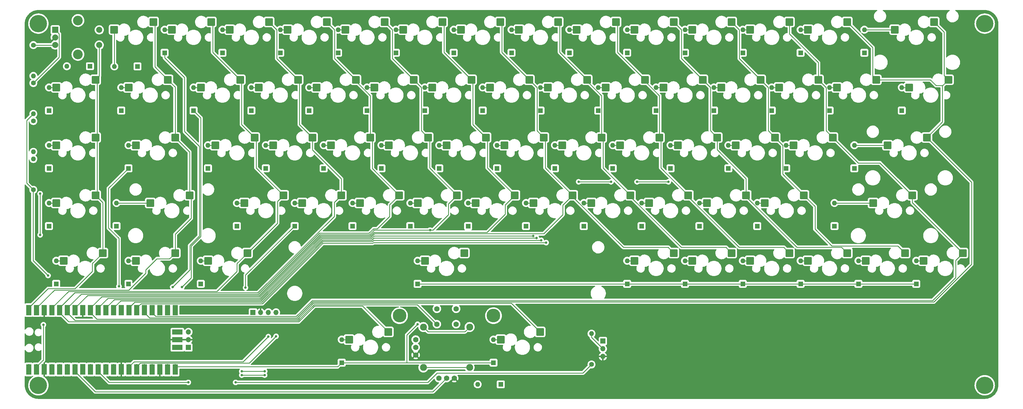
<source format=gbl>
%TF.GenerationSoftware,KiCad,Pcbnew,(6.0.5)*%
%TF.CreationDate,2022-06-12T15:49:34-04:00*%
%TF.ProjectId,pico_keyboard_v1,7069636f-5f6b-4657-9962-6f6172645f76,rev?*%
%TF.SameCoordinates,Original*%
%TF.FileFunction,Copper,L2,Bot*%
%TF.FilePolarity,Positive*%
%FSLAX46Y46*%
G04 Gerber Fmt 4.6, Leading zero omitted, Abs format (unit mm)*
G04 Created by KiCad (PCBNEW (6.0.5)) date 2022-06-12 15:49:34*
%MOMM*%
%LPD*%
G01*
G04 APERTURE LIST*
G04 Aperture macros list*
%AMRoundRect*
0 Rectangle with rounded corners*
0 $1 Rounding radius*
0 $2 $3 $4 $5 $6 $7 $8 $9 X,Y pos of 4 corners*
0 Add a 4 corners polygon primitive as box body*
4,1,4,$2,$3,$4,$5,$6,$7,$8,$9,$2,$3,0*
0 Add four circle primitives for the rounded corners*
1,1,$1+$1,$2,$3*
1,1,$1+$1,$4,$5*
1,1,$1+$1,$6,$7*
1,1,$1+$1,$8,$9*
0 Add four rect primitives between the rounded corners*
20,1,$1+$1,$2,$3,$4,$5,0*
20,1,$1+$1,$4,$5,$6,$7,0*
20,1,$1+$1,$6,$7,$8,$9,0*
20,1,$1+$1,$8,$9,$2,$3,0*%
G04 Aperture macros list end*
%TA.AperFunction,ComponentPad*%
%ADD10C,4.500000*%
%TD*%
%TA.AperFunction,ComponentPad*%
%ADD11C,5.700000*%
%TD*%
%TA.AperFunction,ComponentPad*%
%ADD12O,1.700000X1.700000*%
%TD*%
%TA.AperFunction,SMDPad,CuDef*%
%ADD13R,1.700000X3.500000*%
%TD*%
%TA.AperFunction,ComponentPad*%
%ADD14R,1.700000X1.700000*%
%TD*%
%TA.AperFunction,SMDPad,CuDef*%
%ADD15R,3.500000X1.700000*%
%TD*%
%TA.AperFunction,ComponentPad*%
%ADD16C,1.778000*%
%TD*%
%TA.AperFunction,ComponentPad*%
%ADD17C,2.286000*%
%TD*%
%TA.AperFunction,SMDPad,CuDef*%
%ADD18RoundRect,0.250000X-1.025000X-1.000000X1.025000X-1.000000X1.025000X1.000000X-1.025000X1.000000X0*%
%TD*%
%TA.AperFunction,ComponentPad*%
%ADD19R,2.000000X2.000000*%
%TD*%
%TA.AperFunction,ComponentPad*%
%ADD20C,2.000000*%
%TD*%
%TA.AperFunction,ComponentPad*%
%ADD21C,3.200000*%
%TD*%
%TA.AperFunction,ComponentPad*%
%ADD22C,1.600000*%
%TD*%
%TA.AperFunction,ComponentPad*%
%ADD23O,1.600000X1.600000*%
%TD*%
%TA.AperFunction,ComponentPad*%
%ADD24R,1.600000X1.600000*%
%TD*%
%TA.AperFunction,ViaPad*%
%ADD25C,0.800000*%
%TD*%
%TA.AperFunction,Conductor*%
%ADD26C,0.250000*%
%TD*%
G04 APERTURE END LIST*
D10*
X204950000Y-181300000D03*
X174000000Y-181300000D03*
D11*
X55000000Y-204250000D03*
X366800000Y-204250000D03*
X366800000Y-85000000D03*
X55000000Y-85000000D03*
D12*
X51870000Y-180360000D03*
D13*
X51870000Y-179460000D03*
D12*
X54410000Y-180360000D03*
D13*
X54410000Y-179460000D03*
X56950000Y-179460000D03*
D14*
X56950000Y-180360000D03*
D12*
X59490000Y-180360000D03*
D13*
X59490000Y-179460000D03*
D12*
X62030000Y-180360000D03*
D13*
X62030000Y-179460000D03*
D12*
X64570000Y-180360000D03*
D13*
X64570000Y-179460000D03*
X67110000Y-179460000D03*
D12*
X67110000Y-180360000D03*
D14*
X69650000Y-180360000D03*
D13*
X69650000Y-179460000D03*
X72190000Y-179460000D03*
D12*
X72190000Y-180360000D03*
X74730000Y-180360000D03*
D13*
X74730000Y-179460000D03*
X77270000Y-179460000D03*
D12*
X77270000Y-180360000D03*
X79810000Y-180360000D03*
D13*
X79810000Y-179460000D03*
D14*
X82350000Y-180360000D03*
D13*
X82350000Y-179460000D03*
X84890000Y-179460000D03*
D12*
X84890000Y-180360000D03*
X87430000Y-180360000D03*
D13*
X87430000Y-179460000D03*
X89970000Y-179460000D03*
D12*
X89970000Y-180360000D03*
D13*
X92510000Y-179460000D03*
D12*
X92510000Y-180360000D03*
D13*
X95050000Y-179460000D03*
D14*
X95050000Y-180360000D03*
D12*
X97590000Y-180360000D03*
D13*
X97590000Y-179460000D03*
X100130000Y-179460000D03*
D12*
X100130000Y-180360000D03*
D13*
X100130000Y-199040000D03*
D12*
X100130000Y-198140000D03*
D13*
X97590000Y-199040000D03*
D12*
X97590000Y-198140000D03*
D13*
X95050000Y-199040000D03*
D14*
X95050000Y-198140000D03*
D12*
X92510000Y-198140000D03*
D13*
X92510000Y-199040000D03*
X89970000Y-199040000D03*
D12*
X89970000Y-198140000D03*
D13*
X87430000Y-199040000D03*
D12*
X87430000Y-198140000D03*
X84890000Y-198140000D03*
D13*
X84890000Y-199040000D03*
D14*
X82350000Y-198140000D03*
D13*
X82350000Y-199040000D03*
D12*
X79810000Y-198140000D03*
D13*
X79810000Y-199040000D03*
X77270000Y-199040000D03*
D12*
X77270000Y-198140000D03*
X74730000Y-198140000D03*
D13*
X74730000Y-199040000D03*
D12*
X72190000Y-198140000D03*
D13*
X72190000Y-199040000D03*
X69650000Y-199040000D03*
D14*
X69650000Y-198140000D03*
D13*
X67110000Y-199040000D03*
D12*
X67110000Y-198140000D03*
D13*
X64570000Y-199040000D03*
D12*
X64570000Y-198140000D03*
X62030000Y-198140000D03*
D13*
X62030000Y-199040000D03*
X59490000Y-199040000D03*
D12*
X59490000Y-198140000D03*
D13*
X56950000Y-199040000D03*
D14*
X56950000Y-198140000D03*
D13*
X54410000Y-199040000D03*
D12*
X54410000Y-198140000D03*
X51870000Y-198140000D03*
D13*
X51870000Y-199040000D03*
D15*
X100800000Y-186710000D03*
D12*
X99900000Y-186710000D03*
D14*
X99900000Y-189250000D03*
D15*
X100800000Y-189250000D03*
D12*
X99900000Y-191790000D03*
D15*
X100800000Y-191790000D03*
D16*
X186293750Y-179025000D03*
X192643750Y-179025000D03*
X186293750Y-184105000D03*
X192643750Y-184105000D03*
X186928750Y-201885000D03*
X189468750Y-201885000D03*
X192008750Y-201885000D03*
D17*
X181848750Y-185057500D03*
X181848750Y-198392500D03*
X197088750Y-198392500D03*
X197088750Y-185057500D03*
D16*
X179308750Y-189185000D03*
X179308750Y-191725000D03*
X179308750Y-194265000D03*
D18*
X346690000Y-163185000D03*
X359617000Y-160645000D03*
X60940000Y-106035000D03*
X73867000Y-103495000D03*
X341927500Y-106035000D03*
X354854500Y-103495000D03*
X337165000Y-86985000D03*
X350092000Y-84445000D03*
X327640000Y-163185000D03*
X340567000Y-160645000D03*
X308590000Y-163185000D03*
X321517000Y-160645000D03*
X334783750Y-125085000D03*
X347710750Y-122545000D03*
X318115000Y-106035000D03*
X331042000Y-103495000D03*
X308590000Y-86985000D03*
X321517000Y-84445000D03*
X289540000Y-163185000D03*
X302467000Y-160645000D03*
X330021250Y-144135000D03*
X342948250Y-141595000D03*
X303827500Y-125085000D03*
X316754500Y-122545000D03*
X299065000Y-106035000D03*
X311992000Y-103495000D03*
X289540000Y-86985000D03*
X302467000Y-84445000D03*
X60940000Y-144135000D03*
X73867000Y-141595000D03*
X294302500Y-144135000D03*
X307229500Y-141595000D03*
X284777500Y-125085000D03*
X297704500Y-122545000D03*
X280015000Y-106035000D03*
X292942000Y-103495000D03*
X270490000Y-86985000D03*
X283417000Y-84445000D03*
X270490000Y-163185000D03*
X283417000Y-160645000D03*
X275252500Y-144135000D03*
X288179500Y-141595000D03*
X265727500Y-125085000D03*
X278654500Y-122545000D03*
X260965000Y-106035000D03*
X273892000Y-103495000D03*
X251440000Y-86985000D03*
X264367000Y-84445000D03*
X251439999Y-163185000D03*
X264366999Y-160645000D03*
X256202500Y-144135000D03*
X269129500Y-141595000D03*
X246677500Y-125085000D03*
X259604500Y-122545000D03*
X241915000Y-106035000D03*
X254842000Y-103495000D03*
X232390000Y-86985000D03*
X245317000Y-84445000D03*
X237152500Y-144135000D03*
X250079500Y-141595000D03*
X227627500Y-125085000D03*
X240554500Y-122545000D03*
X222865000Y-106035000D03*
X235792000Y-103495000D03*
X213340000Y-86985000D03*
X226267000Y-84445000D03*
X207383750Y-189185000D03*
X220310750Y-186645000D03*
X218102500Y-144135000D03*
X231029500Y-141595000D03*
X208577500Y-125085000D03*
X221504500Y-122545000D03*
X203815000Y-106035000D03*
X216742000Y-103495000D03*
X194290000Y-86985000D03*
X207217000Y-84445000D03*
X182383750Y-163185000D03*
X195310750Y-160645000D03*
X199052500Y-144135000D03*
X211979500Y-141595000D03*
X189527500Y-125085000D03*
X202454500Y-122545000D03*
X184765000Y-106035000D03*
X197692000Y-103495000D03*
X175240000Y-86985000D03*
X188167000Y-84445000D03*
X60940000Y-125085000D03*
X73867000Y-122545000D03*
X180002500Y-144135000D03*
X192929500Y-141595000D03*
X170477500Y-125085000D03*
X183404500Y-122545000D03*
X165715000Y-106035000D03*
X178642000Y-103495000D03*
X156190000Y-86985000D03*
X169117000Y-84445000D03*
X157383750Y-189185000D03*
X170310750Y-186645000D03*
X160952500Y-144135000D03*
X173879500Y-141595000D03*
X151427500Y-125085000D03*
X164354500Y-122545000D03*
X146665000Y-106035000D03*
X159592000Y-103495000D03*
X137140000Y-86985000D03*
X150067000Y-84445000D03*
X110946250Y-163185000D03*
X123873250Y-160645000D03*
X141902500Y-144135000D03*
X154829500Y-141595000D03*
X132377500Y-125085000D03*
X145304500Y-122545000D03*
X127615000Y-106035000D03*
X140542000Y-103495000D03*
X118090000Y-86985000D03*
X131017000Y-84445000D03*
X87133750Y-163185000D03*
X100060750Y-160645000D03*
X122852500Y-144135000D03*
X135779500Y-141595000D03*
X113327500Y-125085000D03*
X126254500Y-122545000D03*
X108565000Y-106035000D03*
X121492000Y-103495000D03*
X99040000Y-86985000D03*
X111967000Y-84445000D03*
X63321250Y-163185000D03*
X76248250Y-160645000D03*
X104823250Y-141595000D03*
X91896250Y-144135000D03*
X87133750Y-125085000D03*
X100060750Y-122545000D03*
X84752500Y-106035000D03*
X97679500Y-103495000D03*
X79990000Y-86985000D03*
X92917000Y-84445000D03*
D19*
X60545000Y-87045000D03*
D20*
X60545000Y-92045000D03*
X60545000Y-89545000D03*
D21*
X68045000Y-83945000D03*
X68045000Y-95145000D03*
D20*
X75045000Y-92045000D03*
X75045000Y-87045000D03*
D22*
X237250000Y-197380000D03*
D23*
X237250000Y-187220000D03*
D22*
X53350000Y-92070000D03*
D23*
X53350000Y-102230000D03*
D22*
X53350000Y-104586666D03*
D23*
X53350000Y-114746666D03*
D22*
X53350000Y-117103332D03*
D23*
X53350000Y-127263332D03*
D22*
X53350000Y-139780000D03*
D23*
X53350000Y-129620000D03*
D14*
X241000000Y-189670000D03*
D12*
X241000000Y-192210000D03*
X241000000Y-194750000D03*
D14*
X104450000Y-191775000D03*
D12*
X104450000Y-189235000D03*
X104450000Y-186695000D03*
D14*
X125688750Y-180225000D03*
D12*
X128228750Y-180225000D03*
X130768750Y-180225000D03*
X133308750Y-180225000D03*
D24*
X344250000Y-170805000D03*
D23*
X344250000Y-163185000D03*
D24*
X58500000Y-113655000D03*
D23*
X58500000Y-106035000D03*
D24*
X339487500Y-113655000D03*
D23*
X339487500Y-106035000D03*
D24*
X327150000Y-94610000D03*
D23*
X327150000Y-86990000D03*
D24*
X325200000Y-170805000D03*
D23*
X325200000Y-163185000D03*
D24*
X306150000Y-170805000D03*
D23*
X306150000Y-163185000D03*
D24*
X323850000Y-132705000D03*
D23*
X323850000Y-125085000D03*
D24*
X315675000Y-113655000D03*
D23*
X315675000Y-106035000D03*
D24*
X306150000Y-94605000D03*
D23*
X306150000Y-86985000D03*
D24*
X287100000Y-170805000D03*
D23*
X287100000Y-163185000D03*
D24*
X317300000Y-151755000D03*
D23*
X317300000Y-144135000D03*
D24*
X301387500Y-132705000D03*
D23*
X301387500Y-125085000D03*
D24*
X296625000Y-113655000D03*
D23*
X296625000Y-106035000D03*
D24*
X287100000Y-94605000D03*
D23*
X287100000Y-86985000D03*
D24*
X58500000Y-151755000D03*
D23*
X58500000Y-144135000D03*
D24*
X291862500Y-151755000D03*
D23*
X291862500Y-144135000D03*
D24*
X282337500Y-132705000D03*
D23*
X282337500Y-125085000D03*
D24*
X277575000Y-113655000D03*
D23*
X277575000Y-106035000D03*
D24*
X268050000Y-94605000D03*
D23*
X268050000Y-86985000D03*
D24*
X268050000Y-170805000D03*
D23*
X268050000Y-163185000D03*
D24*
X272812500Y-151755000D03*
D23*
X272812500Y-144135000D03*
D24*
X263287500Y-132705000D03*
D23*
X263287500Y-125085000D03*
D24*
X258525000Y-113655000D03*
D23*
X258525000Y-106035000D03*
D24*
X249000000Y-94605000D03*
D23*
X249000000Y-86985000D03*
D24*
X248999999Y-170805000D03*
D23*
X248999999Y-163185000D03*
D24*
X253762500Y-151755000D03*
D23*
X253762500Y-144135000D03*
D24*
X244237500Y-132705000D03*
D23*
X244237500Y-125085000D03*
D24*
X239475000Y-113655000D03*
D23*
X239475000Y-106035000D03*
D24*
X229950000Y-94605000D03*
D23*
X229950000Y-86985000D03*
D24*
X234712500Y-151755000D03*
D23*
X234712500Y-144135000D03*
D24*
X225187500Y-132705000D03*
D23*
X225187500Y-125085000D03*
D24*
X220425000Y-113655000D03*
D23*
X220425000Y-106035000D03*
D24*
X210900000Y-94605000D03*
D23*
X210900000Y-86985000D03*
D24*
X204943750Y-196805000D03*
D23*
X204943750Y-189185000D03*
D24*
X215662500Y-151755000D03*
D23*
X215662500Y-144135000D03*
D24*
X206137500Y-132705000D03*
D23*
X206137500Y-125085000D03*
D24*
X201375000Y-113655000D03*
D23*
X201375000Y-106035000D03*
D24*
X191850000Y-94605000D03*
D23*
X191850000Y-86985000D03*
D24*
X179943750Y-170805000D03*
D23*
X179943750Y-163185000D03*
D24*
X196612500Y-151755000D03*
D23*
X196612500Y-144135000D03*
D24*
X187087500Y-132705000D03*
D23*
X187087500Y-125085000D03*
D24*
X182325000Y-113655000D03*
D23*
X182325000Y-106035000D03*
D24*
X172800000Y-94605000D03*
D23*
X172800000Y-86985000D03*
D24*
X58500000Y-132705000D03*
D23*
X58500000Y-125085000D03*
D24*
X177562500Y-151755000D03*
D23*
X177562500Y-144135000D03*
D24*
X168037500Y-132705000D03*
D23*
X168037500Y-125085000D03*
D24*
X163275000Y-113655000D03*
D23*
X163275000Y-106035000D03*
D24*
X153750000Y-94605000D03*
D23*
X153750000Y-86985000D03*
D24*
X154943750Y-196805000D03*
D23*
X154943750Y-189185000D03*
D24*
X158512500Y-151755000D03*
D23*
X158512500Y-144135000D03*
D24*
X148987500Y-132705000D03*
D23*
X148987500Y-125085000D03*
D24*
X144225000Y-113655000D03*
D23*
X144225000Y-106035000D03*
D24*
X134700000Y-94605000D03*
D23*
X134700000Y-86985000D03*
D24*
X108506250Y-170805000D03*
D23*
X108506250Y-163185000D03*
D24*
X139462500Y-151755000D03*
D23*
X139462500Y-144135000D03*
D24*
X129937500Y-132705000D03*
D23*
X129937500Y-125085000D03*
D24*
X125175000Y-113655000D03*
D23*
X125175000Y-106035000D03*
D24*
X115649999Y-94605000D03*
D23*
X115649999Y-86985000D03*
D24*
X84693750Y-170805000D03*
D23*
X84693750Y-163185000D03*
D24*
X120412500Y-151755000D03*
D23*
X120412500Y-144135000D03*
D24*
X110887499Y-132705000D03*
D23*
X110887499Y-125085000D03*
D24*
X106125000Y-113655000D03*
D23*
X106125000Y-106035000D03*
D24*
X96600000Y-94605000D03*
D23*
X96600000Y-86985000D03*
D24*
X60881250Y-170805000D03*
D23*
X60881250Y-163185000D03*
X80750000Y-144135000D03*
D24*
X80750000Y-151755000D03*
X84693750Y-132705000D03*
D23*
X84693750Y-125085000D03*
D24*
X82312500Y-113655000D03*
D23*
X82312500Y-106035000D03*
D24*
X87650000Y-99100000D03*
D23*
X80030000Y-99100000D03*
D24*
X72000000Y-99050000D03*
D23*
X64380000Y-99050000D03*
D24*
X207360000Y-203950000D03*
D23*
X199740000Y-203950000D03*
D25*
X56660000Y-184271010D03*
X61160000Y-191140000D03*
X59695000Y-191140000D03*
X58230000Y-191140000D03*
X242743336Y-165000000D03*
X240544997Y-165000000D03*
X238346664Y-165000000D03*
X236148331Y-165000000D03*
X233949998Y-165000000D03*
X231751665Y-165000000D03*
X229553332Y-165000000D03*
X227354999Y-165000000D03*
X225156666Y-165000000D03*
X222958333Y-165000000D03*
X220760000Y-165000000D03*
X218561667Y-165000000D03*
X216363334Y-165000000D03*
X214165001Y-165000000D03*
X211966668Y-165000000D03*
X209768335Y-165000000D03*
X207570002Y-165000000D03*
X205371669Y-165000000D03*
X203173336Y-165000000D03*
X358840000Y-205120000D03*
X355005496Y-205120000D03*
X351171014Y-205120000D03*
X347336532Y-205120000D03*
X343502050Y-205120000D03*
X339667568Y-205120000D03*
X335833086Y-205120000D03*
X331998604Y-205120000D03*
X328164122Y-205120000D03*
X324329640Y-205120000D03*
X320495158Y-205120000D03*
X308991712Y-205120000D03*
X316660676Y-205120000D03*
X312826194Y-205120000D03*
X305157230Y-205120000D03*
X301322748Y-205120000D03*
X293653784Y-205120000D03*
X289819302Y-205120000D03*
X285984820Y-205120000D03*
X297488266Y-205120000D03*
X282150338Y-205120000D03*
X278315856Y-205120000D03*
X274481374Y-205120000D03*
X270646892Y-205120000D03*
X266812410Y-205120000D03*
X262977928Y-205120000D03*
X259143446Y-205120000D03*
X255308964Y-205120000D03*
X251474482Y-205120000D03*
X247640000Y-205120000D03*
X367320000Y-196544300D03*
X367320000Y-192802495D03*
X367320000Y-189060710D03*
X367320000Y-185318925D03*
X367320000Y-181577140D03*
X367320000Y-177835355D03*
X367320000Y-174093570D03*
X367320000Y-170351785D03*
X367320000Y-166610000D03*
X367320000Y-162868215D03*
X367320000Y-159126430D03*
X367320000Y-155384645D03*
X367320000Y-151642860D03*
X367320000Y-147901075D03*
X367320000Y-144159290D03*
X367320000Y-140417505D03*
X367320000Y-136675720D03*
X367320000Y-132933935D03*
X367320000Y-129192150D03*
X367320000Y-125450365D03*
X367320000Y-121708580D03*
X367320000Y-117966795D03*
X367320000Y-114225010D03*
X367320000Y-110483225D03*
X367320000Y-106741440D03*
X367320000Y-102999655D03*
X367320000Y-99257870D03*
X367320000Y-95516085D03*
X367320000Y-91774300D03*
X83460000Y-185730000D03*
X81030000Y-185730000D03*
X78600000Y-185730000D03*
X76170000Y-185730000D03*
X73740000Y-185730000D03*
X71310000Y-185730000D03*
X68880000Y-185730000D03*
X74010000Y-190740000D03*
X71990000Y-190740000D03*
X69970000Y-190740000D03*
X120510000Y-190580000D03*
X117823332Y-190580000D03*
X115136666Y-190580000D03*
X112450000Y-190580000D03*
X133310000Y-188100000D03*
X130770000Y-188200000D03*
X55584511Y-154665489D03*
X55584511Y-141065489D03*
X120000000Y-203300000D03*
X104400000Y-203300000D03*
X262600000Y-137150000D03*
X252250000Y-137150000D03*
X243700000Y-137150000D03*
X233000000Y-137150000D03*
X129550000Y-200900000D03*
X122000000Y-200900000D03*
X129600000Y-199650000D03*
X122000000Y-199650000D03*
X58200000Y-168050000D03*
X123250000Y-172050000D03*
X81550000Y-171650000D03*
X99250000Y-171850000D03*
X102300000Y-171850000D03*
X179943750Y-184106250D03*
X222300000Y-157200000D03*
X220700000Y-156447531D03*
X219150000Y-155723031D03*
X218000000Y-154998531D03*
X307229500Y-141595000D03*
X288179500Y-141595000D03*
X269129500Y-141595000D03*
X250079500Y-141595000D03*
X195310750Y-160645000D03*
X184050000Y-153100000D03*
D26*
X56660000Y-195890000D02*
X54410000Y-198140000D01*
X56660000Y-184271010D02*
X56660000Y-195890000D01*
X51180000Y-116916666D02*
X53350000Y-114746666D01*
X51180000Y-137610000D02*
X51180000Y-116916666D01*
X53350000Y-139780000D02*
X51180000Y-137610000D01*
X183300000Y-203300000D02*
X120000000Y-203300000D01*
X186390000Y-200210000D02*
X183300000Y-203300000D01*
X234420000Y-200210000D02*
X186390000Y-200210000D01*
X237250000Y-197380000D02*
X234420000Y-200210000D01*
X124444511Y-196965489D02*
X88604511Y-196965489D01*
X133310000Y-188100000D02*
X124444511Y-196965489D01*
X88604511Y-196965489D02*
X87430000Y-198140000D01*
X86514031Y-196515969D02*
X84890000Y-198140000D01*
X122454031Y-196515969D02*
X86514031Y-196515969D01*
X130770000Y-188200000D02*
X122454031Y-196515969D01*
X165000000Y-123190500D02*
X165000000Y-132715500D01*
X164354500Y-122545000D02*
X165000000Y-123190500D01*
X165000000Y-132715500D02*
X173879500Y-141595000D01*
X64570000Y-178750978D02*
X64570000Y-180360000D01*
X69122898Y-174198080D02*
X64570000Y-178750978D01*
X163970580Y-154100000D02*
X147585718Y-154100000D01*
X165420100Y-152650480D02*
X163970580Y-154100000D01*
X127487638Y-174198080D02*
X69122898Y-174198080D01*
X170750000Y-148550000D02*
X166649520Y-152650480D01*
X170750000Y-144724500D02*
X170750000Y-148550000D01*
X173879500Y-141595000D02*
X170750000Y-144724500D01*
X166649520Y-152650480D02*
X165420100Y-152650480D01*
X147585718Y-154100000D02*
X127487638Y-174198080D01*
X62030000Y-178750978D02*
X62030000Y-180360000D01*
X152500000Y-148550000D02*
X127301440Y-173748560D01*
X67032418Y-173748560D02*
X62030000Y-178750978D01*
X152500000Y-143924500D02*
X152500000Y-148550000D01*
X154829500Y-141595000D02*
X152500000Y-143924500D01*
X127301440Y-173748560D02*
X67032418Y-173748560D01*
X185000000Y-153100000D02*
X184050000Y-153100000D01*
X190100000Y-148000000D02*
X185000000Y-153100000D01*
X190100000Y-144424500D02*
X190100000Y-148000000D01*
X192929500Y-141595000D02*
X190100000Y-144424500D01*
X72190000Y-178750978D02*
X72190000Y-180360000D01*
X75843858Y-175097120D02*
X72190000Y-178750978D01*
X127860032Y-175097120D02*
X75843858Y-175097120D01*
X165517504Y-153824511D02*
X164342975Y-154999040D01*
X164342975Y-154999040D02*
X147958113Y-154999040D01*
X208800000Y-147850000D02*
X202825489Y-153824511D01*
X208800000Y-144774500D02*
X208800000Y-147850000D01*
X147958113Y-154999040D02*
X127860032Y-175097120D01*
X211979500Y-141595000D02*
X208800000Y-144774500D01*
X202825489Y-153824511D02*
X165517504Y-153824511D01*
X74730000Y-178750978D02*
X74730000Y-180360000D01*
X77934338Y-175546640D02*
X74730000Y-178750978D01*
X164529174Y-155448559D02*
X148144311Y-155448560D01*
X165703702Y-154274031D02*
X164529174Y-155448559D01*
X148144311Y-155448560D02*
X128046229Y-175546640D01*
X221475969Y-154274031D02*
X165703702Y-154274031D01*
X227800000Y-144824500D02*
X227800000Y-147950000D01*
X227800000Y-147950000D02*
X221475969Y-154274031D01*
X231029500Y-141595000D02*
X227800000Y-144824500D01*
X128046229Y-175546640D02*
X77934338Y-175546640D01*
X362450000Y-164350000D02*
X362450000Y-137284250D01*
X362450000Y-137284250D02*
X347710750Y-122545000D01*
X140465009Y-181720708D02*
X145417776Y-176767941D01*
X140201687Y-181984031D02*
X140465009Y-181720708D01*
X91594031Y-181984031D02*
X140201687Y-181984031D01*
X145417776Y-176767941D02*
X350032059Y-176767941D01*
X350032059Y-176767941D02*
X362450000Y-164350000D01*
X89970000Y-180360000D02*
X91594031Y-181984031D01*
X93684511Y-181534511D02*
X92510000Y-180360000D01*
X145231579Y-176318421D02*
X140015489Y-181534511D01*
X140015489Y-181534511D02*
X93684511Y-181534511D01*
X357200000Y-168714282D02*
X349595861Y-176318421D01*
X349595861Y-176318421D02*
X145231579Y-176318421D01*
X357200000Y-163062000D02*
X357200000Y-168714282D01*
X359617000Y-160645000D02*
X357200000Y-163062000D01*
X176395000Y-196805000D02*
X204943750Y-196805000D01*
X55584511Y-141065489D02*
X55584511Y-154665489D01*
X104400000Y-203300000D02*
X78280978Y-203300000D01*
X74730000Y-199749022D02*
X74730000Y-198140000D01*
X78280978Y-203300000D02*
X74730000Y-199749022D01*
X123250000Y-167850000D02*
X123250000Y-172050000D01*
X139345000Y-151755000D02*
X123250000Y-167850000D01*
X139462500Y-151755000D02*
X139345000Y-151755000D01*
X252250000Y-137150000D02*
X262600000Y-137150000D01*
X233000000Y-137150000D02*
X243700000Y-137150000D01*
X154943750Y-189185000D02*
X157383750Y-189185000D01*
X122000000Y-200900000D02*
X129550000Y-200900000D01*
X122000000Y-199650000D02*
X129600000Y-199650000D01*
X183391250Y-186600000D02*
X195546250Y-186600000D01*
X181848750Y-185057500D02*
X183391250Y-186600000D01*
X195546250Y-186600000D02*
X197088750Y-185057500D01*
X181848750Y-198392500D02*
X197088750Y-198392500D01*
X237250000Y-188460000D02*
X241000000Y-192210000D01*
X237250000Y-187220000D02*
X237250000Y-188460000D01*
X184953750Y-206400000D02*
X189468750Y-201885000D01*
X67110000Y-198140000D02*
X67110000Y-199749022D01*
X67110000Y-199749022D02*
X73760978Y-206400000D01*
X73760978Y-206400000D02*
X184953750Y-206400000D01*
X207383750Y-189185000D02*
X204943750Y-189185000D01*
X53250000Y-163100000D02*
X58200000Y-168050000D01*
X53250000Y-139780000D02*
X53250000Y-163100000D01*
X61869511Y-88369511D02*
X61869511Y-96050489D01*
X60545000Y-87045000D02*
X61869511Y-88369511D01*
X61869511Y-96050489D02*
X53350000Y-104570000D01*
X53350000Y-92070000D02*
X60520000Y-92070000D01*
X60520000Y-92070000D02*
X60545000Y-92045000D01*
X65002591Y-183332591D02*
X62030000Y-180360000D01*
X140760278Y-183332591D02*
X65002591Y-183332591D01*
X145976370Y-178116501D02*
X140760278Y-183332591D01*
X170310750Y-186645000D02*
X161782251Y-178116501D01*
X161782251Y-178116501D02*
X145976370Y-178116501D01*
X140574081Y-182883071D02*
X67093071Y-182883071D01*
X67093071Y-182883071D02*
X64570000Y-180360000D01*
X179855731Y-177666981D02*
X145790172Y-177666981D01*
X186293750Y-184105000D02*
X179855731Y-177666981D01*
X145790172Y-177666981D02*
X140574081Y-182883071D01*
X74263551Y-182433551D02*
X72190000Y-180360000D01*
X140387884Y-182433551D02*
X74263551Y-182433551D01*
X210883211Y-177217461D02*
X145603974Y-177217461D01*
X145603974Y-177217461D02*
X140387884Y-182433551D01*
X220310750Y-186645000D02*
X210883211Y-177217461D01*
X78100000Y-139298750D02*
X78100000Y-152350000D01*
X78100000Y-152350000D02*
X81550000Y-155800000D01*
X81550000Y-155800000D02*
X81550000Y-171650000D01*
X84693750Y-132705000D02*
X78100000Y-139298750D01*
X104900480Y-166199520D02*
X99250000Y-171850000D01*
X104900480Y-165150000D02*
X104900480Y-166199520D01*
X104900480Y-158163803D02*
X104900480Y-165150000D01*
X108050480Y-155013802D02*
X104900480Y-158163803D01*
X108050480Y-127000000D02*
X108050480Y-155013802D01*
X108050480Y-125450480D02*
X108050480Y-127000000D01*
X106200000Y-123600000D02*
X108050480Y-125450480D01*
X102300000Y-101950000D02*
X103150000Y-102800000D01*
X103150000Y-102800000D02*
X103150000Y-120550000D01*
X103150000Y-120550000D02*
X106200000Y-123600000D01*
X96600000Y-96250000D02*
X102300000Y-101950000D01*
X96600000Y-94605000D02*
X96600000Y-96250000D01*
X105310771Y-149189229D02*
X100060750Y-154439250D01*
X100060750Y-154439250D02*
X100060750Y-160645000D01*
X104823250Y-141595000D02*
X105310771Y-142082521D01*
X105310771Y-142082521D02*
X105310771Y-149189229D01*
X105350000Y-168800000D02*
X102300000Y-171850000D01*
X108500000Y-155200000D02*
X105350000Y-158350000D01*
X105350000Y-158350000D02*
X105350000Y-168800000D01*
X108500000Y-116030000D02*
X108500000Y-155200000D01*
X106125000Y-113655000D02*
X108500000Y-116030000D01*
X179943750Y-170805000D02*
X344250000Y-170805000D01*
X100140000Y-198150000D02*
X100130000Y-198140000D01*
X153598750Y-198150000D02*
X100140000Y-198150000D01*
X154943750Y-196805000D02*
X153598750Y-198150000D01*
X176395000Y-187655000D02*
X176395000Y-196805000D01*
X179943750Y-184106250D02*
X176395000Y-187655000D01*
X154943750Y-196805000D02*
X176395000Y-196805000D01*
X87430000Y-178750978D02*
X87430000Y-180360000D01*
X128791017Y-177344720D02*
X88836258Y-177344720D01*
X147242871Y-158892871D02*
X128791017Y-177344720D01*
X148735743Y-157400000D02*
X147242871Y-158892871D01*
X165150000Y-157400000D02*
X148735743Y-157400000D01*
X165350000Y-157200000D02*
X165150000Y-157400000D01*
X222300000Y-157200000D02*
X165350000Y-157200000D01*
X88836258Y-177344720D02*
X87430000Y-178750978D01*
X84890000Y-178750978D02*
X84890000Y-180360000D01*
X128604820Y-176895200D02*
X86745778Y-176895200D01*
X143225011Y-162275012D02*
X128604820Y-176895200D01*
X148702906Y-156797119D02*
X143225011Y-162275012D01*
X165087767Y-156797118D02*
X148702906Y-156797119D01*
X165434886Y-156450000D02*
X165087767Y-156797118D01*
X220697531Y-156450000D02*
X165434886Y-156450000D01*
X220700000Y-156447531D02*
X220697531Y-156450000D01*
X86745778Y-176895200D02*
X84890000Y-178750978D01*
X79810000Y-178750978D02*
X79810000Y-180360000D01*
X82115298Y-176445680D02*
X79810000Y-178750978D01*
X128418623Y-176445680D02*
X82115298Y-176445680D01*
X164901570Y-156347598D02*
X148516708Y-156347599D01*
X219149989Y-155723042D02*
X165526126Y-155723042D01*
X219150000Y-155723031D02*
X219149989Y-155723042D01*
X148516708Y-156347599D02*
X128418623Y-176445680D01*
X165526126Y-155723042D02*
X164901570Y-156347598D01*
X77270000Y-178750978D02*
X77270000Y-180360000D01*
X80024818Y-175996160D02*
X77270000Y-178750978D01*
X128232426Y-175996160D02*
X80024818Y-175996160D01*
X148330509Y-155898080D02*
X128232426Y-175996160D01*
X165613451Y-155000000D02*
X164715371Y-155898079D01*
X174600000Y-155000000D02*
X165613451Y-155000000D01*
X174601469Y-154998531D02*
X174600000Y-155000000D01*
X164715371Y-155898079D02*
X148330509Y-155898080D01*
X218000000Y-154998531D02*
X174601469Y-154998531D01*
X316445959Y-158295959D02*
X338217959Y-158295959D01*
X310894011Y-152744011D02*
X316445959Y-158295959D01*
X310894011Y-145259511D02*
X310894011Y-152744011D01*
X307229500Y-141595000D02*
X310894011Y-145259511D01*
X338217959Y-158295959D02*
X340567000Y-160645000D01*
X67110000Y-178750978D02*
X67110000Y-180360000D01*
X71213378Y-174647600D02*
X67110000Y-178750978D01*
X164156778Y-154549520D02*
X147771915Y-154549520D01*
X165606299Y-153100000D02*
X164156778Y-154549520D01*
X127673835Y-174647600D02*
X71213378Y-174647600D01*
X184050000Y-153100000D02*
X165606299Y-153100000D01*
X147771915Y-154549520D02*
X127673835Y-174647600D01*
X59490000Y-178750978D02*
X59490000Y-180360000D01*
X64941938Y-173299040D02*
X59490000Y-178750978D01*
X113815291Y-173299040D02*
X64941938Y-173299040D01*
X120405771Y-166708560D02*
X113815291Y-173299040D01*
X120405771Y-164112479D02*
X120405771Y-166708560D01*
X123873250Y-160645000D02*
X120405771Y-164112479D01*
X60311458Y-172849520D02*
X54410000Y-178750978D01*
X94041148Y-162544521D02*
X90388271Y-166197398D01*
X90388271Y-166197398D02*
X90388271Y-167261729D01*
X90388271Y-167261729D02*
X84800480Y-172849520D01*
X54410000Y-178750978D02*
X54410000Y-180360000D01*
X98161229Y-162544521D02*
X94041148Y-162544521D01*
X84800480Y-172849520D02*
X60311458Y-172849520D01*
X100060750Y-160645000D02*
X98161229Y-162544521D01*
X51870000Y-178750978D02*
X51870000Y-180360000D01*
X58220978Y-172400000D02*
X51870000Y-178750978D01*
X67100000Y-172400000D02*
X58220978Y-172400000D01*
X72780771Y-166719229D02*
X67100000Y-172400000D01*
X72780771Y-164112479D02*
X72780771Y-166719229D01*
X76248250Y-160645000D02*
X72780771Y-164112479D01*
X352842979Y-117412771D02*
X347710750Y-122545000D01*
X354854500Y-103495000D02*
X352842979Y-105506521D01*
X352842979Y-105506521D02*
X352842979Y-117412771D01*
X352954979Y-105394521D02*
X354854500Y-103495000D01*
X350765692Y-105394521D02*
X352954979Y-105394521D01*
X331042000Y-103495000D02*
X348866171Y-103495000D01*
X348866171Y-103495000D02*
X350765692Y-105394521D01*
X353452021Y-102092521D02*
X354854500Y-103495000D01*
X350092000Y-84445000D02*
X353452021Y-87805021D01*
X353452021Y-87805021D02*
X353452021Y-102092521D01*
X329900000Y-102353000D02*
X331042000Y-103495000D01*
X329900000Y-92828000D02*
X329900000Y-102353000D01*
X321517000Y-84445000D02*
X329900000Y-92828000D01*
X342948250Y-143976250D02*
X359617000Y-160645000D01*
X342948250Y-141595000D02*
X342948250Y-143976250D01*
X325150000Y-130940500D02*
X332293750Y-130940500D01*
X316754500Y-122545000D02*
X325150000Y-130940500D01*
X332293750Y-130940500D02*
X342948250Y-141595000D01*
X314550489Y-120340989D02*
X316754500Y-122545000D01*
X314550489Y-106053489D02*
X314550489Y-120340989D01*
X311992000Y-103495000D02*
X314550489Y-106053489D01*
X311992000Y-97892000D02*
X311992000Y-103495000D01*
X302467000Y-88367000D02*
X311992000Y-97892000D01*
X302467000Y-84445000D02*
X302467000Y-88367000D01*
X300262989Y-134628489D02*
X307229500Y-141595000D01*
X300262989Y-125103489D02*
X300262989Y-134628489D01*
X297704500Y-122545000D02*
X300262989Y-125103489D01*
X295500489Y-120340989D02*
X297704500Y-122545000D01*
X295500489Y-106053489D02*
X295500489Y-120340989D01*
X292942000Y-103495000D02*
X295500489Y-106053489D01*
X285975489Y-87003489D02*
X285975489Y-96528489D01*
X285975489Y-96528489D02*
X292942000Y-103495000D01*
X283417000Y-84445000D02*
X285975489Y-87003489D01*
X319617479Y-158745479D02*
X321517000Y-160645000D01*
X304882679Y-158745479D02*
X319617479Y-158745479D01*
X288179500Y-142042300D02*
X304882679Y-158745479D01*
X288179500Y-141595000D02*
X288179500Y-142042300D01*
X288179500Y-136129500D02*
X288179500Y-141595000D01*
X278654500Y-126604500D02*
X288179500Y-136129500D01*
X278654500Y-122545000D02*
X278654500Y-126604500D01*
X276450489Y-120340989D02*
X278654500Y-122545000D01*
X276450489Y-106053489D02*
X276450489Y-120340989D01*
X273892000Y-103495000D02*
X276450489Y-106053489D01*
X266925489Y-87003489D02*
X266925489Y-96528489D01*
X266925489Y-96528489D02*
X273892000Y-103495000D01*
X264367000Y-84445000D02*
X266925489Y-87003489D01*
X285832679Y-158745479D02*
X300567479Y-158745479D01*
X269129500Y-142042300D02*
X285832679Y-158745479D01*
X300567479Y-158745479D02*
X302467000Y-160645000D01*
X269129500Y-141595000D02*
X269129500Y-142042300D01*
X259604500Y-122545000D02*
X260092021Y-123032521D01*
X260092021Y-123032521D02*
X260092021Y-132557521D01*
X260092021Y-132557521D02*
X269129500Y-141595000D01*
X259649511Y-108749811D02*
X259649511Y-122499989D01*
X259649511Y-122499989D02*
X259604500Y-122545000D01*
X254842000Y-103942300D02*
X259649511Y-108749811D01*
X254842000Y-103495000D02*
X254842000Y-103942300D01*
X245804521Y-94457521D02*
X254842000Y-103495000D01*
X245804521Y-84932521D02*
X245804521Y-94457521D01*
X245317000Y-84445000D02*
X245804521Y-84932521D01*
X281517479Y-158745479D02*
X283417000Y-160645000D01*
X266782679Y-158745479D02*
X281517479Y-158745479D01*
X250079500Y-141595000D02*
X250079500Y-142042300D01*
X250079500Y-142042300D02*
X266782679Y-158745479D01*
X241042021Y-132557521D02*
X250079500Y-141595000D01*
X241042021Y-123032521D02*
X241042021Y-132557521D01*
X240554500Y-122545000D02*
X241042021Y-123032521D01*
X240599511Y-122499989D02*
X240554500Y-122545000D01*
X235792000Y-103942300D02*
X240599511Y-108749811D01*
X240599511Y-108749811D02*
X240599511Y-122499989D01*
X235792000Y-103495000D02*
X235792000Y-103942300D01*
X226754521Y-84932521D02*
X226754521Y-94457521D01*
X226267000Y-84445000D02*
X226754521Y-84932521D01*
X226754521Y-94457521D02*
X235792000Y-103495000D01*
X262467478Y-158745479D02*
X264366999Y-160645000D01*
X247732679Y-158745479D02*
X262467478Y-158745479D01*
X231029500Y-141595000D02*
X231029500Y-142042300D01*
X231029500Y-142042300D02*
X247732679Y-158745479D01*
X221992021Y-132557521D02*
X231029500Y-141595000D01*
X221992021Y-123032521D02*
X221992021Y-132557521D01*
X221504500Y-122545000D02*
X221992021Y-123032521D01*
X219300489Y-120340989D02*
X221504500Y-122545000D01*
X219300489Y-106053489D02*
X219300489Y-120340989D01*
X216742000Y-103495000D02*
X219300489Y-106053489D01*
X207704521Y-94457521D02*
X216742000Y-103495000D01*
X207217000Y-84445000D02*
X207704521Y-84932521D01*
X207704521Y-84932521D02*
X207704521Y-94457521D01*
X202942021Y-132557521D02*
X211979500Y-141595000D01*
X202942021Y-123032521D02*
X202942021Y-132557521D01*
X202454500Y-122545000D02*
X202942021Y-123032521D01*
X198179521Y-118270021D02*
X202454500Y-122545000D01*
X198179521Y-103982521D02*
X198179521Y-118270021D01*
X197692000Y-103495000D02*
X198179521Y-103982521D01*
X188654521Y-94457521D02*
X197692000Y-103495000D01*
X188167000Y-84445000D02*
X188654521Y-84932521D01*
X188654521Y-84932521D02*
X188654521Y-94457521D01*
X183892021Y-132557521D02*
X192929500Y-141595000D01*
X183892021Y-123032521D02*
X183892021Y-132557521D01*
X183404500Y-122545000D02*
X183892021Y-123032521D01*
X181200489Y-120340989D02*
X183404500Y-122545000D01*
X181200489Y-106053489D02*
X181200489Y-120340989D01*
X178642000Y-103495000D02*
X181200489Y-106053489D01*
X171675489Y-87003489D02*
X171675489Y-96528489D01*
X169117000Y-84445000D02*
X171675489Y-87003489D01*
X171675489Y-96528489D02*
X178642000Y-103495000D01*
X164399511Y-108749811D02*
X164399511Y-122499989D01*
X164399511Y-122499989D02*
X164354500Y-122545000D01*
X159592000Y-103495000D02*
X159592000Y-103942300D01*
X159592000Y-103942300D02*
X164399511Y-108749811D01*
X152625489Y-96528489D02*
X159592000Y-103495000D01*
X152625489Y-87003489D02*
X152625489Y-96528489D01*
X150067000Y-84445000D02*
X152625489Y-87003489D01*
X154829500Y-136144909D02*
X154829500Y-141595000D01*
X145304500Y-122545000D02*
X145304500Y-126619909D01*
X145304500Y-126619909D02*
X154829500Y-136144909D01*
X141029521Y-118270021D02*
X145304500Y-122545000D01*
X140542000Y-103495000D02*
X141029521Y-103982521D01*
X141029521Y-103982521D02*
X141029521Y-118270021D01*
X133575489Y-96528489D02*
X140542000Y-103495000D01*
X133575489Y-87003489D02*
X133575489Y-96528489D01*
X131017000Y-84445000D02*
X133575489Y-87003489D01*
X133767979Y-150750271D02*
X123873250Y-160645000D01*
X133767979Y-143606521D02*
X133767979Y-150750271D01*
X135779500Y-141595000D02*
X133767979Y-143606521D01*
X126742021Y-132557521D02*
X135779500Y-141595000D01*
X126742021Y-123032521D02*
X126742021Y-132557521D01*
X126254500Y-122545000D02*
X126742021Y-123032521D01*
X121979521Y-118270021D02*
X126254500Y-122545000D01*
X121492000Y-103495000D02*
X121979521Y-103982521D01*
X121979521Y-103982521D02*
X121979521Y-118270021D01*
X112454521Y-94457521D02*
X121492000Y-103495000D01*
X112454521Y-84932521D02*
X112454521Y-94457521D01*
X111967000Y-84445000D02*
X112454521Y-84932521D01*
X104823250Y-127307500D02*
X104823250Y-141595000D01*
X100060750Y-122545000D02*
X104823250Y-127307500D01*
X97679500Y-103495000D02*
X100060750Y-105876250D01*
X100060750Y-105876250D02*
X100060750Y-122545000D01*
X93404521Y-84932521D02*
X93404521Y-99220021D01*
X92917000Y-84445000D02*
X93404521Y-84932521D01*
X93404521Y-99220021D02*
X97679500Y-103495000D01*
X76248250Y-143976250D02*
X76248250Y-160645000D01*
X73867000Y-141595000D02*
X76248250Y-143976250D01*
X74354521Y-123032521D02*
X74354521Y-141107479D01*
X74354521Y-141107479D02*
X73867000Y-141595000D01*
X73867000Y-122545000D02*
X74354521Y-123032521D01*
X74354521Y-122057479D02*
X73867000Y-122545000D01*
X73867000Y-103495000D02*
X74354521Y-103982521D01*
X74354521Y-103982521D02*
X74354521Y-122057479D01*
X75045000Y-92045000D02*
X75045000Y-102317000D01*
X75045000Y-102317000D02*
X73867000Y-103495000D01*
X80030000Y-87025000D02*
X80030000Y-99100000D01*
X79990000Y-86985000D02*
X80030000Y-87025000D01*
X344250000Y-163185000D02*
X346690000Y-163185000D01*
X325200000Y-163185000D02*
X327640000Y-163185000D01*
X306150000Y-163185000D02*
X308590000Y-163185000D01*
X287100000Y-163185000D02*
X289540000Y-163185000D01*
X268050000Y-163185000D02*
X270490000Y-163185000D01*
X248999999Y-163185000D02*
X251439999Y-163185000D01*
X179943750Y-163185000D02*
X182383750Y-163185000D01*
X108506250Y-163185000D02*
X110946250Y-163185000D01*
X84693750Y-163185000D02*
X87133750Y-163185000D01*
X63321250Y-163185000D02*
X60881250Y-163185000D01*
X60940000Y-144135000D02*
X58500000Y-144135000D01*
X91896250Y-144135000D02*
X80750000Y-144135000D01*
X122852500Y-144135000D02*
X120412500Y-144135000D01*
X141902500Y-144135000D02*
X139462500Y-144135000D01*
X160952500Y-144135000D02*
X158512500Y-144135000D01*
X180002500Y-144135000D02*
X177562500Y-144135000D01*
X199052500Y-144135000D02*
X196612500Y-144135000D01*
X218102500Y-144135000D02*
X215662500Y-144135000D01*
X237152500Y-144135000D02*
X234712500Y-144135000D01*
X256202500Y-144135000D02*
X253762500Y-144135000D01*
X275252500Y-144135000D02*
X272812500Y-144135000D01*
X294302500Y-144135000D02*
X291862500Y-144135000D01*
X330021250Y-144135000D02*
X317300000Y-144135000D01*
X323850000Y-125085000D02*
X334783750Y-125085000D01*
X301387500Y-125085000D02*
X303827500Y-125085000D01*
X284777500Y-125085000D02*
X282337500Y-125085000D01*
X263287500Y-125085000D02*
X265727500Y-125085000D01*
X244237500Y-125085000D02*
X246677500Y-125085000D01*
X225187500Y-125085000D02*
X227627500Y-125085000D01*
X206137500Y-125085000D02*
X208577500Y-125085000D01*
X187087500Y-125085000D02*
X189527500Y-125085000D01*
X168037500Y-125085000D02*
X170477500Y-125085000D01*
X148987500Y-125085000D02*
X151427500Y-125085000D01*
X129937500Y-125085000D02*
X132377500Y-125085000D01*
X110887499Y-125085000D02*
X113327500Y-125085000D01*
X84693750Y-125085000D02*
X87133750Y-125085000D01*
X58500000Y-125085000D02*
X60940000Y-125085000D01*
X58500000Y-106035000D02*
X60940000Y-106035000D01*
X82312500Y-106035000D02*
X84752500Y-106035000D01*
X106125000Y-106035000D02*
X108565000Y-106035000D01*
X125175000Y-106035000D02*
X127615000Y-106035000D01*
X144225000Y-106035000D02*
X146665000Y-106035000D01*
X163275000Y-106035000D02*
X165715000Y-106035000D01*
X184765000Y-106035000D02*
X182325000Y-106035000D01*
X201375000Y-106035000D02*
X203815000Y-106035000D01*
X222865000Y-106035000D02*
X220425000Y-106035000D01*
X241915000Y-106035000D02*
X239475000Y-106035000D01*
X260965000Y-106035000D02*
X258525000Y-106035000D01*
X280015000Y-106035000D02*
X277575000Y-106035000D01*
X299065000Y-106035000D02*
X296625000Y-106035000D01*
X318115000Y-106035000D02*
X315675000Y-106035000D01*
X341927500Y-106035000D02*
X339487500Y-106035000D01*
X337160000Y-86990000D02*
X327150000Y-86990000D01*
X337165000Y-86985000D02*
X337160000Y-86990000D01*
X308590000Y-86985000D02*
X306150000Y-86985000D01*
X289540000Y-86985000D02*
X287100000Y-86985000D01*
X270490000Y-86985000D02*
X268050000Y-86985000D01*
X251440000Y-86985000D02*
X249000000Y-86985000D01*
X232390000Y-86985000D02*
X229950000Y-86985000D01*
X213340000Y-86985000D02*
X210900000Y-86985000D01*
X194290000Y-86985000D02*
X191850000Y-86985000D01*
X175240000Y-86985000D02*
X172800000Y-86985000D01*
X156190000Y-86985000D02*
X153750000Y-86985000D01*
X137140000Y-86985000D02*
X134700000Y-86985000D01*
X118090000Y-86985000D02*
X115649999Y-86985000D01*
X99040000Y-86985000D02*
X96600000Y-86985000D01*
%TA.AperFunction,Conductor*%
G36*
X331366124Y-80528502D02*
G01*
X331412617Y-80582158D01*
X331422721Y-80652432D01*
X331393227Y-80717012D01*
X331357160Y-80745749D01*
X331232309Y-80812133D01*
X331228749Y-80814719D01*
X331228745Y-80814722D01*
X331005907Y-80976624D01*
X331002344Y-80979213D01*
X330999180Y-80982269D01*
X330999177Y-80982271D01*
X330801032Y-81173617D01*
X330801029Y-81173621D01*
X330797870Y-81176671D01*
X330622867Y-81400665D01*
X330555340Y-81517624D01*
X330483641Y-81641811D01*
X330480740Y-81646835D01*
X330479090Y-81650919D01*
X330479087Y-81650925D01*
X330387442Y-81877756D01*
X330374258Y-81910389D01*
X330373194Y-81914658D01*
X330373193Y-81914660D01*
X330343931Y-82032023D01*
X330305491Y-82186198D01*
X330305032Y-82190568D01*
X330305031Y-82190572D01*
X330278960Y-82438617D01*
X330275778Y-82468894D01*
X330275931Y-82473282D01*
X330275931Y-82473288D01*
X330284417Y-82716283D01*
X330285698Y-82752973D01*
X330286460Y-82757296D01*
X330286461Y-82757303D01*
X330309243Y-82886502D01*
X330335058Y-83032907D01*
X330336413Y-83037078D01*
X330336415Y-83037085D01*
X330364091Y-83122262D01*
X330422897Y-83303247D01*
X330424825Y-83307200D01*
X330424827Y-83307205D01*
X330458702Y-83376658D01*
X330547505Y-83558731D01*
X330549960Y-83562370D01*
X330549963Y-83562376D01*
X330703997Y-83790741D01*
X330704002Y-83790748D01*
X330706457Y-83794387D01*
X330709401Y-83797656D01*
X330709402Y-83797658D01*
X330823190Y-83924032D01*
X330896659Y-84005628D01*
X331114409Y-84188342D01*
X331355469Y-84338973D01*
X331615147Y-84454589D01*
X331888388Y-84532940D01*
X331892738Y-84533551D01*
X331892741Y-84533552D01*
X331972229Y-84544723D01*
X332169874Y-84572500D01*
X332382976Y-84572500D01*
X332385161Y-84572347D01*
X332385167Y-84572347D01*
X332591175Y-84557942D01*
X332591180Y-84557941D01*
X332595560Y-84557635D01*
X332873601Y-84498535D01*
X332877732Y-84497031D01*
X332877737Y-84497030D01*
X333024988Y-84443435D01*
X333140711Y-84401315D01*
X333262336Y-84336646D01*
X333387799Y-84269937D01*
X333387805Y-84269933D01*
X333391691Y-84267867D01*
X333395251Y-84265281D01*
X333395255Y-84265278D01*
X333618093Y-84103376D01*
X333618096Y-84103374D01*
X333621656Y-84100787D01*
X333627238Y-84095397D01*
X333822968Y-83906383D01*
X333822971Y-83906379D01*
X333826130Y-83903329D01*
X334001133Y-83679335D01*
X334077205Y-83547575D01*
X334141055Y-83436985D01*
X334141058Y-83436980D01*
X334143260Y-83433165D01*
X334144910Y-83429081D01*
X334144913Y-83429075D01*
X334248093Y-83173693D01*
X334248094Y-83173690D01*
X334249742Y-83169611D01*
X334261548Y-83122262D01*
X334317444Y-82898073D01*
X334318509Y-82893802D01*
X334319277Y-82886502D01*
X334347763Y-82615475D01*
X334347763Y-82615472D01*
X334348222Y-82611106D01*
X334347881Y-82601335D01*
X334338456Y-82331424D01*
X334338455Y-82331417D01*
X334338302Y-82327027D01*
X334320313Y-82225003D01*
X334293742Y-82074314D01*
X334288942Y-82047093D01*
X334287587Y-82042922D01*
X334287585Y-82042915D01*
X334202464Y-81780942D01*
X334201103Y-81776753D01*
X334192800Y-81759728D01*
X334143385Y-81658413D01*
X334076495Y-81521269D01*
X334074040Y-81517630D01*
X334074037Y-81517624D01*
X333920003Y-81289259D01*
X333919998Y-81289252D01*
X333917543Y-81285613D01*
X333816702Y-81173617D01*
X333730289Y-81077646D01*
X333730288Y-81077645D01*
X333727341Y-81074372D01*
X333509591Y-80891658D01*
X333269054Y-80741354D01*
X333221884Y-80688293D01*
X333210889Y-80618153D01*
X333239560Y-80553203D01*
X333298794Y-80514064D01*
X333335824Y-80508500D01*
X355174003Y-80508500D01*
X355242124Y-80528502D01*
X355288617Y-80582158D01*
X355298721Y-80652432D01*
X355269227Y-80717012D01*
X355233160Y-80745749D01*
X355108309Y-80812133D01*
X355104749Y-80814719D01*
X355104745Y-80814722D01*
X354881907Y-80976624D01*
X354878344Y-80979213D01*
X354875180Y-80982269D01*
X354875177Y-80982271D01*
X354677032Y-81173617D01*
X354677029Y-81173621D01*
X354673870Y-81176671D01*
X354498867Y-81400665D01*
X354431340Y-81517624D01*
X354359641Y-81641811D01*
X354356740Y-81646835D01*
X354355090Y-81650919D01*
X354355087Y-81650925D01*
X354263442Y-81877756D01*
X354250258Y-81910389D01*
X354249194Y-81914658D01*
X354249193Y-81914660D01*
X354219931Y-82032023D01*
X354181491Y-82186198D01*
X354181032Y-82190568D01*
X354181031Y-82190572D01*
X354154960Y-82438617D01*
X354151778Y-82468894D01*
X354151931Y-82473282D01*
X354151931Y-82473288D01*
X354160417Y-82716283D01*
X354161698Y-82752973D01*
X354162460Y-82757296D01*
X354162461Y-82757303D01*
X354185243Y-82886502D01*
X354211058Y-83032907D01*
X354212413Y-83037078D01*
X354212415Y-83037085D01*
X354240091Y-83122262D01*
X354298897Y-83303247D01*
X354300825Y-83307200D01*
X354300827Y-83307205D01*
X354334702Y-83376658D01*
X354423505Y-83558731D01*
X354425960Y-83562370D01*
X354425963Y-83562376D01*
X354579997Y-83790741D01*
X354580002Y-83790748D01*
X354582457Y-83794387D01*
X354585401Y-83797656D01*
X354585402Y-83797658D01*
X354699190Y-83924032D01*
X354772659Y-84005628D01*
X354990409Y-84188342D01*
X355231469Y-84338973D01*
X355491147Y-84454589D01*
X355764388Y-84532940D01*
X355768738Y-84533551D01*
X355768741Y-84533552D01*
X355848229Y-84544723D01*
X356045874Y-84572500D01*
X356258976Y-84572500D01*
X356261161Y-84572347D01*
X356261167Y-84572347D01*
X356467175Y-84557942D01*
X356467180Y-84557941D01*
X356471560Y-84557635D01*
X356749601Y-84498535D01*
X356753732Y-84497031D01*
X356753737Y-84497030D01*
X356900988Y-84443435D01*
X357016711Y-84401315D01*
X357138336Y-84336646D01*
X357263799Y-84269937D01*
X357263805Y-84269933D01*
X357267691Y-84267867D01*
X357271251Y-84265281D01*
X357271255Y-84265278D01*
X357494093Y-84103376D01*
X357494096Y-84103374D01*
X357497656Y-84100787D01*
X357503238Y-84095397D01*
X357698968Y-83906383D01*
X357698971Y-83906379D01*
X357702130Y-83903329D01*
X357877133Y-83679335D01*
X357953205Y-83547575D01*
X358017055Y-83436985D01*
X358017058Y-83436980D01*
X358019260Y-83433165D01*
X358020910Y-83429081D01*
X358020913Y-83429075D01*
X358124093Y-83173693D01*
X358124094Y-83173690D01*
X358125742Y-83169611D01*
X358137548Y-83122262D01*
X358193444Y-82898073D01*
X358194509Y-82893802D01*
X358195277Y-82886502D01*
X358223763Y-82615475D01*
X358223763Y-82615472D01*
X358224222Y-82611106D01*
X358223881Y-82601335D01*
X358214456Y-82331424D01*
X358214455Y-82331417D01*
X358214302Y-82327027D01*
X358196313Y-82225003D01*
X358169742Y-82074314D01*
X358164942Y-82047093D01*
X358163587Y-82042922D01*
X358163585Y-82042915D01*
X358078464Y-81780942D01*
X358077103Y-81776753D01*
X358068800Y-81759728D01*
X358019385Y-81658413D01*
X357952495Y-81521269D01*
X357950040Y-81517630D01*
X357950037Y-81517624D01*
X357796003Y-81289259D01*
X357795998Y-81289252D01*
X357793543Y-81285613D01*
X357692702Y-81173617D01*
X357606289Y-81077646D01*
X357606288Y-81077645D01*
X357603341Y-81074372D01*
X357385591Y-80891658D01*
X357145054Y-80741354D01*
X357097884Y-80688293D01*
X357086889Y-80618153D01*
X357115560Y-80553203D01*
X357174794Y-80514064D01*
X357211824Y-80508500D01*
X366750633Y-80508500D01*
X366770018Y-80510000D01*
X366784851Y-80512310D01*
X366784855Y-80512310D01*
X366793724Y-80513691D01*
X366814183Y-80511016D01*
X366836007Y-80510072D01*
X367185965Y-80525352D01*
X367196913Y-80526310D01*
X367574498Y-80576019D01*
X367585307Y-80577926D01*
X367957114Y-80660353D01*
X367967731Y-80663198D01*
X368330939Y-80777718D01*
X368341254Y-80781471D01*
X368693123Y-80927220D01*
X368703067Y-80931858D01*
X368971400Y-81071543D01*
X369040867Y-81107705D01*
X369050387Y-81113201D01*
X369371574Y-81317820D01*
X369380578Y-81324124D01*
X369682716Y-81555962D01*
X369691137Y-81563028D01*
X369971914Y-81820314D01*
X369979686Y-81828086D01*
X370236972Y-82108863D01*
X370244038Y-82117284D01*
X370475876Y-82419422D01*
X370482180Y-82428426D01*
X370581827Y-82584840D01*
X370652964Y-82696502D01*
X370686799Y-82749613D01*
X370692294Y-82759132D01*
X370862135Y-83085392D01*
X370868138Y-83096924D01*
X370872780Y-83106877D01*
X371007933Y-83433165D01*
X371018526Y-83458739D01*
X371022282Y-83469061D01*
X371131382Y-83815079D01*
X371136802Y-83832268D01*
X371139647Y-83842886D01*
X371222073Y-84214685D01*
X371223981Y-84225502D01*
X371247127Y-84401315D01*
X371273690Y-84603086D01*
X371274648Y-84614035D01*
X371288800Y-84938150D01*
X371289603Y-84956552D01*
X371288223Y-84981429D01*
X371286309Y-84993724D01*
X371287473Y-85002626D01*
X371287473Y-85002628D01*
X371288771Y-85012552D01*
X371289853Y-85020822D01*
X371290436Y-85025283D01*
X371291500Y-85041621D01*
X371291500Y-204200633D01*
X371290000Y-204220018D01*
X371287690Y-204234851D01*
X371287690Y-204234855D01*
X371286309Y-204243724D01*
X371288984Y-204264183D01*
X371289928Y-204286011D01*
X371274648Y-204635964D01*
X371273690Y-204646913D01*
X371227843Y-204995164D01*
X371223982Y-205024490D01*
X371222074Y-205035307D01*
X371139647Y-205407114D01*
X371136802Y-205417731D01*
X371038472Y-205729595D01*
X371022285Y-205780932D01*
X371018529Y-205791254D01*
X370915439Y-206040136D01*
X370872784Y-206143114D01*
X370868142Y-206153067D01*
X370705953Y-206464631D01*
X370692295Y-206490867D01*
X370686800Y-206500385D01*
X370639019Y-206575387D01*
X370482180Y-206821574D01*
X370475876Y-206830578D01*
X370244038Y-207132716D01*
X370236972Y-207141137D01*
X369979686Y-207421914D01*
X369971914Y-207429686D01*
X369691137Y-207686972D01*
X369682716Y-207694038D01*
X369380578Y-207925876D01*
X369371574Y-207932180D01*
X369050387Y-208136799D01*
X369040868Y-208142294D01*
X368703067Y-208318142D01*
X368693123Y-208322780D01*
X368341254Y-208468529D01*
X368330939Y-208472282D01*
X367967732Y-208586802D01*
X367957115Y-208589647D01*
X367585307Y-208672074D01*
X367574498Y-208673981D01*
X367196914Y-208723690D01*
X367185965Y-208724648D01*
X366843446Y-208739603D01*
X366818571Y-208738223D01*
X366806276Y-208736309D01*
X366797374Y-208737473D01*
X366797372Y-208737473D01*
X366782323Y-208739441D01*
X366774714Y-208740436D01*
X366758379Y-208741500D01*
X55049367Y-208741500D01*
X55029982Y-208740000D01*
X55015149Y-208737690D01*
X55015145Y-208737690D01*
X55006276Y-208736309D01*
X54985817Y-208738984D01*
X54963993Y-208739928D01*
X54614035Y-208724648D01*
X54603086Y-208723690D01*
X54225502Y-208673981D01*
X54214693Y-208672074D01*
X53842885Y-208589647D01*
X53832268Y-208586802D01*
X53469061Y-208472282D01*
X53458746Y-208468529D01*
X53106877Y-208322780D01*
X53096933Y-208318142D01*
X52759132Y-208142294D01*
X52749613Y-208136799D01*
X52428426Y-207932180D01*
X52419422Y-207925876D01*
X52117284Y-207694038D01*
X52108863Y-207686972D01*
X51828086Y-207429686D01*
X51820314Y-207421914D01*
X51563028Y-207141137D01*
X51555962Y-207132716D01*
X51324124Y-206830578D01*
X51317820Y-206821574D01*
X51160981Y-206575387D01*
X51113200Y-206500385D01*
X51107705Y-206490867D01*
X51094047Y-206464631D01*
X50931858Y-206153067D01*
X50927216Y-206143114D01*
X50884562Y-206040136D01*
X50781471Y-205791254D01*
X50777715Y-205780932D01*
X50761529Y-205729595D01*
X50663198Y-205417731D01*
X50660353Y-205407114D01*
X50577926Y-205035307D01*
X50576018Y-205024490D01*
X50572158Y-204995164D01*
X50526310Y-204646913D01*
X50525352Y-204635964D01*
X50510561Y-204297208D01*
X50512188Y-204270805D01*
X50512769Y-204267352D01*
X50512770Y-204267345D01*
X50513576Y-204262552D01*
X50513729Y-204250000D01*
X50509773Y-204222376D01*
X50508500Y-204204514D01*
X50508500Y-201294053D01*
X50528502Y-201225932D01*
X50582158Y-201179439D01*
X50652432Y-201169335D01*
X50710065Y-201193227D01*
X50755557Y-201227321D01*
X50773295Y-201240615D01*
X50909684Y-201291745D01*
X50971866Y-201298500D01*
X52768134Y-201298500D01*
X52830316Y-201291745D01*
X52966705Y-201240615D01*
X53064436Y-201167370D01*
X53130941Y-201142522D01*
X53200324Y-201157575D01*
X53215566Y-201167371D01*
X53240861Y-201186329D01*
X53283376Y-201243188D01*
X53288400Y-201314007D01*
X53254340Y-201376300D01*
X53230001Y-201395270D01*
X53122120Y-201459835D01*
X53122119Y-201459836D01*
X53119192Y-201461588D01*
X52829046Y-201681023D01*
X52564296Y-201930511D01*
X52328040Y-202207132D01*
X52123040Y-202507651D01*
X52059823Y-202626045D01*
X51958592Y-202815634D01*
X51951694Y-202828552D01*
X51950419Y-202831724D01*
X51950417Y-202831728D01*
X51843189Y-203098469D01*
X51816009Y-203166081D01*
X51815090Y-203169349D01*
X51815088Y-203169356D01*
X51718490Y-203513012D01*
X51717569Y-203516290D01*
X51717007Y-203519647D01*
X51717007Y-203519648D01*
X51665684Y-203826346D01*
X51657528Y-203875082D01*
X51636587Y-204238259D01*
X51654992Y-204601574D01*
X51655529Y-204604929D01*
X51655530Y-204604935D01*
X51685139Y-204789789D01*
X51712527Y-204960777D01*
X51808519Y-205311664D01*
X51941845Y-205650133D01*
X51943428Y-205653148D01*
X52109362Y-205969206D01*
X52109367Y-205969214D01*
X52110946Y-205972222D01*
X52112840Y-205975040D01*
X52112845Y-205975049D01*
X52305419Y-206261628D01*
X52313843Y-206274165D01*
X52548163Y-206552428D01*
X52574899Y-206577977D01*
X52808702Y-206801405D01*
X52808709Y-206801411D01*
X52811165Y-206803758D01*
X53099771Y-207025214D01*
X53115950Y-207035051D01*
X53407692Y-207212433D01*
X53407697Y-207212436D01*
X53410607Y-207214205D01*
X53413695Y-207215651D01*
X53413694Y-207215651D01*
X53736952Y-207367077D01*
X53736962Y-207367081D01*
X53740036Y-207368521D01*
X53743254Y-207369623D01*
X53743257Y-207369624D01*
X54080981Y-207485253D01*
X54080989Y-207485255D01*
X54084204Y-207486356D01*
X54439084Y-207566332D01*
X54492123Y-207572375D01*
X54797144Y-207607128D01*
X54797152Y-207607128D01*
X54800527Y-207607513D01*
X54803931Y-207607531D01*
X54803934Y-207607531D01*
X55002058Y-207608568D01*
X55164303Y-207609418D01*
X55167689Y-207609068D01*
X55167691Y-207609068D01*
X55522765Y-207572375D01*
X55522774Y-207572374D01*
X55526157Y-207572024D01*
X55529490Y-207571310D01*
X55529493Y-207571309D01*
X55639895Y-207547641D01*
X55881856Y-207495768D01*
X56227239Y-207381544D01*
X56230323Y-207380138D01*
X56230332Y-207380135D01*
X56555171Y-207232096D01*
X56558265Y-207230686D01*
X56602276Y-207204554D01*
X56868128Y-207046704D01*
X56868132Y-207046701D01*
X56871063Y-207044961D01*
X57161973Y-206826539D01*
X57427592Y-206577977D01*
X57664813Y-206302182D01*
X57844913Y-206040136D01*
X57868931Y-206005190D01*
X57868936Y-206005182D01*
X57870861Y-206002381D01*
X57872473Y-205999387D01*
X57872478Y-205999379D01*
X57999420Y-205763621D01*
X58043325Y-205682080D01*
X58180188Y-205345027D01*
X58279850Y-204995164D01*
X58341143Y-204636583D01*
X58343285Y-204601574D01*
X58362585Y-204286011D01*
X58363351Y-204273481D01*
X58363433Y-204250000D01*
X58343760Y-203886751D01*
X58284972Y-203527752D01*
X58187756Y-203177202D01*
X58183331Y-203166081D01*
X58054508Y-202842365D01*
X58053249Y-202839201D01*
X57989097Y-202718039D01*
X57884624Y-202520723D01*
X57884620Y-202520716D01*
X57883025Y-202517704D01*
X57881118Y-202514888D01*
X57881113Y-202514879D01*
X57680985Y-202219292D01*
X57679075Y-202216471D01*
X57443785Y-201939027D01*
X57306238Y-201808500D01*
X57182375Y-201690958D01*
X57182374Y-201690957D01*
X57179908Y-201688617D01*
X56890530Y-201468170D01*
X56887618Y-201466413D01*
X56887613Y-201466410D01*
X56769682Y-201395270D01*
X56756916Y-201387569D01*
X56708919Y-201335256D01*
X56696047Y-201279884D01*
X57204000Y-201279884D01*
X57208475Y-201295123D01*
X57209865Y-201296328D01*
X57217548Y-201297999D01*
X57844669Y-201297999D01*
X57851490Y-201297629D01*
X57902352Y-201292105D01*
X57917604Y-201288479D01*
X58038054Y-201243324D01*
X58053649Y-201234786D01*
X58144018Y-201167058D01*
X58210525Y-201142210D01*
X58279907Y-201157263D01*
X58295148Y-201167058D01*
X58295566Y-201167371D01*
X58393295Y-201240615D01*
X58529684Y-201291745D01*
X58591866Y-201298500D01*
X60388134Y-201298500D01*
X60450316Y-201291745D01*
X60586705Y-201240615D01*
X60684436Y-201167370D01*
X60750941Y-201142522D01*
X60820324Y-201157575D01*
X60835562Y-201167368D01*
X60933295Y-201240615D01*
X61069684Y-201291745D01*
X61131866Y-201298500D01*
X62928134Y-201298500D01*
X62990316Y-201291745D01*
X63126705Y-201240615D01*
X63224436Y-201167370D01*
X63290941Y-201142522D01*
X63360324Y-201157575D01*
X63375562Y-201167368D01*
X63473295Y-201240615D01*
X63609684Y-201291745D01*
X63671866Y-201298500D01*
X65468134Y-201298500D01*
X65530316Y-201291745D01*
X65666705Y-201240615D01*
X65764436Y-201167370D01*
X65830941Y-201142522D01*
X65900324Y-201157575D01*
X65915562Y-201167368D01*
X66013295Y-201240615D01*
X66149684Y-201291745D01*
X66211866Y-201298500D01*
X67711384Y-201298500D01*
X67779505Y-201318502D01*
X67800479Y-201335405D01*
X73257321Y-206792247D01*
X73264865Y-206800537D01*
X73268978Y-206807018D01*
X73274755Y-206812443D01*
X73318645Y-206853658D01*
X73321487Y-206856413D01*
X73341208Y-206876134D01*
X73344403Y-206878612D01*
X73353425Y-206886318D01*
X73385657Y-206916586D01*
X73392606Y-206920406D01*
X73403410Y-206926346D01*
X73419934Y-206937199D01*
X73435937Y-206949613D01*
X73476521Y-206967176D01*
X73487151Y-206972383D01*
X73525918Y-206993695D01*
X73533595Y-206995666D01*
X73533600Y-206995668D01*
X73545536Y-206998732D01*
X73564244Y-207005137D01*
X73582833Y-207013181D01*
X73590661Y-207014421D01*
X73590668Y-207014423D01*
X73626502Y-207020099D01*
X73638122Y-207022505D01*
X73669937Y-207030673D01*
X73680948Y-207033500D01*
X73701202Y-207033500D01*
X73720912Y-207035051D01*
X73740921Y-207038220D01*
X73748813Y-207037474D01*
X73767558Y-207035702D01*
X73784940Y-207034059D01*
X73796797Y-207033500D01*
X184874983Y-207033500D01*
X184886166Y-207034027D01*
X184893659Y-207035702D01*
X184901585Y-207035453D01*
X184901586Y-207035453D01*
X184961736Y-207033562D01*
X184965695Y-207033500D01*
X184993606Y-207033500D01*
X184997541Y-207033003D01*
X184997606Y-207032995D01*
X185009443Y-207032062D01*
X185041701Y-207031048D01*
X185045720Y-207030922D01*
X185053639Y-207030673D01*
X185073093Y-207025021D01*
X185092450Y-207021013D01*
X185104680Y-207019468D01*
X185104681Y-207019468D01*
X185112547Y-207018474D01*
X185119918Y-207015555D01*
X185119920Y-207015555D01*
X185153662Y-207002196D01*
X185164892Y-206998351D01*
X185199733Y-206988229D01*
X185199734Y-206988229D01*
X185207343Y-206986018D01*
X185214162Y-206981985D01*
X185214167Y-206981983D01*
X185224778Y-206975707D01*
X185242526Y-206967012D01*
X185261367Y-206959552D01*
X185281737Y-206944753D01*
X185297137Y-206933564D01*
X185307057Y-206927048D01*
X185338285Y-206908580D01*
X185338288Y-206908578D01*
X185345112Y-206904542D01*
X185359433Y-206890221D01*
X185374467Y-206877380D01*
X185379122Y-206873998D01*
X185390857Y-206865472D01*
X185419048Y-206831395D01*
X185427038Y-206822616D01*
X188299654Y-203950000D01*
X198426502Y-203950000D01*
X198446457Y-204178087D01*
X198447881Y-204183400D01*
X198447881Y-204183402D01*
X198478376Y-204297208D01*
X198505716Y-204399243D01*
X198508039Y-204404224D01*
X198508039Y-204404225D01*
X198600151Y-204601762D01*
X198600154Y-204601767D01*
X198602477Y-204606749D01*
X198733802Y-204794300D01*
X198895700Y-204956198D01*
X198900208Y-204959355D01*
X198900211Y-204959357D01*
X198941542Y-204988297D01*
X199083251Y-205087523D01*
X199088233Y-205089846D01*
X199088238Y-205089849D01*
X199233200Y-205157445D01*
X199290757Y-205184284D01*
X199296065Y-205185706D01*
X199296067Y-205185707D01*
X199506598Y-205242119D01*
X199506600Y-205242119D01*
X199511913Y-205243543D01*
X199740000Y-205263498D01*
X199968087Y-205243543D01*
X199973400Y-205242119D01*
X199973402Y-205242119D01*
X200183933Y-205185707D01*
X200183935Y-205185706D01*
X200189243Y-205184284D01*
X200246800Y-205157445D01*
X200391762Y-205089849D01*
X200391767Y-205089846D01*
X200396749Y-205087523D01*
X200538458Y-204988297D01*
X200579789Y-204959357D01*
X200579792Y-204959355D01*
X200584300Y-204956198D01*
X200742364Y-204798134D01*
X206051500Y-204798134D01*
X206058255Y-204860316D01*
X206109385Y-204996705D01*
X206196739Y-205113261D01*
X206313295Y-205200615D01*
X206449684Y-205251745D01*
X206511866Y-205258500D01*
X208208134Y-205258500D01*
X208270316Y-205251745D01*
X208406705Y-205200615D01*
X208523261Y-205113261D01*
X208610615Y-204996705D01*
X208661745Y-204860316D01*
X208668500Y-204798134D01*
X208668500Y-204238259D01*
X363436587Y-204238259D01*
X363454992Y-204601574D01*
X363455529Y-204604929D01*
X363455530Y-204604935D01*
X363485139Y-204789789D01*
X363512527Y-204960777D01*
X363608519Y-205311664D01*
X363741845Y-205650133D01*
X363743428Y-205653148D01*
X363909362Y-205969206D01*
X363909367Y-205969214D01*
X363910946Y-205972222D01*
X363912840Y-205975040D01*
X363912845Y-205975049D01*
X364105419Y-206261628D01*
X364113843Y-206274165D01*
X364348163Y-206552428D01*
X364374899Y-206577977D01*
X364608702Y-206801405D01*
X364608709Y-206801411D01*
X364611165Y-206803758D01*
X364899771Y-207025214D01*
X364915950Y-207035051D01*
X365207692Y-207212433D01*
X365207697Y-207212436D01*
X365210607Y-207214205D01*
X365213695Y-207215651D01*
X365213694Y-207215651D01*
X365536952Y-207367077D01*
X365536962Y-207367081D01*
X365540036Y-207368521D01*
X365543254Y-207369623D01*
X365543257Y-207369624D01*
X365880981Y-207485253D01*
X365880989Y-207485255D01*
X365884204Y-207486356D01*
X366239084Y-207566332D01*
X366292123Y-207572375D01*
X366597144Y-207607128D01*
X366597152Y-207607128D01*
X366600527Y-207607513D01*
X366603931Y-207607531D01*
X366603934Y-207607531D01*
X366802058Y-207608568D01*
X366964303Y-207609418D01*
X366967689Y-207609068D01*
X366967691Y-207609068D01*
X367322765Y-207572375D01*
X367322774Y-207572374D01*
X367326157Y-207572024D01*
X367329490Y-207571310D01*
X367329493Y-207571309D01*
X367439895Y-207547641D01*
X367681856Y-207495768D01*
X368027239Y-207381544D01*
X368030323Y-207380138D01*
X368030332Y-207380135D01*
X368355171Y-207232096D01*
X368358265Y-207230686D01*
X368402276Y-207204554D01*
X368668128Y-207046704D01*
X368668132Y-207046701D01*
X368671063Y-207044961D01*
X368961973Y-206826539D01*
X369227592Y-206577977D01*
X369464813Y-206302182D01*
X369644913Y-206040136D01*
X369668931Y-206005190D01*
X369668936Y-206005182D01*
X369670861Y-206002381D01*
X369672473Y-205999387D01*
X369672478Y-205999379D01*
X369799420Y-205763621D01*
X369843325Y-205682080D01*
X369980188Y-205345027D01*
X370079850Y-204995164D01*
X370141143Y-204636583D01*
X370143285Y-204601574D01*
X370162585Y-204286011D01*
X370163351Y-204273481D01*
X370163433Y-204250000D01*
X370143760Y-203886751D01*
X370084972Y-203527752D01*
X369987756Y-203177202D01*
X369983331Y-203166081D01*
X369854508Y-202842365D01*
X369853249Y-202839201D01*
X369789097Y-202718039D01*
X369684624Y-202520723D01*
X369684620Y-202520716D01*
X369683025Y-202517704D01*
X369681118Y-202514888D01*
X369681113Y-202514879D01*
X369480985Y-202219292D01*
X369479075Y-202216471D01*
X369243785Y-201939027D01*
X369106238Y-201808500D01*
X368982375Y-201690958D01*
X368982374Y-201690957D01*
X368979908Y-201688617D01*
X368690530Y-201468170D01*
X368687618Y-201466413D01*
X368687613Y-201466410D01*
X368381951Y-201282023D01*
X368381945Y-201282020D01*
X368379036Y-201280265D01*
X368114724Y-201157575D01*
X368052167Y-201128537D01*
X368052165Y-201128536D01*
X368049071Y-201127100D01*
X367704494Y-201010467D01*
X367695234Y-201008414D01*
X367521416Y-200969880D01*
X367349336Y-200931731D01*
X367220217Y-200917476D01*
X366991133Y-200892184D01*
X366991128Y-200892184D01*
X366987752Y-200891811D01*
X366984353Y-200891805D01*
X366984352Y-200891805D01*
X366812763Y-200891506D01*
X366623972Y-200891176D01*
X366488831Y-200905618D01*
X366265634Y-200929471D01*
X366265628Y-200929472D01*
X366262250Y-200929833D01*
X365906820Y-201007330D01*
X365561838Y-201122759D01*
X365558745Y-201124182D01*
X365558744Y-201124182D01*
X365483823Y-201158642D01*
X365231340Y-201274771D01*
X365228406Y-201276527D01*
X365228404Y-201276528D01*
X365158271Y-201318502D01*
X364919192Y-201461588D01*
X364629046Y-201681023D01*
X364364296Y-201930511D01*
X364128040Y-202207132D01*
X363923040Y-202507651D01*
X363859823Y-202626045D01*
X363758592Y-202815634D01*
X363751694Y-202828552D01*
X363750419Y-202831724D01*
X363750417Y-202831728D01*
X363643189Y-203098469D01*
X363616009Y-203166081D01*
X363615090Y-203169349D01*
X363615088Y-203169356D01*
X363518490Y-203513012D01*
X363517569Y-203516290D01*
X363517007Y-203519647D01*
X363517007Y-203519648D01*
X363465684Y-203826346D01*
X363457528Y-203875082D01*
X363436587Y-204238259D01*
X208668500Y-204238259D01*
X208668500Y-203101866D01*
X208661745Y-203039684D01*
X208610615Y-202903295D01*
X208523261Y-202786739D01*
X208406705Y-202699385D01*
X208270316Y-202648255D01*
X208208134Y-202641500D01*
X206511866Y-202641500D01*
X206449684Y-202648255D01*
X206313295Y-202699385D01*
X206196739Y-202786739D01*
X206109385Y-202903295D01*
X206058255Y-203039684D01*
X206051500Y-203101866D01*
X206051500Y-204798134D01*
X200742364Y-204798134D01*
X200746198Y-204794300D01*
X200877523Y-204606749D01*
X200879846Y-204601767D01*
X200879849Y-204601762D01*
X200971961Y-204404225D01*
X200971961Y-204404224D01*
X200974284Y-204399243D01*
X201001625Y-204297208D01*
X201032119Y-204183402D01*
X201032119Y-204183400D01*
X201033543Y-204178087D01*
X201053498Y-203950000D01*
X201033543Y-203721913D01*
X200982421Y-203531125D01*
X200975707Y-203506067D01*
X200975706Y-203506065D01*
X200974284Y-203500757D01*
X200971961Y-203495775D01*
X200879849Y-203298238D01*
X200879846Y-203298233D01*
X200877523Y-203293251D01*
X200786265Y-203162921D01*
X200749357Y-203110211D01*
X200749355Y-203110208D01*
X200746198Y-203105700D01*
X200584300Y-202943802D01*
X200579792Y-202940645D01*
X200579789Y-202940643D01*
X200439433Y-202842365D01*
X200396749Y-202812477D01*
X200391767Y-202810154D01*
X200391762Y-202810151D01*
X200194225Y-202718039D01*
X200194224Y-202718039D01*
X200189243Y-202715716D01*
X200183935Y-202714294D01*
X200183933Y-202714293D01*
X199973402Y-202657881D01*
X199973400Y-202657881D01*
X199968087Y-202656457D01*
X199740000Y-202636502D01*
X199511913Y-202656457D01*
X199506600Y-202657881D01*
X199506598Y-202657881D01*
X199296067Y-202714293D01*
X199296065Y-202714294D01*
X199290757Y-202715716D01*
X199285776Y-202718039D01*
X199285775Y-202718039D01*
X199088238Y-202810151D01*
X199088233Y-202810154D01*
X199083251Y-202812477D01*
X199040567Y-202842365D01*
X198900211Y-202940643D01*
X198900208Y-202940645D01*
X198895700Y-202943802D01*
X198733802Y-203105700D01*
X198730645Y-203110208D01*
X198730643Y-203110211D01*
X198693735Y-203162921D01*
X198602477Y-203293251D01*
X198600154Y-203298233D01*
X198600151Y-203298238D01*
X198508039Y-203495775D01*
X198505716Y-203500757D01*
X198504294Y-203506065D01*
X198504293Y-203506067D01*
X198497579Y-203531125D01*
X198446457Y-203721913D01*
X198426502Y-203950000D01*
X188299654Y-203950000D01*
X188980227Y-203269427D01*
X189042539Y-203235401D01*
X189094442Y-203235052D01*
X189302713Y-203277426D01*
X189307886Y-203277616D01*
X189307889Y-203277616D01*
X189527198Y-203285657D01*
X189527202Y-203285657D01*
X189532362Y-203285846D01*
X189537482Y-203285190D01*
X189537484Y-203285190D01*
X189755175Y-203257304D01*
X189755178Y-203257303D01*
X189760302Y-203256647D01*
X189766889Y-203254671D01*
X189975460Y-203192096D01*
X189980413Y-203190610D01*
X190186783Y-203089511D01*
X190191595Y-203086079D01*
X190258487Y-203038365D01*
X191220214Y-203038365D01*
X191225495Y-203045420D01*
X191398596Y-203146571D01*
X191407882Y-203151021D01*
X191612833Y-203229283D01*
X191622731Y-203232159D01*
X191837712Y-203275897D01*
X191847940Y-203277116D01*
X192067175Y-203285156D01*
X192077461Y-203284689D01*
X192295070Y-203256813D01*
X192305148Y-203254671D01*
X192515277Y-203191629D01*
X192524875Y-203187868D01*
X192721888Y-203091352D01*
X192730733Y-203086079D01*
X192785959Y-203046686D01*
X192794359Y-203035987D01*
X192787372Y-203022833D01*
X192021561Y-202257021D01*
X192007618Y-202249408D01*
X192005784Y-202249539D01*
X191999170Y-202253790D01*
X191226971Y-203025990D01*
X191220214Y-203038365D01*
X190258487Y-203038365D01*
X190369666Y-202959062D01*
X190373869Y-202956064D01*
X190426823Y-202903295D01*
X190494167Y-202836185D01*
X190536648Y-202793852D01*
X190626753Y-202668458D01*
X190636755Y-202654538D01*
X190692750Y-202610890D01*
X190763453Y-202604444D01*
X190826418Y-202637247D01*
X190846511Y-202662229D01*
X190846850Y-202662782D01*
X190857305Y-202672241D01*
X190866081Y-202668458D01*
X191919655Y-201614885D01*
X191981967Y-201580859D01*
X192052783Y-201585924D01*
X192097845Y-201614885D01*
X193147171Y-202664210D01*
X193159182Y-202670769D01*
X193170920Y-202661802D01*
X193207299Y-202611174D01*
X193212610Y-202602335D01*
X193309806Y-202405675D01*
X193313604Y-202396082D01*
X193377378Y-202186177D01*
X193379555Y-202176107D01*
X193408427Y-201956799D01*
X193408946Y-201950124D01*
X193410456Y-201888364D01*
X193410262Y-201881646D01*
X193392139Y-201661203D01*
X193390456Y-201651041D01*
X193337011Y-201438263D01*
X193333693Y-201428516D01*
X193246211Y-201227321D01*
X193241345Y-201218246D01*
X193124699Y-201037940D01*
X193104492Y-200969880D01*
X193124288Y-200901699D01*
X193177803Y-200855045D01*
X193230491Y-200843500D01*
X234341233Y-200843500D01*
X234352416Y-200844027D01*
X234359909Y-200845702D01*
X234367835Y-200845453D01*
X234367836Y-200845453D01*
X234427986Y-200843562D01*
X234431945Y-200843500D01*
X234459856Y-200843500D01*
X234463791Y-200843003D01*
X234463856Y-200842995D01*
X234475693Y-200842062D01*
X234507951Y-200841048D01*
X234511970Y-200840922D01*
X234519889Y-200840673D01*
X234539343Y-200835021D01*
X234558700Y-200831013D01*
X234570930Y-200829468D01*
X234570931Y-200829468D01*
X234578797Y-200828474D01*
X234586168Y-200825555D01*
X234586170Y-200825555D01*
X234619912Y-200812196D01*
X234631142Y-200808351D01*
X234665983Y-200798229D01*
X234665984Y-200798229D01*
X234673593Y-200796018D01*
X234680412Y-200791985D01*
X234680417Y-200791983D01*
X234691028Y-200785707D01*
X234708776Y-200777012D01*
X234727617Y-200769552D01*
X234763387Y-200743564D01*
X234773307Y-200737048D01*
X234804535Y-200718580D01*
X234804538Y-200718578D01*
X234811362Y-200714542D01*
X234825683Y-200700221D01*
X234840717Y-200687380D01*
X234850694Y-200680131D01*
X234857107Y-200675472D01*
X234885298Y-200641395D01*
X234893288Y-200632616D01*
X236836752Y-198689152D01*
X236899064Y-198655126D01*
X236958459Y-198656541D01*
X237016591Y-198672118D01*
X237016602Y-198672120D01*
X237021913Y-198673543D01*
X237250000Y-198693498D01*
X237478087Y-198673543D01*
X237483400Y-198672119D01*
X237483402Y-198672119D01*
X237693933Y-198615707D01*
X237693935Y-198615706D01*
X237699243Y-198614284D01*
X237709790Y-198609366D01*
X237901762Y-198519849D01*
X237901767Y-198519846D01*
X237906749Y-198517523D01*
X238011611Y-198444098D01*
X238089789Y-198389357D01*
X238089792Y-198389355D01*
X238094300Y-198386198D01*
X238256198Y-198224300D01*
X238387523Y-198036749D01*
X238389846Y-198031767D01*
X238389849Y-198031762D01*
X238481961Y-197834225D01*
X238481961Y-197834224D01*
X238484284Y-197829243D01*
X238524970Y-197677404D01*
X238542119Y-197613402D01*
X238542120Y-197613398D01*
X238543543Y-197608087D01*
X238563498Y-197380000D01*
X238543543Y-197151913D01*
X238484284Y-196930757D01*
X238444395Y-196845214D01*
X238389849Y-196728238D01*
X238389846Y-196728233D01*
X238387523Y-196723251D01*
X238256198Y-196535700D01*
X238094300Y-196373802D01*
X238089792Y-196370645D01*
X238089789Y-196370643D01*
X237981879Y-196295084D01*
X237906749Y-196242477D01*
X237901767Y-196240154D01*
X237901762Y-196240151D01*
X237704225Y-196148039D01*
X237704224Y-196148039D01*
X237699243Y-196145716D01*
X237693935Y-196144294D01*
X237693933Y-196144293D01*
X237483402Y-196087881D01*
X237483400Y-196087881D01*
X237478087Y-196086457D01*
X237250000Y-196066502D01*
X237021913Y-196086457D01*
X237016600Y-196087881D01*
X237016598Y-196087881D01*
X236806067Y-196144293D01*
X236806065Y-196144294D01*
X236800757Y-196145716D01*
X236795776Y-196148039D01*
X236795775Y-196148039D01*
X236598238Y-196240151D01*
X236598233Y-196240154D01*
X236593251Y-196242477D01*
X236518121Y-196295084D01*
X236410211Y-196370643D01*
X236410208Y-196370645D01*
X236405700Y-196373802D01*
X236243802Y-196535700D01*
X236112477Y-196723251D01*
X236110154Y-196728233D01*
X236110151Y-196728238D01*
X236055605Y-196845214D01*
X236015716Y-196930757D01*
X235956457Y-197151913D01*
X235936502Y-197380000D01*
X235956457Y-197608087D01*
X235963991Y-197636203D01*
X235973460Y-197671541D01*
X235971770Y-197742518D01*
X235940848Y-197793247D01*
X234194500Y-199539595D01*
X234132188Y-199573621D01*
X234105405Y-199576500D01*
X198522699Y-199576500D01*
X198454578Y-199556498D01*
X198408085Y-199502842D01*
X198397981Y-199432568D01*
X198424076Y-199374890D01*
X198422848Y-199373998D01*
X198425755Y-199369997D01*
X198428973Y-199366229D01*
X198564798Y-199144584D01*
X198577858Y-199113056D01*
X198662383Y-198908993D01*
X198662384Y-198908991D01*
X198664277Y-198904420D01*
X198688505Y-198803502D01*
X198723806Y-198656463D01*
X198723807Y-198656457D01*
X198724961Y-198651650D01*
X198745357Y-198392500D01*
X198724961Y-198133350D01*
X198723763Y-198128357D01*
X198665432Y-197885392D01*
X198664277Y-197880580D01*
X198607090Y-197742518D01*
X198566692Y-197644988D01*
X198566690Y-197644984D01*
X198564798Y-197640416D01*
X198558620Y-197630335D01*
X198540081Y-197561805D01*
X198561536Y-197494127D01*
X198616174Y-197448793D01*
X198666052Y-197438500D01*
X203509250Y-197438500D01*
X203577371Y-197458502D01*
X203623864Y-197512158D01*
X203635250Y-197564500D01*
X203635250Y-197653134D01*
X203642005Y-197715316D01*
X203693135Y-197851705D01*
X203780489Y-197968261D01*
X203897045Y-198055615D01*
X204033434Y-198106745D01*
X204095616Y-198113500D01*
X205791884Y-198113500D01*
X205854066Y-198106745D01*
X205990455Y-198055615D01*
X206107011Y-197968261D01*
X206194365Y-197851705D01*
X206245495Y-197715316D01*
X206252250Y-197653134D01*
X206252250Y-195956866D01*
X206245495Y-195894684D01*
X206194365Y-195758295D01*
X206107011Y-195641739D01*
X205990455Y-195554385D01*
X205854066Y-195503255D01*
X205791884Y-195496500D01*
X204095616Y-195496500D01*
X204033434Y-195503255D01*
X203897045Y-195554385D01*
X203780489Y-195641739D01*
X203693135Y-195758295D01*
X203642005Y-195894684D01*
X203635250Y-195956866D01*
X203635250Y-196045500D01*
X203615248Y-196113621D01*
X203561592Y-196160114D01*
X203509250Y-196171500D01*
X177154500Y-196171500D01*
X177086379Y-196151498D01*
X177039886Y-196097842D01*
X177028500Y-196045500D01*
X177028500Y-195418365D01*
X178520214Y-195418365D01*
X178525495Y-195425420D01*
X178698596Y-195526571D01*
X178707882Y-195531021D01*
X178912833Y-195609283D01*
X178922731Y-195612159D01*
X179137712Y-195655897D01*
X179147940Y-195657116D01*
X179367175Y-195665156D01*
X179377461Y-195664689D01*
X179595070Y-195636813D01*
X179605148Y-195634671D01*
X179815277Y-195571629D01*
X179824875Y-195567868D01*
X180021888Y-195471352D01*
X180030733Y-195466079D01*
X180085959Y-195426686D01*
X180094359Y-195415987D01*
X180087372Y-195402833D01*
X179321561Y-194637021D01*
X179307618Y-194629408D01*
X179305784Y-194629539D01*
X179299170Y-194633790D01*
X178526971Y-195405990D01*
X178520214Y-195418365D01*
X177028500Y-195418365D01*
X177028500Y-194235907D01*
X177907677Y-194235907D01*
X177920307Y-194454932D01*
X177921740Y-194465134D01*
X177969969Y-194679143D01*
X177973052Y-194688983D01*
X178055587Y-194892240D01*
X178060240Y-194901451D01*
X178146848Y-195042780D01*
X178157305Y-195052241D01*
X178166081Y-195048458D01*
X178936729Y-194277811D01*
X178943106Y-194266132D01*
X179673158Y-194266132D01*
X179673289Y-194267966D01*
X179677540Y-194274580D01*
X180447175Y-195044214D01*
X180459181Y-195050770D01*
X180470920Y-195041802D01*
X180488047Y-195017966D01*
X239668257Y-195017966D01*
X239698565Y-195152446D01*
X239701645Y-195162275D01*
X239781770Y-195359603D01*
X239786413Y-195368794D01*
X239897694Y-195550388D01*
X239903777Y-195558699D01*
X240043213Y-195719667D01*
X240050580Y-195726883D01*
X240214434Y-195862916D01*
X240222881Y-195868831D01*
X240406756Y-195976279D01*
X240416042Y-195980729D01*
X240615001Y-196056703D01*
X240624899Y-196059579D01*
X240728250Y-196080606D01*
X240742299Y-196079410D01*
X240746000Y-196069065D01*
X240746000Y-196068517D01*
X241254000Y-196068517D01*
X241258064Y-196082359D01*
X241271478Y-196084393D01*
X241278184Y-196083534D01*
X241288262Y-196081392D01*
X241492255Y-196020191D01*
X241501842Y-196016433D01*
X241693095Y-195922739D01*
X241701945Y-195917464D01*
X241875328Y-195793792D01*
X241883200Y-195787139D01*
X242034052Y-195636812D01*
X242040730Y-195628965D01*
X242165003Y-195456020D01*
X242170313Y-195447183D01*
X242264670Y-195256267D01*
X242268469Y-195246672D01*
X242330377Y-195042910D01*
X242332555Y-195032837D01*
X242333986Y-195021962D01*
X242331775Y-195007778D01*
X242318617Y-195004000D01*
X241272115Y-195004000D01*
X241256876Y-195008475D01*
X241255671Y-195009865D01*
X241254000Y-195017548D01*
X241254000Y-196068517D01*
X240746000Y-196068517D01*
X240746000Y-195022115D01*
X240741525Y-195006876D01*
X240740135Y-195005671D01*
X240732452Y-195004000D01*
X239683225Y-195004000D01*
X239669694Y-195007973D01*
X239668257Y-195017966D01*
X180488047Y-195017966D01*
X180507299Y-194991174D01*
X180512610Y-194982335D01*
X180609806Y-194785675D01*
X180613604Y-194776082D01*
X180677378Y-194566177D01*
X180679555Y-194556107D01*
X180708427Y-194336799D01*
X180708946Y-194330124D01*
X180710456Y-194268364D01*
X180710262Y-194261646D01*
X180692139Y-194041203D01*
X180690456Y-194031041D01*
X180637011Y-193818263D01*
X180633693Y-193808516D01*
X180546212Y-193607323D01*
X180541345Y-193598246D01*
X180470018Y-193487993D01*
X180459332Y-193478791D01*
X180449767Y-193483194D01*
X179680771Y-194252189D01*
X179673158Y-194266132D01*
X178943106Y-194266132D01*
X178944342Y-194263868D01*
X178944211Y-194262034D01*
X178939960Y-194255420D01*
X178170528Y-193485989D01*
X178158996Y-193479692D01*
X178146714Y-193489315D01*
X178092814Y-193568329D01*
X178087726Y-193577285D01*
X177995361Y-193776270D01*
X177991798Y-193785957D01*
X177933174Y-193997347D01*
X177931243Y-194007468D01*
X177907928Y-194225619D01*
X177907677Y-194235907D01*
X177028500Y-194235907D01*
X177028500Y-191690739D01*
X177906879Y-191690739D01*
X177907176Y-191695892D01*
X177907176Y-191695895D01*
X177911779Y-191775720D01*
X177920107Y-191920161D01*
X177921242Y-191925198D01*
X177921243Y-191925204D01*
X177944024Y-192026291D01*
X177970628Y-192144342D01*
X178057086Y-192357261D01*
X178059783Y-192361662D01*
X178059784Y-192361664D01*
X178144509Y-192499922D01*
X178177158Y-192553200D01*
X178327619Y-192726898D01*
X178331594Y-192730198D01*
X178331597Y-192730201D01*
X178355826Y-192750316D01*
X178504429Y-192873689D01*
X178508890Y-192876296D01*
X178508896Y-192876300D01*
X178520124Y-192882861D01*
X178526568Y-192886626D01*
X178575292Y-192938262D01*
X178588364Y-193008045D01*
X178561634Y-193073818D01*
X178538653Y-193096174D01*
X178530569Y-193102244D01*
X178522115Y-193113570D01*
X178528858Y-193125897D01*
X179295939Y-193892979D01*
X179309882Y-193900592D01*
X179311716Y-193900461D01*
X179318330Y-193896210D01*
X180089912Y-193124627D01*
X180096929Y-193111776D01*
X180089155Y-193101107D01*
X180088542Y-193100623D01*
X180084787Y-193098128D01*
X180039113Y-193043773D01*
X180030077Y-192973354D01*
X180060546Y-192909228D01*
X180081339Y-192890598D01*
X180209658Y-192799069D01*
X180209668Y-192799060D01*
X180213869Y-192796064D01*
X180240972Y-192769056D01*
X180296335Y-192713885D01*
X180376648Y-192633852D01*
X180389779Y-192615579D01*
X180507729Y-192451433D01*
X180510747Y-192447233D01*
X180612566Y-192241217D01*
X180633729Y-192171562D01*
X180677867Y-192026291D01*
X180677868Y-192026285D01*
X180679371Y-192021339D01*
X180709366Y-191793502D01*
X180710039Y-191765954D01*
X180710958Y-191728365D01*
X180710958Y-191728361D01*
X180711040Y-191725000D01*
X180698065Y-191567179D01*
X180692634Y-191501121D01*
X180692633Y-191501115D01*
X180692210Y-191495970D01*
X180636227Y-191273090D01*
X180544593Y-191062347D01*
X180541787Y-191058009D01*
X180422580Y-190873743D01*
X180422578Y-190873740D01*
X180419770Y-190869400D01*
X180383632Y-190829684D01*
X180268587Y-190703252D01*
X180268585Y-190703251D01*
X180265109Y-190699430D01*
X180261058Y-190696231D01*
X180261054Y-190696227D01*
X180088819Y-190560204D01*
X180088814Y-190560201D01*
X180084765Y-190557003D01*
X180084340Y-190556768D01*
X180039546Y-190503452D01*
X180030516Y-190433032D01*
X180060990Y-190368908D01*
X180081776Y-190350285D01*
X180209666Y-190259062D01*
X180213869Y-190256064D01*
X180252462Y-190217606D01*
X180296335Y-190173885D01*
X180376648Y-190093852D01*
X180412687Y-190043699D01*
X180507729Y-189911433D01*
X180510747Y-189907233D01*
X180519145Y-189890242D01*
X180575545Y-189776124D01*
X180612566Y-189701217D01*
X180634528Y-189628933D01*
X180677867Y-189486291D01*
X180677868Y-189486285D01*
X180679371Y-189481339D01*
X180704495Y-189290505D01*
X180708929Y-189256823D01*
X180708929Y-189256819D01*
X180709366Y-189253502D01*
X180711040Y-189185000D01*
X203630252Y-189185000D01*
X203650207Y-189413087D01*
X203651631Y-189418400D01*
X203651631Y-189418402D01*
X203685084Y-189543247D01*
X203709466Y-189634243D01*
X203711789Y-189639224D01*
X203711789Y-189639225D01*
X203803901Y-189836762D01*
X203803904Y-189836767D01*
X203806227Y-189841749D01*
X203856951Y-189914190D01*
X203929012Y-190017103D01*
X203937552Y-190029300D01*
X204099450Y-190191198D01*
X204103958Y-190194355D01*
X204103961Y-190194357D01*
X204137164Y-190217606D01*
X204287001Y-190322523D01*
X204291983Y-190324846D01*
X204291988Y-190324849D01*
X204489521Y-190416959D01*
X204494507Y-190419284D01*
X204499815Y-190420706D01*
X204499817Y-190420707D01*
X204710348Y-190477119D01*
X204710350Y-190477119D01*
X204715663Y-190478543D01*
X204943750Y-190498498D01*
X205171837Y-190478543D01*
X205177150Y-190477119D01*
X205177152Y-190477119D01*
X205387683Y-190420707D01*
X205387685Y-190420706D01*
X205392993Y-190419284D01*
X205397975Y-190416961D01*
X205397980Y-190416959D01*
X205476342Y-190380419D01*
X205546534Y-190369758D01*
X205611346Y-190398739D01*
X205649114Y-190454737D01*
X205667200Y-190508946D01*
X205760272Y-190659348D01*
X205765454Y-190664521D01*
X205773052Y-190672106D01*
X205885447Y-190784305D01*
X205891677Y-190788145D01*
X205891678Y-190788146D01*
X206020370Y-190867473D01*
X206036012Y-190877115D01*
X206070765Y-190888642D01*
X206197361Y-190930632D01*
X206197363Y-190930632D01*
X206203889Y-190932797D01*
X206210725Y-190933497D01*
X206210728Y-190933498D01*
X206253781Y-190937909D01*
X206308350Y-190943500D01*
X208028590Y-190943500D01*
X208096711Y-190963502D01*
X208143204Y-191017158D01*
X208153308Y-191087432D01*
X208140907Y-191126605D01*
X208102263Y-191202612D01*
X208032639Y-191426840D01*
X208031938Y-191432129D01*
X208014842Y-191561116D01*
X208001789Y-191659593D01*
X208010598Y-191894216D01*
X208026845Y-191971646D01*
X208056307Y-192112061D01*
X208058812Y-192124001D01*
X208145052Y-192342377D01*
X208154084Y-192357261D01*
X208242535Y-192503023D01*
X208266854Y-192543100D01*
X208420735Y-192720432D01*
X208424867Y-192723820D01*
X208598166Y-192865917D01*
X208598172Y-192865921D01*
X208602294Y-192869301D01*
X208606930Y-192871940D01*
X208606933Y-192871942D01*
X208723392Y-192938234D01*
X208806340Y-192985451D01*
X209027039Y-193065561D01*
X209032288Y-193066510D01*
X209032291Y-193066511D01*
X209079132Y-193074981D01*
X209258080Y-193107340D01*
X209262219Y-193107535D01*
X209262226Y-193107536D01*
X209281190Y-193108430D01*
X209281199Y-193108430D01*
X209282679Y-193108500D01*
X209447700Y-193108500D01*
X209540532Y-193100623D01*
X209617387Y-193094102D01*
X209617391Y-193094101D01*
X209622698Y-193093651D01*
X209627853Y-193092313D01*
X209627859Y-193092312D01*
X209844785Y-193036009D01*
X209844784Y-193036009D01*
X209849956Y-193034667D01*
X209854822Y-193032475D01*
X209854825Y-193032474D01*
X210059167Y-192940424D01*
X210059170Y-192940423D01*
X210064028Y-192938234D01*
X210258791Y-192807112D01*
X210267223Y-192799069D01*
X210363885Y-192706857D01*
X210428677Y-192645049D01*
X210440131Y-192629655D01*
X210546240Y-192487038D01*
X210568828Y-192456679D01*
X210571496Y-192451433D01*
X210672819Y-192252144D01*
X210672819Y-192252143D01*
X210675237Y-192247388D01*
X210744861Y-192023160D01*
X210755821Y-191940469D01*
X210775011Y-191795690D01*
X210775011Y-191795687D01*
X210775711Y-191790407D01*
X210766902Y-191555784D01*
X210726305Y-191362301D01*
X210731892Y-191291525D01*
X210774857Y-191235004D01*
X210840831Y-191210734D01*
X210938065Y-191203935D01*
X210938070Y-191203934D01*
X210942450Y-191203628D01*
X211220627Y-191144499D01*
X211224756Y-191142996D01*
X211224760Y-191142995D01*
X211483724Y-191048740D01*
X211483728Y-191048738D01*
X211487869Y-191047231D01*
X211491759Y-191045163D01*
X211491765Y-191045160D01*
X211735080Y-190915787D01*
X211735086Y-190915783D01*
X211738972Y-190913717D01*
X211742538Y-190911126D01*
X211742543Y-190911123D01*
X211884491Y-190807993D01*
X211951358Y-190784134D01*
X212020510Y-190800215D01*
X212069990Y-190851129D01*
X212084089Y-190920712D01*
X212078699Y-190947307D01*
X212078307Y-190948298D01*
X211999810Y-191254025D01*
X211960250Y-191567179D01*
X211960250Y-191882821D01*
X211999810Y-192195975D01*
X212078307Y-192501702D01*
X212079760Y-192505371D01*
X212079760Y-192505372D01*
X212185081Y-192771381D01*
X212194503Y-192795179D01*
X212196409Y-192798647D01*
X212196410Y-192798648D01*
X212343148Y-193065561D01*
X212346566Y-193071779D01*
X212532096Y-193327140D01*
X212748168Y-193557233D01*
X212751219Y-193559757D01*
X212751220Y-193559758D01*
X212797744Y-193598246D01*
X212991375Y-193758432D01*
X213257881Y-193927562D01*
X213261460Y-193929246D01*
X213261467Y-193929250D01*
X213539894Y-194060267D01*
X213539898Y-194060269D01*
X213543484Y-194061956D01*
X213547256Y-194063182D01*
X213547257Y-194063182D01*
X213604013Y-194081623D01*
X213843678Y-194159495D01*
X214153730Y-194218641D01*
X214389912Y-194233500D01*
X214547588Y-194233500D01*
X214783770Y-194218641D01*
X215093822Y-194159495D01*
X215333487Y-194081623D01*
X215390243Y-194063182D01*
X215390244Y-194063182D01*
X215394016Y-194061956D01*
X215397602Y-194060269D01*
X215397606Y-194060267D01*
X215676033Y-193929250D01*
X215676040Y-193929246D01*
X215679619Y-193927562D01*
X215946125Y-193758432D01*
X216139756Y-193598246D01*
X216186280Y-193559758D01*
X216186281Y-193559757D01*
X216189332Y-193557233D01*
X216405404Y-193327140D01*
X216590934Y-193071779D01*
X216594353Y-193065561D01*
X216741090Y-192798648D01*
X216741091Y-192798647D01*
X216742997Y-192795179D01*
X216752420Y-192771381D01*
X216857740Y-192505372D01*
X216857740Y-192505371D01*
X216859193Y-192501702D01*
X216937690Y-192195975D01*
X216977250Y-191882821D01*
X216977250Y-191659593D01*
X218161789Y-191659593D01*
X218170598Y-191894216D01*
X218186845Y-191971646D01*
X218216307Y-192112061D01*
X218218812Y-192124001D01*
X218305052Y-192342377D01*
X218314084Y-192357261D01*
X218402535Y-192503023D01*
X218426854Y-192543100D01*
X218580735Y-192720432D01*
X218584867Y-192723820D01*
X218758166Y-192865917D01*
X218758172Y-192865921D01*
X218762294Y-192869301D01*
X218766930Y-192871940D01*
X218766933Y-192871942D01*
X218883392Y-192938234D01*
X218966340Y-192985451D01*
X219187039Y-193065561D01*
X219192288Y-193066510D01*
X219192291Y-193066511D01*
X219239132Y-193074981D01*
X219418080Y-193107340D01*
X219422219Y-193107535D01*
X219422226Y-193107536D01*
X219441190Y-193108430D01*
X219441199Y-193108430D01*
X219442679Y-193108500D01*
X219607700Y-193108500D01*
X219700532Y-193100623D01*
X219777387Y-193094102D01*
X219777391Y-193094101D01*
X219782698Y-193093651D01*
X219787853Y-193092313D01*
X219787859Y-193092312D01*
X220004785Y-193036009D01*
X220004784Y-193036009D01*
X220009956Y-193034667D01*
X220014822Y-193032475D01*
X220014825Y-193032474D01*
X220219167Y-192940424D01*
X220219170Y-192940423D01*
X220224028Y-192938234D01*
X220418791Y-192807112D01*
X220427223Y-192799069D01*
X220523885Y-192706857D01*
X220588677Y-192645049D01*
X220600131Y-192629655D01*
X220706240Y-192487038D01*
X220728828Y-192456679D01*
X220731496Y-192451433D01*
X220832819Y-192252144D01*
X220832819Y-192252143D01*
X220835237Y-192247388D01*
X220904861Y-192023160D01*
X220915821Y-191940469D01*
X220935011Y-191795690D01*
X220935011Y-191795687D01*
X220935711Y-191790407D01*
X220926902Y-191555784D01*
X220904773Y-191450319D01*
X220879785Y-191331226D01*
X220879784Y-191331223D01*
X220878688Y-191325999D01*
X220792448Y-191107623D01*
X220693540Y-190944628D01*
X220673414Y-190911461D01*
X220673412Y-190911458D01*
X220670646Y-190906900D01*
X220516765Y-190729568D01*
X220506688Y-190721306D01*
X220339334Y-190584083D01*
X220339328Y-190584079D01*
X220335206Y-190580699D01*
X220330570Y-190578060D01*
X220330567Y-190578058D01*
X220135803Y-190467192D01*
X220131160Y-190464549D01*
X219910461Y-190384439D01*
X219905212Y-190383490D01*
X219905209Y-190383489D01*
X219824135Y-190368829D01*
X219679420Y-190342660D01*
X219675281Y-190342465D01*
X219675274Y-190342464D01*
X219656310Y-190341570D01*
X219656301Y-190341570D01*
X219654821Y-190341500D01*
X219489800Y-190341500D01*
X219408451Y-190348403D01*
X219320113Y-190355898D01*
X219320109Y-190355899D01*
X219314802Y-190356349D01*
X219309647Y-190357687D01*
X219309641Y-190357688D01*
X219131927Y-190403814D01*
X219087544Y-190415333D01*
X219082678Y-190417525D01*
X219082675Y-190417526D01*
X218878333Y-190509576D01*
X218878330Y-190509577D01*
X218873472Y-190511766D01*
X218678709Y-190642888D01*
X218674852Y-190646567D01*
X218674850Y-190646569D01*
X218607154Y-190711148D01*
X218508823Y-190804951D01*
X218505641Y-190809228D01*
X218505640Y-190809229D01*
X218450559Y-190883261D01*
X218368672Y-190993321D01*
X218366256Y-190998072D01*
X218366254Y-190998076D01*
X218307994Y-191112665D01*
X218262263Y-191202612D01*
X218192639Y-191426840D01*
X218191938Y-191432129D01*
X218174842Y-191561116D01*
X218161789Y-191659593D01*
X216977250Y-191659593D01*
X216977250Y-191567179D01*
X216937690Y-191254025D01*
X216859193Y-190948298D01*
X216857293Y-190943500D01*
X216744452Y-190658495D01*
X216744450Y-190658490D01*
X216742997Y-190654821D01*
X216740630Y-190650515D01*
X216592843Y-190381693D01*
X216592841Y-190381690D01*
X216590934Y-190378221D01*
X216405404Y-190122860D01*
X216206861Y-189911433D01*
X216192047Y-189895658D01*
X216192046Y-189895657D01*
X216189332Y-189892767D01*
X215946125Y-189691568D01*
X215698788Y-189534603D01*
X215682966Y-189524562D01*
X215682965Y-189524562D01*
X215679619Y-189522438D01*
X215676040Y-189520754D01*
X215676033Y-189520750D01*
X215397606Y-189389733D01*
X215397602Y-189389731D01*
X215394016Y-189388044D01*
X215385276Y-189385204D01*
X215097598Y-189291732D01*
X215097600Y-189291732D01*
X215093822Y-189290505D01*
X214783770Y-189231359D01*
X214547588Y-189216500D01*
X214389912Y-189216500D01*
X214153730Y-189231359D01*
X213843678Y-189290505D01*
X213839900Y-189291732D01*
X213839902Y-189291732D01*
X213552225Y-189385204D01*
X213543484Y-189388044D01*
X213539898Y-189389731D01*
X213539894Y-189389733D01*
X213261467Y-189520750D01*
X213261460Y-189520754D01*
X213257881Y-189522438D01*
X213254535Y-189524562D01*
X213254534Y-189524562D01*
X213238712Y-189534603D01*
X212991375Y-189691568D01*
X212924817Y-189746630D01*
X212829112Y-189825804D01*
X212763874Y-189853814D01*
X212693849Y-189842107D01*
X212641270Y-189794400D01*
X212622829Y-189725841D01*
X212626539Y-189698237D01*
X212665182Y-189543247D01*
X212666247Y-189538976D01*
X212667986Y-189522438D01*
X212695515Y-189260510D01*
X212695515Y-189260507D01*
X212695974Y-189256141D01*
X212695765Y-189250150D01*
X212686203Y-188976319D01*
X212686202Y-188976313D01*
X212686049Y-188971922D01*
X212685025Y-188966109D01*
X212640499Y-188713593D01*
X212636665Y-188691850D01*
X212635310Y-188687679D01*
X212635308Y-188687672D01*
X212550144Y-188425566D01*
X212548783Y-188421377D01*
X212542223Y-188407926D01*
X212462015Y-188243478D01*
X212424113Y-188165767D01*
X212421658Y-188162128D01*
X212421655Y-188162122D01*
X212279059Y-187950716D01*
X212265083Y-187929995D01*
X212259990Y-187924338D01*
X212179305Y-187834729D01*
X212074787Y-187718650D01*
X211856930Y-187535846D01*
X211615752Y-187385141D01*
X211355946Y-187269469D01*
X211082571Y-187191079D01*
X211078217Y-187190467D01*
X211078212Y-187190466D01*
X210877345Y-187162237D01*
X210800946Y-187151500D01*
X210587732Y-187151500D01*
X210585546Y-187151653D01*
X210585542Y-187151653D01*
X210379435Y-187166065D01*
X210379430Y-187166066D01*
X210375050Y-187166372D01*
X210096873Y-187225501D01*
X210092744Y-187227004D01*
X210092740Y-187227005D01*
X209833776Y-187321260D01*
X209833772Y-187321262D01*
X209829631Y-187322769D01*
X209825741Y-187324837D01*
X209825735Y-187324840D01*
X209582420Y-187454213D01*
X209582414Y-187454217D01*
X209578528Y-187456283D01*
X209574968Y-187458870D01*
X209574964Y-187458872D01*
X209352012Y-187620855D01*
X209348449Y-187623444D01*
X209345285Y-187626500D01*
X209345282Y-187626502D01*
X209213512Y-187753752D01*
X209150616Y-187786684D01*
X209079899Y-187780384D01*
X209023815Y-187736852D01*
X209018841Y-187729419D01*
X209014697Y-187722721D01*
X209007228Y-187710652D01*
X208960428Y-187663933D01*
X208887233Y-187590866D01*
X208882053Y-187585695D01*
X208805771Y-187538674D01*
X208737718Y-187496725D01*
X208737716Y-187496724D01*
X208731488Y-187492885D01*
X208635846Y-187461162D01*
X208570139Y-187439368D01*
X208570137Y-187439368D01*
X208563611Y-187437203D01*
X208556775Y-187436503D01*
X208556772Y-187436502D01*
X208513719Y-187432091D01*
X208459150Y-187426500D01*
X206308350Y-187426500D01*
X206305104Y-187426837D01*
X206305100Y-187426837D01*
X206209442Y-187436762D01*
X206209438Y-187436763D01*
X206202584Y-187437474D01*
X206196048Y-187439655D01*
X206196046Y-187439655D01*
X206106351Y-187469580D01*
X206034804Y-187493450D01*
X205884402Y-187586522D01*
X205759445Y-187711697D01*
X205755605Y-187717927D01*
X205755604Y-187717928D01*
X205671251Y-187854774D01*
X205666635Y-187862262D01*
X205652143Y-187905956D01*
X205649133Y-187915030D01*
X205608703Y-187973390D01*
X205543139Y-188000627D01*
X205476290Y-187989558D01*
X205397975Y-187953039D01*
X205397974Y-187953039D01*
X205392993Y-187950716D01*
X205387685Y-187949294D01*
X205387683Y-187949293D01*
X205177152Y-187892881D01*
X205177150Y-187892881D01*
X205171837Y-187891457D01*
X204943750Y-187871502D01*
X204715663Y-187891457D01*
X204710350Y-187892881D01*
X204710348Y-187892881D01*
X204499817Y-187949293D01*
X204499815Y-187949294D01*
X204494507Y-187950716D01*
X204489526Y-187953039D01*
X204489525Y-187953039D01*
X204291988Y-188045151D01*
X204291983Y-188045154D01*
X204287001Y-188047477D01*
X204211991Y-188100000D01*
X204103961Y-188175643D01*
X204103958Y-188175645D01*
X204099450Y-188178802D01*
X203937552Y-188340700D01*
X203934395Y-188345208D01*
X203934393Y-188345211D01*
X203893579Y-188403500D01*
X203806227Y-188528251D01*
X203803904Y-188533233D01*
X203803901Y-188533238D01*
X203711789Y-188730775D01*
X203709466Y-188735757D01*
X203708044Y-188741065D01*
X203708043Y-188741067D01*
X203660833Y-188917255D01*
X203650207Y-188956913D01*
X203630252Y-189185000D01*
X180711040Y-189185000D01*
X180698288Y-189029897D01*
X180692634Y-188961121D01*
X180692633Y-188961115D01*
X180692210Y-188955970D01*
X180636227Y-188733090D01*
X180544593Y-188522347D01*
X180541787Y-188518009D01*
X180422580Y-188333743D01*
X180422578Y-188333740D01*
X180419770Y-188329400D01*
X180403483Y-188311500D01*
X180268587Y-188163252D01*
X180268585Y-188163251D01*
X180265109Y-188159430D01*
X180261058Y-188156231D01*
X180261054Y-188156227D01*
X180116375Y-188041967D01*
X180084765Y-188017003D01*
X179883581Y-187905943D01*
X179742637Y-187856032D01*
X179671834Y-187830959D01*
X179671830Y-187830958D01*
X179666959Y-187829233D01*
X179661866Y-187828326D01*
X179661863Y-187828325D01*
X179445806Y-187789839D01*
X179445800Y-187789838D01*
X179440717Y-187788933D01*
X179367534Y-187788039D01*
X179216101Y-187786189D01*
X179216099Y-187786189D01*
X179210931Y-187786126D01*
X179078511Y-187806389D01*
X178988881Y-187820104D01*
X178988878Y-187820105D01*
X178983772Y-187820886D01*
X178898419Y-187848784D01*
X178770254Y-187890675D01*
X178770252Y-187890676D01*
X178765341Y-187892281D01*
X178709440Y-187921381D01*
X178609532Y-187973390D01*
X178561503Y-187998392D01*
X178557370Y-188001495D01*
X178557367Y-188001497D01*
X178393514Y-188124521D01*
X178377733Y-188136370D01*
X178374161Y-188140108D01*
X178230990Y-188289928D01*
X178218966Y-188302510D01*
X178216052Y-188306782D01*
X178216051Y-188306783D01*
X178159245Y-188390058D01*
X178089466Y-188492350D01*
X178054584Y-188567497D01*
X177996862Y-188691850D01*
X177992711Y-188700792D01*
X177931298Y-188922237D01*
X177906879Y-189150739D01*
X177920107Y-189380161D01*
X177921242Y-189385198D01*
X177921243Y-189385204D01*
X177949337Y-189509865D01*
X177970628Y-189604342D01*
X178057086Y-189817261D01*
X178059783Y-189821662D01*
X178059784Y-189821664D01*
X178132926Y-189941020D01*
X178177158Y-190013200D01*
X178327619Y-190186898D01*
X178331594Y-190190198D01*
X178331597Y-190190201D01*
X178362654Y-190215985D01*
X178504429Y-190333689D01*
X178508893Y-190336297D01*
X178508895Y-190336299D01*
X178526102Y-190346354D01*
X178574825Y-190397994D01*
X178587895Y-190467777D01*
X178561162Y-190533548D01*
X178538183Y-190555901D01*
X178394214Y-190663996D01*
X178377733Y-190676370D01*
X178326896Y-190729568D01*
X178264067Y-190795315D01*
X178218966Y-190842510D01*
X178216052Y-190846782D01*
X178216051Y-190846783D01*
X178150299Y-190943172D01*
X178089466Y-191032350D01*
X178069855Y-191074598D01*
X177995398Y-191235004D01*
X177992711Y-191240792D01*
X177931298Y-191462237D01*
X177906879Y-191690739D01*
X177028500Y-191690739D01*
X177028500Y-187969594D01*
X177048502Y-187901473D01*
X177065405Y-187880499D01*
X179894249Y-185051655D01*
X179956561Y-185017629D01*
X179983344Y-185014750D01*
X180039237Y-185014750D01*
X180045692Y-185013378D01*
X180045701Y-185013377D01*
X180045785Y-185013359D01*
X180045834Y-185013363D01*
X180052265Y-185012687D01*
X180052389Y-185013863D01*
X180116576Y-185018762D01*
X180173207Y-185061581D01*
X180197591Y-185126720D01*
X180212539Y-185316650D01*
X180213693Y-185321457D01*
X180213694Y-185321463D01*
X180235453Y-185412096D01*
X180273223Y-185569420D01*
X180275115Y-185573988D01*
X180275117Y-185573993D01*
X180351145Y-185757540D01*
X180372702Y-185809584D01*
X180508527Y-186031229D01*
X180511744Y-186034996D01*
X180511745Y-186034997D01*
X180515932Y-186039899D01*
X180677352Y-186228898D01*
X180681114Y-186232111D01*
X180844673Y-186371803D01*
X180875021Y-186397723D01*
X181096666Y-186533548D01*
X181101236Y-186535441D01*
X181101238Y-186535442D01*
X181332257Y-186631133D01*
X181336830Y-186633027D01*
X181380204Y-186643440D01*
X181584787Y-186692556D01*
X181584793Y-186692557D01*
X181589600Y-186693711D01*
X181848750Y-186714107D01*
X182107900Y-186693711D01*
X182112707Y-186692557D01*
X182112713Y-186692556D01*
X182317296Y-186643440D01*
X182360670Y-186633027D01*
X182367450Y-186630219D01*
X182401473Y-186616126D01*
X182472063Y-186608537D01*
X182538786Y-186643440D01*
X182887593Y-186992247D01*
X182895137Y-187000537D01*
X182899250Y-187007018D01*
X182944939Y-187049922D01*
X182948917Y-187053658D01*
X182951759Y-187056413D01*
X182971480Y-187076134D01*
X182974675Y-187078612D01*
X182983697Y-187086318D01*
X183015929Y-187116586D01*
X183022878Y-187120406D01*
X183033682Y-187126346D01*
X183050206Y-187137199D01*
X183066209Y-187149613D01*
X183106793Y-187167176D01*
X183117423Y-187172383D01*
X183156190Y-187193695D01*
X183163867Y-187195666D01*
X183163872Y-187195668D01*
X183175808Y-187198732D01*
X183194516Y-187205137D01*
X183213105Y-187213181D01*
X183220930Y-187214420D01*
X183220932Y-187214421D01*
X183256769Y-187220097D01*
X183268390Y-187222504D01*
X183300209Y-187230673D01*
X183311220Y-187233500D01*
X183331481Y-187233500D01*
X183351190Y-187235051D01*
X183371193Y-187238219D01*
X183379085Y-187237473D01*
X183384312Y-187236979D01*
X183415204Y-187234059D01*
X183427061Y-187233500D01*
X195467483Y-187233500D01*
X195478666Y-187234027D01*
X195486159Y-187235702D01*
X195494085Y-187235453D01*
X195494086Y-187235453D01*
X195554236Y-187233562D01*
X195558195Y-187233500D01*
X195586106Y-187233500D01*
X195590041Y-187233003D01*
X195590106Y-187232995D01*
X195601943Y-187232062D01*
X195634201Y-187231048D01*
X195638220Y-187230922D01*
X195646139Y-187230673D01*
X195665593Y-187225021D01*
X195684950Y-187221013D01*
X195697180Y-187219468D01*
X195697181Y-187219468D01*
X195705047Y-187218474D01*
X195712418Y-187215555D01*
X195712420Y-187215555D01*
X195746162Y-187202196D01*
X195757392Y-187198351D01*
X195792233Y-187188229D01*
X195792234Y-187188229D01*
X195799843Y-187186018D01*
X195806662Y-187181985D01*
X195806667Y-187181983D01*
X195817278Y-187175707D01*
X195835026Y-187167012D01*
X195853867Y-187159552D01*
X195864108Y-187152112D01*
X195889637Y-187133564D01*
X195899557Y-187127048D01*
X195930785Y-187108580D01*
X195930788Y-187108578D01*
X195937612Y-187104542D01*
X195951933Y-187090221D01*
X195966967Y-187077380D01*
X195968682Y-187076134D01*
X195983357Y-187065472D01*
X196011548Y-187031395D01*
X196019538Y-187022616D01*
X196398714Y-186643440D01*
X196461026Y-186609414D01*
X196536027Y-186616126D01*
X196570051Y-186630219D01*
X196576830Y-186633027D01*
X196620204Y-186643440D01*
X196824787Y-186692556D01*
X196824793Y-186692557D01*
X196829600Y-186693711D01*
X197088750Y-186714107D01*
X197347900Y-186693711D01*
X197352707Y-186692557D01*
X197352713Y-186692556D01*
X197557296Y-186643440D01*
X197600670Y-186633027D01*
X197605243Y-186631133D01*
X197836262Y-186535442D01*
X197836264Y-186535441D01*
X197840834Y-186533548D01*
X198062479Y-186397723D01*
X198092828Y-186371803D01*
X198256386Y-186232111D01*
X198260148Y-186228898D01*
X198421568Y-186039899D01*
X198425755Y-186034997D01*
X198425756Y-186034996D01*
X198428973Y-186031229D01*
X198564798Y-185809584D01*
X198586356Y-185757540D01*
X198662383Y-185573993D01*
X198662385Y-185573988D01*
X198664277Y-185569420D01*
X198702047Y-185412096D01*
X198723806Y-185321463D01*
X198723807Y-185321457D01*
X198724961Y-185316650D01*
X198745357Y-185057500D01*
X198724961Y-184798350D01*
X198721221Y-184782769D01*
X198683673Y-184626372D01*
X198664277Y-184545580D01*
X198564798Y-184305416D01*
X198428973Y-184083771D01*
X198421315Y-184074804D01*
X198263361Y-183889864D01*
X198260148Y-183886102D01*
X198181474Y-183818908D01*
X198066247Y-183720495D01*
X198066246Y-183720494D01*
X198062479Y-183717277D01*
X197840834Y-183581452D01*
X197836264Y-183579559D01*
X197836262Y-183579558D01*
X197605243Y-183483867D01*
X197605241Y-183483866D01*
X197600670Y-183481973D01*
X197455333Y-183447081D01*
X197352713Y-183422444D01*
X197352707Y-183422443D01*
X197347900Y-183421289D01*
X197088750Y-183400893D01*
X196829600Y-183421289D01*
X196824793Y-183422443D01*
X196824787Y-183422444D01*
X196722167Y-183447081D01*
X196576830Y-183481973D01*
X196572259Y-183483866D01*
X196572257Y-183483867D01*
X196341238Y-183579558D01*
X196341236Y-183579559D01*
X196336666Y-183581452D01*
X196115021Y-183717277D01*
X196111254Y-183720494D01*
X196111253Y-183720495D01*
X195996026Y-183818908D01*
X195917352Y-183886102D01*
X195914139Y-183889864D01*
X195756186Y-184074804D01*
X195748527Y-184083771D01*
X195612702Y-184305416D01*
X195513223Y-184545580D01*
X195493827Y-184626372D01*
X195456280Y-184782769D01*
X195452539Y-184798350D01*
X195432143Y-185057500D01*
X195452539Y-185316650D01*
X195453693Y-185321457D01*
X195453694Y-185321463D01*
X195475453Y-185412096D01*
X195513223Y-185569420D01*
X195530124Y-185610223D01*
X195537713Y-185680811D01*
X195502810Y-185747535D01*
X195320750Y-185929595D01*
X195258438Y-185963621D01*
X195231655Y-185966500D01*
X183705845Y-185966500D01*
X183637724Y-185946498D01*
X183616750Y-185929595D01*
X183434690Y-185747535D01*
X183400664Y-185685223D01*
X183407376Y-185610223D01*
X183424277Y-185569420D01*
X183462047Y-185412096D01*
X183483806Y-185321463D01*
X183483807Y-185321457D01*
X183484961Y-185316650D01*
X183505357Y-185057500D01*
X183484961Y-184798350D01*
X183481221Y-184782769D01*
X183443673Y-184626372D01*
X183424277Y-184545580D01*
X183324798Y-184305416D01*
X183188973Y-184083771D01*
X183181315Y-184074804D01*
X183023361Y-183889864D01*
X183020148Y-183886102D01*
X182941474Y-183818908D01*
X182826247Y-183720495D01*
X182826246Y-183720494D01*
X182822479Y-183717277D01*
X182600834Y-183581452D01*
X182596264Y-183579559D01*
X182596262Y-183579558D01*
X182365243Y-183483867D01*
X182365241Y-183483866D01*
X182360670Y-183481973D01*
X182215333Y-183447081D01*
X182112713Y-183422444D01*
X182112707Y-183422443D01*
X182107900Y-183421289D01*
X181848750Y-183400893D01*
X181589600Y-183421289D01*
X181584793Y-183422443D01*
X181584787Y-183422444D01*
X181482167Y-183447081D01*
X181336830Y-183481973D01*
X181332259Y-183483866D01*
X181332257Y-183483867D01*
X181101238Y-183579558D01*
X181101236Y-183579559D01*
X181096666Y-183581452D01*
X180906414Y-183698039D01*
X180837882Y-183716578D01*
X180770205Y-183695122D01*
X180731461Y-183653607D01*
X180715398Y-183625784D01*
X180682790Y-183569306D01*
X180669597Y-183554653D01*
X180559425Y-183432295D01*
X180559424Y-183432294D01*
X180555003Y-183427384D01*
X180400502Y-183315132D01*
X180394474Y-183312448D01*
X180394472Y-183312447D01*
X180232069Y-183240141D01*
X180232068Y-183240141D01*
X180226038Y-183237456D01*
X180132637Y-183217603D01*
X180045694Y-183199122D01*
X180045689Y-183199122D01*
X180039237Y-183197750D01*
X179848263Y-183197750D01*
X179841811Y-183199122D01*
X179841806Y-183199122D01*
X179754863Y-183217603D01*
X179661462Y-183237456D01*
X179655432Y-183240141D01*
X179655431Y-183240141D01*
X179493028Y-183312447D01*
X179493026Y-183312448D01*
X179486998Y-183315132D01*
X179332497Y-183427384D01*
X179328076Y-183432294D01*
X179328075Y-183432295D01*
X179217904Y-183554653D01*
X179204710Y-183569306D01*
X179172102Y-183625784D01*
X179112714Y-183728648D01*
X179109223Y-183734694D01*
X179050208Y-183916322D01*
X179049518Y-183922883D01*
X179049518Y-183922885D01*
X179042065Y-183993794D01*
X179033437Y-184075895D01*
X179032843Y-184081542D01*
X179005830Y-184147199D01*
X178996628Y-184157467D01*
X176002747Y-187151348D01*
X175994461Y-187158888D01*
X175987982Y-187163000D01*
X175943815Y-187210034D01*
X175941357Y-187212651D01*
X175938602Y-187215493D01*
X175918865Y-187235230D01*
X175916385Y-187238427D01*
X175908682Y-187247447D01*
X175878414Y-187279679D01*
X175874595Y-187286625D01*
X175874593Y-187286628D01*
X175868652Y-187297434D01*
X175857801Y-187313953D01*
X175845386Y-187329959D01*
X175842241Y-187337228D01*
X175842238Y-187337232D01*
X175827826Y-187370537D01*
X175822609Y-187381187D01*
X175801305Y-187419940D01*
X175799334Y-187427615D01*
X175799334Y-187427616D01*
X175796267Y-187439562D01*
X175789863Y-187458266D01*
X175781819Y-187476855D01*
X175780580Y-187484678D01*
X175780577Y-187484688D01*
X175774901Y-187520524D01*
X175772495Y-187532144D01*
X175770819Y-187538674D01*
X175761500Y-187574970D01*
X175761500Y-187595224D01*
X175759949Y-187614934D01*
X175756780Y-187634943D01*
X175759994Y-187668938D01*
X175760941Y-187678961D01*
X175761500Y-187690819D01*
X175761500Y-196045500D01*
X175741498Y-196113621D01*
X175687842Y-196160114D01*
X175635500Y-196171500D01*
X156378250Y-196171500D01*
X156310129Y-196151498D01*
X156263636Y-196097842D01*
X156252250Y-196045500D01*
X156252250Y-195956866D01*
X156245495Y-195894684D01*
X156194365Y-195758295D01*
X156107011Y-195641739D01*
X155990455Y-195554385D01*
X155854066Y-195503255D01*
X155791884Y-195496500D01*
X154095616Y-195496500D01*
X154033434Y-195503255D01*
X153897045Y-195554385D01*
X153780489Y-195641739D01*
X153693135Y-195758295D01*
X153642005Y-195894684D01*
X153635250Y-195956866D01*
X153635250Y-197165405D01*
X153615248Y-197233526D01*
X153598345Y-197254500D01*
X153373250Y-197479595D01*
X153310938Y-197513621D01*
X153284155Y-197516500D01*
X125093594Y-197516500D01*
X125025473Y-197496498D01*
X124978980Y-197442842D01*
X124968876Y-197372568D01*
X124998370Y-197307988D01*
X125004499Y-197301405D01*
X129114643Y-193191262D01*
X133120905Y-189185000D01*
X153630252Y-189185000D01*
X153650207Y-189413087D01*
X153651631Y-189418400D01*
X153651631Y-189418402D01*
X153685084Y-189543247D01*
X153709466Y-189634243D01*
X153711789Y-189639224D01*
X153711789Y-189639225D01*
X153803901Y-189836762D01*
X153803904Y-189836767D01*
X153806227Y-189841749D01*
X153856951Y-189914190D01*
X153929012Y-190017103D01*
X153937552Y-190029300D01*
X154099450Y-190191198D01*
X154103958Y-190194355D01*
X154103961Y-190194357D01*
X154137164Y-190217606D01*
X154287001Y-190322523D01*
X154291983Y-190324846D01*
X154291988Y-190324849D01*
X154489521Y-190416959D01*
X154494507Y-190419284D01*
X154499815Y-190420706D01*
X154499817Y-190420707D01*
X154710348Y-190477119D01*
X154710350Y-190477119D01*
X154715663Y-190478543D01*
X154943750Y-190498498D01*
X155171837Y-190478543D01*
X155177150Y-190477119D01*
X155177152Y-190477119D01*
X155387683Y-190420707D01*
X155387685Y-190420706D01*
X155392993Y-190419284D01*
X155397975Y-190416961D01*
X155397980Y-190416959D01*
X155476342Y-190380419D01*
X155546534Y-190369758D01*
X155611346Y-190398739D01*
X155649114Y-190454737D01*
X155667200Y-190508946D01*
X155760272Y-190659348D01*
X155765454Y-190664521D01*
X155773052Y-190672106D01*
X155885447Y-190784305D01*
X155891677Y-190788145D01*
X155891678Y-190788146D01*
X156020370Y-190867473D01*
X156036012Y-190877115D01*
X156070765Y-190888642D01*
X156197361Y-190930632D01*
X156197363Y-190930632D01*
X156203889Y-190932797D01*
X156210725Y-190933497D01*
X156210728Y-190933498D01*
X156253781Y-190937909D01*
X156308350Y-190943500D01*
X158028590Y-190943500D01*
X158096711Y-190963502D01*
X158143204Y-191017158D01*
X158153308Y-191087432D01*
X158140907Y-191126605D01*
X158102263Y-191202612D01*
X158032639Y-191426840D01*
X158031938Y-191432129D01*
X158014842Y-191561116D01*
X158001789Y-191659593D01*
X158010598Y-191894216D01*
X158026845Y-191971646D01*
X158056307Y-192112061D01*
X158058812Y-192124001D01*
X158145052Y-192342377D01*
X158154084Y-192357261D01*
X158242535Y-192503023D01*
X158266854Y-192543100D01*
X158420735Y-192720432D01*
X158424867Y-192723820D01*
X158598166Y-192865917D01*
X158598172Y-192865921D01*
X158602294Y-192869301D01*
X158606930Y-192871940D01*
X158606933Y-192871942D01*
X158723392Y-192938234D01*
X158806340Y-192985451D01*
X159027039Y-193065561D01*
X159032288Y-193066510D01*
X159032291Y-193066511D01*
X159079132Y-193074981D01*
X159258080Y-193107340D01*
X159262219Y-193107535D01*
X159262226Y-193107536D01*
X159281190Y-193108430D01*
X159281199Y-193108430D01*
X159282679Y-193108500D01*
X159447700Y-193108500D01*
X159540532Y-193100623D01*
X159617387Y-193094102D01*
X159617391Y-193094101D01*
X159622698Y-193093651D01*
X159627853Y-193092313D01*
X159627859Y-193092312D01*
X159844785Y-193036009D01*
X159844784Y-193036009D01*
X159849956Y-193034667D01*
X159854822Y-193032475D01*
X159854825Y-193032474D01*
X160059167Y-192940424D01*
X160059170Y-192940423D01*
X160064028Y-192938234D01*
X160258791Y-192807112D01*
X160267223Y-192799069D01*
X160363885Y-192706857D01*
X160428677Y-192645049D01*
X160440131Y-192629655D01*
X160546240Y-192487038D01*
X160568828Y-192456679D01*
X160571496Y-192451433D01*
X160672819Y-192252144D01*
X160672819Y-192252143D01*
X160675237Y-192247388D01*
X160744861Y-192023160D01*
X160755821Y-191940469D01*
X160775011Y-191795690D01*
X160775011Y-191795687D01*
X160775711Y-191790407D01*
X160766902Y-191555784D01*
X160726305Y-191362301D01*
X160731892Y-191291525D01*
X160774857Y-191235004D01*
X160840831Y-191210734D01*
X160938065Y-191203935D01*
X160938070Y-191203934D01*
X160942450Y-191203628D01*
X161220627Y-191144499D01*
X161224756Y-191142996D01*
X161224760Y-191142995D01*
X161483724Y-191048740D01*
X161483728Y-191048738D01*
X161487869Y-191047231D01*
X161491759Y-191045163D01*
X161491765Y-191045160D01*
X161735080Y-190915787D01*
X161735086Y-190915783D01*
X161738972Y-190913717D01*
X161742538Y-190911126D01*
X161742543Y-190911123D01*
X161884491Y-190807993D01*
X161951358Y-190784134D01*
X162020510Y-190800215D01*
X162069990Y-190851129D01*
X162084089Y-190920712D01*
X162078699Y-190947307D01*
X162078307Y-190948298D01*
X161999810Y-191254025D01*
X161960250Y-191567179D01*
X161960250Y-191882821D01*
X161999810Y-192195975D01*
X162078307Y-192501702D01*
X162079760Y-192505371D01*
X162079760Y-192505372D01*
X162185081Y-192771381D01*
X162194503Y-192795179D01*
X162196409Y-192798647D01*
X162196410Y-192798648D01*
X162343148Y-193065561D01*
X162346566Y-193071779D01*
X162532096Y-193327140D01*
X162748168Y-193557233D01*
X162751219Y-193559757D01*
X162751220Y-193559758D01*
X162797744Y-193598246D01*
X162991375Y-193758432D01*
X163257881Y-193927562D01*
X163261460Y-193929246D01*
X163261467Y-193929250D01*
X163539894Y-194060267D01*
X163539898Y-194060269D01*
X163543484Y-194061956D01*
X163547256Y-194063182D01*
X163547257Y-194063182D01*
X163604013Y-194081623D01*
X163843678Y-194159495D01*
X164153730Y-194218641D01*
X164389912Y-194233500D01*
X164547588Y-194233500D01*
X164783770Y-194218641D01*
X165093822Y-194159495D01*
X165333487Y-194081623D01*
X165390243Y-194063182D01*
X165390244Y-194063182D01*
X165394016Y-194061956D01*
X165397602Y-194060269D01*
X165397606Y-194060267D01*
X165676033Y-193929250D01*
X165676040Y-193929246D01*
X165679619Y-193927562D01*
X165946125Y-193758432D01*
X166139756Y-193598246D01*
X166186280Y-193559758D01*
X166186281Y-193559757D01*
X166189332Y-193557233D01*
X166405404Y-193327140D01*
X166590934Y-193071779D01*
X166594353Y-193065561D01*
X166741090Y-192798648D01*
X166741091Y-192798647D01*
X166742997Y-192795179D01*
X166752420Y-192771381D01*
X166857740Y-192505372D01*
X166857740Y-192505371D01*
X166859193Y-192501702D01*
X166937690Y-192195975D01*
X166977250Y-191882821D01*
X166977250Y-191659593D01*
X168161789Y-191659593D01*
X168170598Y-191894216D01*
X168186845Y-191971646D01*
X168216307Y-192112061D01*
X168218812Y-192124001D01*
X168305052Y-192342377D01*
X168314084Y-192357261D01*
X168402535Y-192503023D01*
X168426854Y-192543100D01*
X168580735Y-192720432D01*
X168584867Y-192723820D01*
X168758166Y-192865917D01*
X168758172Y-192865921D01*
X168762294Y-192869301D01*
X168766930Y-192871940D01*
X168766933Y-192871942D01*
X168883392Y-192938234D01*
X168966340Y-192985451D01*
X169187039Y-193065561D01*
X169192288Y-193066510D01*
X169192291Y-193066511D01*
X169239132Y-193074981D01*
X169418080Y-193107340D01*
X169422219Y-193107535D01*
X169422226Y-193107536D01*
X169441190Y-193108430D01*
X169441199Y-193108430D01*
X169442679Y-193108500D01*
X169607700Y-193108500D01*
X169700532Y-193100623D01*
X169777387Y-193094102D01*
X169777391Y-193094101D01*
X169782698Y-193093651D01*
X169787853Y-193092313D01*
X169787859Y-193092312D01*
X170004785Y-193036009D01*
X170004784Y-193036009D01*
X170009956Y-193034667D01*
X170014822Y-193032475D01*
X170014825Y-193032474D01*
X170219167Y-192940424D01*
X170219170Y-192940423D01*
X170224028Y-192938234D01*
X170418791Y-192807112D01*
X170427223Y-192799069D01*
X170523885Y-192706857D01*
X170588677Y-192645049D01*
X170600131Y-192629655D01*
X170706240Y-192487038D01*
X170728828Y-192456679D01*
X170731496Y-192451433D01*
X170832819Y-192252144D01*
X170832819Y-192252143D01*
X170835237Y-192247388D01*
X170904861Y-192023160D01*
X170915821Y-191940469D01*
X170935011Y-191795690D01*
X170935011Y-191795687D01*
X170935711Y-191790407D01*
X170926902Y-191555784D01*
X170904773Y-191450319D01*
X170879785Y-191331226D01*
X170879784Y-191331223D01*
X170878688Y-191325999D01*
X170792448Y-191107623D01*
X170693540Y-190944628D01*
X170673414Y-190911461D01*
X170673412Y-190911458D01*
X170670646Y-190906900D01*
X170516765Y-190729568D01*
X170506688Y-190721306D01*
X170339334Y-190584083D01*
X170339328Y-190584079D01*
X170335206Y-190580699D01*
X170330570Y-190578060D01*
X170330567Y-190578058D01*
X170135803Y-190467192D01*
X170131160Y-190464549D01*
X169910461Y-190384439D01*
X169905212Y-190383490D01*
X169905209Y-190383489D01*
X169824135Y-190368829D01*
X169679420Y-190342660D01*
X169675281Y-190342465D01*
X169675274Y-190342464D01*
X169656310Y-190341570D01*
X169656301Y-190341570D01*
X169654821Y-190341500D01*
X169489800Y-190341500D01*
X169408451Y-190348403D01*
X169320113Y-190355898D01*
X169320109Y-190355899D01*
X169314802Y-190356349D01*
X169309647Y-190357687D01*
X169309641Y-190357688D01*
X169131927Y-190403814D01*
X169087544Y-190415333D01*
X169082678Y-190417525D01*
X169082675Y-190417526D01*
X168878333Y-190509576D01*
X168878330Y-190509577D01*
X168873472Y-190511766D01*
X168678709Y-190642888D01*
X168674852Y-190646567D01*
X168674850Y-190646569D01*
X168607154Y-190711148D01*
X168508823Y-190804951D01*
X168505641Y-190809228D01*
X168505640Y-190809229D01*
X168450559Y-190883261D01*
X168368672Y-190993321D01*
X168366256Y-190998072D01*
X168366254Y-190998076D01*
X168307994Y-191112665D01*
X168262263Y-191202612D01*
X168192639Y-191426840D01*
X168191938Y-191432129D01*
X168174842Y-191561116D01*
X168161789Y-191659593D01*
X166977250Y-191659593D01*
X166977250Y-191567179D01*
X166937690Y-191254025D01*
X166859193Y-190948298D01*
X166857293Y-190943500D01*
X166744452Y-190658495D01*
X166744450Y-190658490D01*
X166742997Y-190654821D01*
X166740630Y-190650515D01*
X166592843Y-190381693D01*
X166592841Y-190381690D01*
X166590934Y-190378221D01*
X166405404Y-190122860D01*
X166206861Y-189911433D01*
X166192047Y-189895658D01*
X166192046Y-189895657D01*
X166189332Y-189892767D01*
X165946125Y-189691568D01*
X165698788Y-189534603D01*
X165682966Y-189524562D01*
X165682965Y-189524562D01*
X165679619Y-189522438D01*
X165676040Y-189520754D01*
X165676033Y-189520750D01*
X165397606Y-189389733D01*
X165397602Y-189389731D01*
X165394016Y-189388044D01*
X165385276Y-189385204D01*
X165097598Y-189291732D01*
X165097600Y-189291732D01*
X165093822Y-189290505D01*
X164783770Y-189231359D01*
X164547588Y-189216500D01*
X164389912Y-189216500D01*
X164153730Y-189231359D01*
X163843678Y-189290505D01*
X163839900Y-189291732D01*
X163839902Y-189291732D01*
X163552225Y-189385204D01*
X163543484Y-189388044D01*
X163539898Y-189389731D01*
X163539894Y-189389733D01*
X163261467Y-189520750D01*
X163261460Y-189520754D01*
X163257881Y-189522438D01*
X163254535Y-189524562D01*
X163254534Y-189524562D01*
X163238712Y-189534603D01*
X162991375Y-189691568D01*
X162924817Y-189746630D01*
X162829112Y-189825804D01*
X162763874Y-189853814D01*
X162693849Y-189842107D01*
X162641270Y-189794400D01*
X162622829Y-189725841D01*
X162626539Y-189698237D01*
X162665182Y-189543247D01*
X162666247Y-189538976D01*
X162667986Y-189522438D01*
X162695515Y-189260510D01*
X162695515Y-189260507D01*
X162695974Y-189256141D01*
X162695765Y-189250150D01*
X162686203Y-188976319D01*
X162686202Y-188976313D01*
X162686049Y-188971922D01*
X162685025Y-188966109D01*
X162640499Y-188713593D01*
X162636665Y-188691850D01*
X162635310Y-188687679D01*
X162635308Y-188687672D01*
X162550144Y-188425566D01*
X162548783Y-188421377D01*
X162542223Y-188407926D01*
X162462015Y-188243478D01*
X162424113Y-188165767D01*
X162421658Y-188162128D01*
X162421655Y-188162122D01*
X162279059Y-187950716D01*
X162265083Y-187929995D01*
X162259990Y-187924338D01*
X162179305Y-187834729D01*
X162074787Y-187718650D01*
X161856930Y-187535846D01*
X161615752Y-187385141D01*
X161355946Y-187269469D01*
X161082571Y-187191079D01*
X161078217Y-187190467D01*
X161078212Y-187190466D01*
X160877345Y-187162237D01*
X160800946Y-187151500D01*
X160587732Y-187151500D01*
X160585546Y-187151653D01*
X160585542Y-187151653D01*
X160379435Y-187166065D01*
X160379430Y-187166066D01*
X160375050Y-187166372D01*
X160096873Y-187225501D01*
X160092744Y-187227004D01*
X160092740Y-187227005D01*
X159833776Y-187321260D01*
X159833772Y-187321262D01*
X159829631Y-187322769D01*
X159825741Y-187324837D01*
X159825735Y-187324840D01*
X159582420Y-187454213D01*
X159582414Y-187454217D01*
X159578528Y-187456283D01*
X159574968Y-187458870D01*
X159574964Y-187458872D01*
X159352012Y-187620855D01*
X159348449Y-187623444D01*
X159345285Y-187626500D01*
X159345282Y-187626502D01*
X159213512Y-187753752D01*
X159150616Y-187786684D01*
X159079899Y-187780384D01*
X159023815Y-187736852D01*
X159018841Y-187729419D01*
X159014697Y-187722721D01*
X159007228Y-187710652D01*
X158960428Y-187663933D01*
X158887233Y-187590866D01*
X158882053Y-187585695D01*
X158805771Y-187538674D01*
X158737718Y-187496725D01*
X158737716Y-187496724D01*
X158731488Y-187492885D01*
X158635846Y-187461162D01*
X158570139Y-187439368D01*
X158570137Y-187439368D01*
X158563611Y-187437203D01*
X158556775Y-187436503D01*
X158556772Y-187436502D01*
X158513719Y-187432091D01*
X158459150Y-187426500D01*
X156308350Y-187426500D01*
X156305104Y-187426837D01*
X156305100Y-187426837D01*
X156209442Y-187436762D01*
X156209438Y-187436763D01*
X156202584Y-187437474D01*
X156196048Y-187439655D01*
X156196046Y-187439655D01*
X156106351Y-187469580D01*
X156034804Y-187493450D01*
X155884402Y-187586522D01*
X155759445Y-187711697D01*
X155755605Y-187717927D01*
X155755604Y-187717928D01*
X155671251Y-187854774D01*
X155666635Y-187862262D01*
X155652143Y-187905956D01*
X155649133Y-187915030D01*
X155608703Y-187973390D01*
X155543139Y-188000627D01*
X155476290Y-187989558D01*
X155397975Y-187953039D01*
X155397974Y-187953039D01*
X155392993Y-187950716D01*
X155387685Y-187949294D01*
X155387683Y-187949293D01*
X155177152Y-187892881D01*
X155177150Y-187892881D01*
X155171837Y-187891457D01*
X154943750Y-187871502D01*
X154715663Y-187891457D01*
X154710350Y-187892881D01*
X154710348Y-187892881D01*
X154499817Y-187949293D01*
X154499815Y-187949294D01*
X154494507Y-187950716D01*
X154489526Y-187953039D01*
X154489525Y-187953039D01*
X154291988Y-188045151D01*
X154291983Y-188045154D01*
X154287001Y-188047477D01*
X154211991Y-188100000D01*
X154103961Y-188175643D01*
X154103958Y-188175645D01*
X154099450Y-188178802D01*
X153937552Y-188340700D01*
X153934395Y-188345208D01*
X153934393Y-188345211D01*
X153893579Y-188403500D01*
X153806227Y-188528251D01*
X153803904Y-188533233D01*
X153803901Y-188533238D01*
X153711789Y-188730775D01*
X153709466Y-188735757D01*
X153708044Y-188741065D01*
X153708043Y-188741067D01*
X153660833Y-188917255D01*
X153650207Y-188956913D01*
X153630252Y-189185000D01*
X133120905Y-189185000D01*
X133260500Y-189045405D01*
X133322812Y-189011379D01*
X133349595Y-189008500D01*
X133405487Y-189008500D01*
X133411939Y-189007128D01*
X133411944Y-189007128D01*
X133498888Y-188988647D01*
X133592288Y-188968794D01*
X133609522Y-188961121D01*
X133760722Y-188893803D01*
X133760724Y-188893802D01*
X133766752Y-188891118D01*
X133783616Y-188878866D01*
X133904381Y-188791124D01*
X133921253Y-188778866D01*
X133927556Y-188771866D01*
X134044621Y-188641852D01*
X134044622Y-188641851D01*
X134049040Y-188636944D01*
X134144527Y-188471556D01*
X134203542Y-188289928D01*
X134207934Y-188248146D01*
X134222814Y-188106565D01*
X134223504Y-188100000D01*
X134218580Y-188053146D01*
X134204232Y-187916635D01*
X134204232Y-187916633D01*
X134203542Y-187910072D01*
X134144527Y-187728444D01*
X134138873Y-187718650D01*
X134105173Y-187660281D01*
X134049040Y-187563056D01*
X134027087Y-187538674D01*
X133925675Y-187426045D01*
X133925674Y-187426044D01*
X133921253Y-187421134D01*
X133766752Y-187308882D01*
X133760724Y-187306198D01*
X133760722Y-187306197D01*
X133598319Y-187233891D01*
X133598318Y-187233891D01*
X133592288Y-187231206D01*
X133492682Y-187210034D01*
X133411944Y-187192872D01*
X133411939Y-187192872D01*
X133405487Y-187191500D01*
X133214513Y-187191500D01*
X133208061Y-187192872D01*
X133208056Y-187192872D01*
X133127318Y-187210034D01*
X133027712Y-187231206D01*
X133021682Y-187233891D01*
X133021681Y-187233891D01*
X132859278Y-187306197D01*
X132859276Y-187306198D01*
X132853248Y-187308882D01*
X132698747Y-187421134D01*
X132694326Y-187426044D01*
X132694325Y-187426045D01*
X132592914Y-187538674D01*
X132570960Y-187563056D01*
X132514827Y-187660281D01*
X132481128Y-187718650D01*
X132475473Y-187728444D01*
X132416458Y-187910072D01*
X132415768Y-187916633D01*
X132415768Y-187916635D01*
X132408104Y-187989558D01*
X132401042Y-188056753D01*
X132399093Y-188075293D01*
X132372080Y-188140950D01*
X132362878Y-188151218D01*
X131812609Y-188701487D01*
X131750297Y-188735513D01*
X131679482Y-188730448D01*
X131622646Y-188687901D01*
X131597835Y-188621381D01*
X131606470Y-188572187D01*
X131604527Y-188571556D01*
X131618978Y-188527081D01*
X131663542Y-188389928D01*
X131665809Y-188368364D01*
X131682814Y-188206565D01*
X131683504Y-188200000D01*
X131674187Y-188111350D01*
X131664232Y-188016635D01*
X131664232Y-188016633D01*
X131663542Y-188010072D01*
X131604527Y-187828444D01*
X131600164Y-187820886D01*
X131551150Y-187735993D01*
X131509040Y-187663056D01*
X131456512Y-187604717D01*
X131385675Y-187526045D01*
X131385674Y-187526044D01*
X131381253Y-187521134D01*
X131251465Y-187426837D01*
X131232094Y-187412763D01*
X131232093Y-187412762D01*
X131226752Y-187408882D01*
X131220724Y-187406198D01*
X131220722Y-187406197D01*
X131058319Y-187333891D01*
X131058318Y-187333891D01*
X131052288Y-187331206D01*
X130950716Y-187309616D01*
X130871944Y-187292872D01*
X130871939Y-187292872D01*
X130865487Y-187291500D01*
X130674513Y-187291500D01*
X130668061Y-187292872D01*
X130668056Y-187292872D01*
X130589284Y-187309616D01*
X130487712Y-187331206D01*
X130481682Y-187333891D01*
X130481681Y-187333891D01*
X130319278Y-187406197D01*
X130319276Y-187406198D01*
X130313248Y-187408882D01*
X130307907Y-187412762D01*
X130307906Y-187412763D01*
X130288535Y-187426837D01*
X130158747Y-187521134D01*
X130154326Y-187526044D01*
X130154325Y-187526045D01*
X130083489Y-187604717D01*
X130030960Y-187663056D01*
X129988850Y-187735993D01*
X129939837Y-187820886D01*
X129935473Y-187828444D01*
X129876458Y-188010072D01*
X129875768Y-188016633D01*
X129875768Y-188016635D01*
X129869442Y-188076827D01*
X129860359Y-188163252D01*
X129859093Y-188175293D01*
X129832080Y-188240950D01*
X129822878Y-188251218D01*
X122228531Y-195845564D01*
X122166219Y-195879590D01*
X122139436Y-195882469D01*
X86592799Y-195882469D01*
X86581616Y-195881942D01*
X86574123Y-195880267D01*
X86566197Y-195880516D01*
X86566196Y-195880516D01*
X86506033Y-195882407D01*
X86502075Y-195882469D01*
X86474175Y-195882469D01*
X86470185Y-195882973D01*
X86458351Y-195883905D01*
X86414142Y-195885295D01*
X86406526Y-195887508D01*
X86406524Y-195887508D01*
X86394683Y-195890948D01*
X86375324Y-195894957D01*
X86374014Y-195895123D01*
X86355234Y-195897495D01*
X86347868Y-195900411D01*
X86347862Y-195900413D01*
X86314129Y-195913769D01*
X86302899Y-195917614D01*
X86268048Y-195927739D01*
X86260438Y-195929950D01*
X86253615Y-195933985D01*
X86242997Y-195940264D01*
X86225244Y-195948961D01*
X86223186Y-195949776D01*
X86206414Y-195956417D01*
X86199999Y-195961078D01*
X86170643Y-195982406D01*
X86160726Y-195988920D01*
X86122669Y-196011427D01*
X86108348Y-196025748D01*
X86093315Y-196038588D01*
X86076924Y-196050497D01*
X86063287Y-196066981D01*
X86048733Y-196084574D01*
X86040743Y-196093353D01*
X85389501Y-196744595D01*
X85327189Y-196778621D01*
X85300406Y-196781500D01*
X84904985Y-196781500D01*
X84903446Y-196781491D01*
X84800081Y-196780228D01*
X84800079Y-196780228D01*
X84794911Y-196780165D01*
X84789797Y-196780948D01*
X84786289Y-196781193D01*
X84777496Y-196781500D01*
X83991866Y-196781500D01*
X83929684Y-196788255D01*
X83793295Y-196839385D01*
X83783943Y-196846394D01*
X83695148Y-196912942D01*
X83628642Y-196937790D01*
X83559259Y-196922737D01*
X83544018Y-196912942D01*
X83453649Y-196845214D01*
X83438054Y-196836676D01*
X83317606Y-196791522D01*
X83302351Y-196787895D01*
X83251486Y-196782369D01*
X83244672Y-196782000D01*
X82622115Y-196782000D01*
X82606876Y-196786475D01*
X82605671Y-196787865D01*
X82604000Y-196795548D01*
X82604000Y-201279884D01*
X82608475Y-201295123D01*
X82609865Y-201296328D01*
X82617548Y-201297999D01*
X83244669Y-201297999D01*
X83251490Y-201297629D01*
X83302352Y-201292105D01*
X83317604Y-201288479D01*
X83438054Y-201243324D01*
X83453649Y-201234786D01*
X83544018Y-201167058D01*
X83610525Y-201142210D01*
X83679907Y-201157263D01*
X83695148Y-201167058D01*
X83695566Y-201167371D01*
X83793295Y-201240615D01*
X83929684Y-201291745D01*
X83991866Y-201298500D01*
X85788134Y-201298500D01*
X85850316Y-201291745D01*
X85986705Y-201240615D01*
X86084436Y-201167370D01*
X86150941Y-201142522D01*
X86220324Y-201157575D01*
X86235562Y-201167368D01*
X86333295Y-201240615D01*
X86469684Y-201291745D01*
X86531866Y-201298500D01*
X88328134Y-201298500D01*
X88390316Y-201291745D01*
X88526705Y-201240615D01*
X88624436Y-201167370D01*
X88690941Y-201142522D01*
X88760324Y-201157575D01*
X88775562Y-201167368D01*
X88873295Y-201240615D01*
X89009684Y-201291745D01*
X89071866Y-201298500D01*
X90868134Y-201298500D01*
X90930316Y-201291745D01*
X91066705Y-201240615D01*
X91164436Y-201167370D01*
X91230941Y-201142522D01*
X91300324Y-201157575D01*
X91315562Y-201167368D01*
X91413295Y-201240615D01*
X91549684Y-201291745D01*
X91611866Y-201298500D01*
X93408134Y-201298500D01*
X93470316Y-201291745D01*
X93606705Y-201240615D01*
X93704434Y-201167371D01*
X93704852Y-201167058D01*
X93771358Y-201142210D01*
X93840741Y-201157263D01*
X93855982Y-201167058D01*
X93946351Y-201234786D01*
X93961946Y-201243324D01*
X94082394Y-201288478D01*
X94097649Y-201292105D01*
X94148514Y-201297631D01*
X94155328Y-201298000D01*
X94777885Y-201298000D01*
X94793124Y-201293525D01*
X94794329Y-201292135D01*
X94796000Y-201284452D01*
X94796000Y-197724989D01*
X94816002Y-197656868D01*
X94869658Y-197610375D01*
X94922000Y-197598989D01*
X95178000Y-197598989D01*
X95246121Y-197618991D01*
X95292614Y-197672647D01*
X95304000Y-197724989D01*
X95304000Y-201279884D01*
X95308475Y-201295123D01*
X95309865Y-201296328D01*
X95317548Y-201297999D01*
X95944669Y-201297999D01*
X95951490Y-201297629D01*
X96002352Y-201292105D01*
X96017604Y-201288479D01*
X96138054Y-201243324D01*
X96153649Y-201234786D01*
X96244018Y-201167058D01*
X96310525Y-201142210D01*
X96379907Y-201157263D01*
X96395148Y-201167058D01*
X96395566Y-201167371D01*
X96493295Y-201240615D01*
X96629684Y-201291745D01*
X96691866Y-201298500D01*
X98488134Y-201298500D01*
X98550316Y-201291745D01*
X98686705Y-201240615D01*
X98784436Y-201167370D01*
X98850941Y-201142522D01*
X98920324Y-201157575D01*
X98935562Y-201167368D01*
X99033295Y-201240615D01*
X99169684Y-201291745D01*
X99231866Y-201298500D01*
X101028134Y-201298500D01*
X101090316Y-201291745D01*
X101226705Y-201240615D01*
X101343261Y-201153261D01*
X101430615Y-201036705D01*
X101481745Y-200900316D01*
X101488500Y-200838134D01*
X101488500Y-198909500D01*
X101508502Y-198841379D01*
X101562158Y-198794886D01*
X101614500Y-198783500D01*
X121274693Y-198783500D01*
X121342814Y-198803502D01*
X121389307Y-198857158D01*
X121399411Y-198927432D01*
X121368329Y-198993810D01*
X121269311Y-199103781D01*
X121260960Y-199113056D01*
X121165473Y-199278444D01*
X121106458Y-199460072D01*
X121105768Y-199466633D01*
X121105768Y-199466635D01*
X121092746Y-199590533D01*
X121086496Y-199650000D01*
X121087186Y-199656565D01*
X121095942Y-199739869D01*
X121106458Y-199839928D01*
X121165473Y-200021556D01*
X121168776Y-200027278D01*
X121168777Y-200027279D01*
X121202686Y-200086010D01*
X121260960Y-200186944D01*
X121265380Y-200191852D01*
X121269259Y-200197192D01*
X121267920Y-200198165D01*
X121295050Y-200254696D01*
X121286287Y-200325149D01*
X121268750Y-200352438D01*
X121269259Y-200352808D01*
X121265380Y-200358148D01*
X121260960Y-200363056D01*
X121165473Y-200528444D01*
X121106458Y-200710072D01*
X121105768Y-200716633D01*
X121105768Y-200716635D01*
X121092434Y-200843500D01*
X121086496Y-200900000D01*
X121106458Y-201089928D01*
X121165473Y-201271556D01*
X121168776Y-201277278D01*
X121168777Y-201277279D01*
X121178157Y-201293525D01*
X121260960Y-201436944D01*
X121265378Y-201441851D01*
X121265379Y-201441852D01*
X121329977Y-201513595D01*
X121388747Y-201578866D01*
X121438323Y-201614885D01*
X121526520Y-201678964D01*
X121543248Y-201691118D01*
X121549276Y-201693802D01*
X121549278Y-201693803D01*
X121711681Y-201766109D01*
X121717712Y-201768794D01*
X121811113Y-201788647D01*
X121898056Y-201807128D01*
X121898061Y-201807128D01*
X121904513Y-201808500D01*
X122095487Y-201808500D01*
X122101939Y-201807128D01*
X122101944Y-201807128D01*
X122188887Y-201788647D01*
X122282288Y-201768794D01*
X122288319Y-201766109D01*
X122450722Y-201693803D01*
X122450724Y-201693802D01*
X122456752Y-201691118D01*
X122473481Y-201678964D01*
X122601539Y-201585924D01*
X122611253Y-201578866D01*
X122615668Y-201573963D01*
X122620580Y-201569540D01*
X122621705Y-201570789D01*
X122675014Y-201537949D01*
X122708200Y-201533500D01*
X128841800Y-201533500D01*
X128909921Y-201553502D01*
X128929147Y-201569843D01*
X128929420Y-201569540D01*
X128934332Y-201573963D01*
X128938747Y-201578866D01*
X128948461Y-201585924D01*
X129076520Y-201678964D01*
X129093248Y-201691118D01*
X129099276Y-201693802D01*
X129099278Y-201693803D01*
X129261681Y-201766109D01*
X129267712Y-201768794D01*
X129361113Y-201788647D01*
X129448056Y-201807128D01*
X129448061Y-201807128D01*
X129454513Y-201808500D01*
X129645487Y-201808500D01*
X129651939Y-201807128D01*
X129651944Y-201807128D01*
X129738888Y-201788647D01*
X129832288Y-201768794D01*
X129838319Y-201766109D01*
X130000722Y-201693803D01*
X130000724Y-201693802D01*
X130006752Y-201691118D01*
X130023481Y-201678964D01*
X130111677Y-201614885D01*
X130161253Y-201578866D01*
X130220023Y-201513595D01*
X130284621Y-201441852D01*
X130284622Y-201441851D01*
X130289040Y-201436944D01*
X130371843Y-201293525D01*
X130381223Y-201277279D01*
X130381224Y-201277278D01*
X130384527Y-201271556D01*
X130443542Y-201089928D01*
X130463504Y-200900000D01*
X130457566Y-200843500D01*
X130444232Y-200716635D01*
X130444232Y-200716633D01*
X130443542Y-200710072D01*
X130384527Y-200528444D01*
X130292394Y-200368865D01*
X130275656Y-200299870D01*
X130298876Y-200232778D01*
X130307877Y-200221555D01*
X130334617Y-200191857D01*
X130334620Y-200191853D01*
X130339040Y-200186944D01*
X130354027Y-200160987D01*
X130431223Y-200027279D01*
X130431224Y-200027278D01*
X130434527Y-200021556D01*
X130493542Y-199839928D01*
X130504059Y-199739869D01*
X130512814Y-199656565D01*
X130513504Y-199650000D01*
X130507254Y-199590533D01*
X130494232Y-199466635D01*
X130494232Y-199466633D01*
X130493542Y-199460072D01*
X130434527Y-199278444D01*
X130339040Y-199113056D01*
X130330689Y-199103781D01*
X130231671Y-198993810D01*
X130200953Y-198929803D01*
X130209718Y-198859349D01*
X130255181Y-198804818D01*
X130325307Y-198783500D01*
X153519983Y-198783500D01*
X153531166Y-198784027D01*
X153538659Y-198785702D01*
X153546585Y-198785453D01*
X153546586Y-198785453D01*
X153606736Y-198783562D01*
X153610695Y-198783500D01*
X153638606Y-198783500D01*
X153642541Y-198783003D01*
X153642606Y-198782995D01*
X153654443Y-198782062D01*
X153686701Y-198781048D01*
X153690720Y-198780922D01*
X153698639Y-198780673D01*
X153718093Y-198775021D01*
X153737450Y-198771013D01*
X153749680Y-198769468D01*
X153749681Y-198769468D01*
X153757547Y-198768474D01*
X153764918Y-198765555D01*
X153764920Y-198765555D01*
X153798662Y-198752196D01*
X153809892Y-198748351D01*
X153844733Y-198738229D01*
X153844734Y-198738229D01*
X153852343Y-198736018D01*
X153859162Y-198731985D01*
X153859167Y-198731983D01*
X153869778Y-198725707D01*
X153887526Y-198717012D01*
X153906367Y-198709552D01*
X153942137Y-198683564D01*
X153952057Y-198677048D01*
X153983285Y-198658580D01*
X153983288Y-198658578D01*
X153990112Y-198654542D01*
X154004433Y-198640221D01*
X154019467Y-198627380D01*
X154029444Y-198620131D01*
X154035857Y-198615472D01*
X154064048Y-198581395D01*
X154072038Y-198572616D01*
X154494249Y-198150405D01*
X154556561Y-198116379D01*
X154583344Y-198113500D01*
X155791884Y-198113500D01*
X155854066Y-198106745D01*
X155990455Y-198055615D01*
X156107011Y-197968261D01*
X156194365Y-197851705D01*
X156245495Y-197715316D01*
X156252250Y-197653134D01*
X156252250Y-197564500D01*
X156272252Y-197496379D01*
X156325908Y-197449886D01*
X156378250Y-197438500D01*
X176323207Y-197438500D01*
X176346816Y-197440732D01*
X176347119Y-197440790D01*
X176347123Y-197440790D01*
X176354906Y-197442275D01*
X176410951Y-197438749D01*
X176418862Y-197438500D01*
X180271448Y-197438500D01*
X180339569Y-197458502D01*
X180386062Y-197512158D01*
X180396166Y-197582432D01*
X180378881Y-197630333D01*
X180372702Y-197640416D01*
X180370810Y-197644984D01*
X180370808Y-197644988D01*
X180330410Y-197742518D01*
X180273223Y-197880580D01*
X180272068Y-197885392D01*
X180213738Y-198128357D01*
X180212539Y-198133350D01*
X180192143Y-198392500D01*
X180212539Y-198651650D01*
X180213693Y-198656457D01*
X180213694Y-198656463D01*
X180248995Y-198803502D01*
X180273223Y-198904420D01*
X180275116Y-198908991D01*
X180275117Y-198908993D01*
X180359643Y-199113056D01*
X180372702Y-199144584D01*
X180508527Y-199366229D01*
X180677352Y-199563898D01*
X180692107Y-199576500D01*
X180816747Y-199682952D01*
X180875021Y-199732723D01*
X181096666Y-199868548D01*
X181101236Y-199870441D01*
X181101238Y-199870442D01*
X181332257Y-199966133D01*
X181336830Y-199968027D01*
X181423293Y-199988785D01*
X181584787Y-200027556D01*
X181584793Y-200027557D01*
X181589600Y-200028711D01*
X181848750Y-200049107D01*
X182107900Y-200028711D01*
X182112707Y-200027557D01*
X182112713Y-200027556D01*
X182274207Y-199988785D01*
X182360670Y-199968027D01*
X182365243Y-199966133D01*
X182596262Y-199870442D01*
X182596264Y-199870441D01*
X182600834Y-199868548D01*
X182822479Y-199732723D01*
X182880754Y-199682952D01*
X183005393Y-199576500D01*
X183020148Y-199563898D01*
X183188973Y-199366229D01*
X183324798Y-199144584D01*
X183341699Y-199103781D01*
X183386248Y-199048501D01*
X183458108Y-199026000D01*
X195479392Y-199026000D01*
X195547513Y-199046002D01*
X195595801Y-199103781D01*
X195612702Y-199144584D01*
X195748527Y-199366229D01*
X195751745Y-199369997D01*
X195754652Y-199373998D01*
X195753404Y-199374905D01*
X195779643Y-199433454D01*
X195769040Y-199503654D01*
X195722168Y-199556979D01*
X195654801Y-199576500D01*
X186468767Y-199576500D01*
X186457584Y-199575973D01*
X186450091Y-199574298D01*
X186442165Y-199574547D01*
X186442164Y-199574547D01*
X186382001Y-199576438D01*
X186378043Y-199576500D01*
X186350144Y-199576500D01*
X186346154Y-199577004D01*
X186334320Y-199577936D01*
X186290111Y-199579326D01*
X186282497Y-199581538D01*
X186282492Y-199581539D01*
X186270659Y-199584977D01*
X186251296Y-199588988D01*
X186231203Y-199591526D01*
X186223836Y-199594443D01*
X186223831Y-199594444D01*
X186190092Y-199607802D01*
X186178865Y-199611646D01*
X186136407Y-199623982D01*
X186129581Y-199628019D01*
X186118972Y-199634293D01*
X186101224Y-199642988D01*
X186082383Y-199650448D01*
X186075967Y-199655110D01*
X186075966Y-199655110D01*
X186046613Y-199676436D01*
X186036693Y-199682952D01*
X186005465Y-199701420D01*
X186005462Y-199701422D01*
X185998638Y-199705458D01*
X185984317Y-199719779D01*
X185969284Y-199732619D01*
X185952893Y-199744528D01*
X185947842Y-199750634D01*
X185924702Y-199778605D01*
X185916712Y-199787384D01*
X183074500Y-202629595D01*
X183012188Y-202663621D01*
X182985405Y-202666500D01*
X120708200Y-202666500D01*
X120640079Y-202646498D01*
X120620853Y-202630157D01*
X120620580Y-202630460D01*
X120615668Y-202626037D01*
X120611253Y-202621134D01*
X120473050Y-202520723D01*
X120462094Y-202512763D01*
X120462093Y-202512762D01*
X120456752Y-202508882D01*
X120450724Y-202506198D01*
X120450722Y-202506197D01*
X120288319Y-202433891D01*
X120288318Y-202433891D01*
X120282288Y-202431206D01*
X120162175Y-202405675D01*
X120101944Y-202392872D01*
X120101939Y-202392872D01*
X120095487Y-202391500D01*
X119904513Y-202391500D01*
X119898061Y-202392872D01*
X119898056Y-202392872D01*
X119837825Y-202405675D01*
X119717712Y-202431206D01*
X119711682Y-202433891D01*
X119711681Y-202433891D01*
X119549278Y-202506197D01*
X119549276Y-202506198D01*
X119543248Y-202508882D01*
X119537907Y-202512762D01*
X119537906Y-202512763D01*
X119526950Y-202520723D01*
X119388747Y-202621134D01*
X119384326Y-202626044D01*
X119384325Y-202626045D01*
X119318290Y-202699385D01*
X119260960Y-202763056D01*
X119165473Y-202928444D01*
X119106458Y-203110072D01*
X119105768Y-203116633D01*
X119105768Y-203116635D01*
X119089709Y-203269427D01*
X119086496Y-203300000D01*
X119087186Y-203306565D01*
X119100161Y-203430011D01*
X119106458Y-203489928D01*
X119165473Y-203671556D01*
X119168776Y-203677278D01*
X119168777Y-203677279D01*
X119185947Y-203707018D01*
X119260960Y-203836944D01*
X119265378Y-203841851D01*
X119265379Y-203841852D01*
X119351905Y-203937949D01*
X119388747Y-203978866D01*
X119543248Y-204091118D01*
X119549276Y-204093802D01*
X119549278Y-204093803D01*
X119711681Y-204166109D01*
X119717712Y-204168794D01*
X119811113Y-204188647D01*
X119898056Y-204207128D01*
X119898061Y-204207128D01*
X119904513Y-204208500D01*
X120095487Y-204208500D01*
X120101939Y-204207128D01*
X120101944Y-204207128D01*
X120188887Y-204188647D01*
X120282288Y-204168794D01*
X120288319Y-204166109D01*
X120450722Y-204093803D01*
X120450724Y-204093802D01*
X120456752Y-204091118D01*
X120611253Y-203978866D01*
X120615668Y-203973963D01*
X120620580Y-203969540D01*
X120621705Y-203970789D01*
X120675014Y-203937949D01*
X120708200Y-203933500D01*
X183221233Y-203933500D01*
X183232416Y-203934027D01*
X183239909Y-203935702D01*
X183247835Y-203935453D01*
X183247836Y-203935453D01*
X183307986Y-203933562D01*
X183311945Y-203933500D01*
X183339856Y-203933500D01*
X183343791Y-203933003D01*
X183343856Y-203932995D01*
X183355693Y-203932062D01*
X183387951Y-203931048D01*
X183391970Y-203930922D01*
X183399889Y-203930673D01*
X183419343Y-203925021D01*
X183438700Y-203921013D01*
X183450930Y-203919468D01*
X183450931Y-203919468D01*
X183458797Y-203918474D01*
X183466168Y-203915555D01*
X183466170Y-203915555D01*
X183499912Y-203902196D01*
X183511142Y-203898351D01*
X183545983Y-203888229D01*
X183545984Y-203888229D01*
X183553593Y-203886018D01*
X183560412Y-203881985D01*
X183560417Y-203881983D01*
X183571028Y-203875707D01*
X183588776Y-203867012D01*
X183607617Y-203859552D01*
X183627987Y-203844753D01*
X183643387Y-203833564D01*
X183653307Y-203827048D01*
X183684535Y-203808580D01*
X183684538Y-203808578D01*
X183691362Y-203804542D01*
X183705683Y-203790221D01*
X183720717Y-203777380D01*
X183722432Y-203776134D01*
X183737107Y-203765472D01*
X183765298Y-203731395D01*
X183773288Y-203722616D01*
X185355506Y-202140398D01*
X185417818Y-202106372D01*
X185488633Y-202111437D01*
X185545469Y-202153984D01*
X185567518Y-202201792D01*
X185590628Y-202304342D01*
X185677086Y-202517261D01*
X185679783Y-202521662D01*
X185679784Y-202521664D01*
X185759059Y-202651029D01*
X185797158Y-202713200D01*
X185947619Y-202886898D01*
X185951594Y-202890198D01*
X185951597Y-202890201D01*
X186010385Y-202939007D01*
X186124429Y-203033689D01*
X186322840Y-203149631D01*
X186327660Y-203151471D01*
X186327665Y-203151474D01*
X186432823Y-203191629D01*
X186537524Y-203231610D01*
X186542592Y-203232641D01*
X186542595Y-203232642D01*
X186653284Y-203255162D01*
X186762713Y-203277426D01*
X186767886Y-203277616D01*
X186767889Y-203277616D01*
X186837418Y-203280165D01*
X186876750Y-203281607D01*
X186944092Y-203304091D01*
X186988587Y-203359414D01*
X186996110Y-203430011D01*
X186961228Y-203496617D01*
X184728250Y-205729595D01*
X184665938Y-205763621D01*
X184639155Y-205766500D01*
X74075573Y-205766500D01*
X74007452Y-205746498D01*
X73986478Y-205729595D01*
X69770478Y-201513595D01*
X69736452Y-201451283D01*
X69741517Y-201380468D01*
X69784064Y-201323632D01*
X69850584Y-201298821D01*
X69859573Y-201298500D01*
X70548134Y-201298500D01*
X70610316Y-201291745D01*
X70746705Y-201240615D01*
X70844436Y-201167370D01*
X70910941Y-201142522D01*
X70980324Y-201157575D01*
X70995562Y-201167368D01*
X71093295Y-201240615D01*
X71229684Y-201291745D01*
X71291866Y-201298500D01*
X73088134Y-201298500D01*
X73150316Y-201291745D01*
X73286705Y-201240615D01*
X73384436Y-201167370D01*
X73450941Y-201142522D01*
X73520324Y-201157575D01*
X73535562Y-201167368D01*
X73633295Y-201240615D01*
X73769684Y-201291745D01*
X73831866Y-201298500D01*
X75331384Y-201298500D01*
X75399505Y-201318502D01*
X75420479Y-201335405D01*
X77777321Y-203692247D01*
X77784865Y-203700537D01*
X77788978Y-203707018D01*
X77794755Y-203712443D01*
X77838645Y-203753658D01*
X77841487Y-203756413D01*
X77861208Y-203776134D01*
X77864403Y-203778612D01*
X77873425Y-203786318D01*
X77905657Y-203816586D01*
X77912606Y-203820406D01*
X77923410Y-203826346D01*
X77939934Y-203837199D01*
X77955937Y-203849613D01*
X77996521Y-203867176D01*
X78007151Y-203872383D01*
X78045918Y-203893695D01*
X78053595Y-203895666D01*
X78053600Y-203895668D01*
X78065536Y-203898732D01*
X78084244Y-203905137D01*
X78102833Y-203913181D01*
X78110661Y-203914421D01*
X78110668Y-203914423D01*
X78146502Y-203920099D01*
X78158122Y-203922505D01*
X78189937Y-203930673D01*
X78200948Y-203933500D01*
X78221202Y-203933500D01*
X78240912Y-203935051D01*
X78260921Y-203938220D01*
X78268813Y-203937474D01*
X78287558Y-203935702D01*
X78304940Y-203934059D01*
X78316797Y-203933500D01*
X103691800Y-203933500D01*
X103759921Y-203953502D01*
X103779147Y-203969843D01*
X103779420Y-203969540D01*
X103784332Y-203973963D01*
X103788747Y-203978866D01*
X103943248Y-204091118D01*
X103949276Y-204093802D01*
X103949278Y-204093803D01*
X104111681Y-204166109D01*
X104117712Y-204168794D01*
X104211113Y-204188647D01*
X104298056Y-204207128D01*
X104298061Y-204207128D01*
X104304513Y-204208500D01*
X104495487Y-204208500D01*
X104501939Y-204207128D01*
X104501944Y-204207128D01*
X104588887Y-204188647D01*
X104682288Y-204168794D01*
X104688319Y-204166109D01*
X104850722Y-204093803D01*
X104850724Y-204093802D01*
X104856752Y-204091118D01*
X105011253Y-203978866D01*
X105048095Y-203937949D01*
X105134621Y-203841852D01*
X105134622Y-203841851D01*
X105139040Y-203836944D01*
X105214053Y-203707018D01*
X105231223Y-203677279D01*
X105231224Y-203677278D01*
X105234527Y-203671556D01*
X105293542Y-203489928D01*
X105299840Y-203430011D01*
X105312814Y-203306565D01*
X105313504Y-203300000D01*
X105310291Y-203269427D01*
X105294232Y-203116635D01*
X105294232Y-203116633D01*
X105293542Y-203110072D01*
X105234527Y-202928444D01*
X105139040Y-202763056D01*
X105081711Y-202699385D01*
X105015675Y-202626045D01*
X105015674Y-202626044D01*
X105011253Y-202621134D01*
X104873050Y-202520723D01*
X104862094Y-202512763D01*
X104862093Y-202512762D01*
X104856752Y-202508882D01*
X104850724Y-202506198D01*
X104850722Y-202506197D01*
X104688319Y-202433891D01*
X104688318Y-202433891D01*
X104682288Y-202431206D01*
X104562175Y-202405675D01*
X104501944Y-202392872D01*
X104501939Y-202392872D01*
X104495487Y-202391500D01*
X104304513Y-202391500D01*
X104298061Y-202392872D01*
X104298056Y-202392872D01*
X104237825Y-202405675D01*
X104117712Y-202431206D01*
X104111682Y-202433891D01*
X104111681Y-202433891D01*
X103949278Y-202506197D01*
X103949276Y-202506198D01*
X103943248Y-202508882D01*
X103937907Y-202512762D01*
X103937906Y-202512763D01*
X103926950Y-202520723D01*
X103788747Y-202621134D01*
X103784332Y-202626037D01*
X103779420Y-202630460D01*
X103778295Y-202629211D01*
X103724986Y-202662051D01*
X103691800Y-202666500D01*
X78595573Y-202666500D01*
X78527452Y-202646498D01*
X78506478Y-202629595D01*
X77390478Y-201513595D01*
X77356452Y-201451283D01*
X77361517Y-201380468D01*
X77404064Y-201323632D01*
X77470584Y-201298821D01*
X77479573Y-201298500D01*
X78168134Y-201298500D01*
X78230316Y-201291745D01*
X78366705Y-201240615D01*
X78464436Y-201167370D01*
X78530941Y-201142522D01*
X78600324Y-201157575D01*
X78615562Y-201167368D01*
X78713295Y-201240615D01*
X78849684Y-201291745D01*
X78911866Y-201298500D01*
X80708134Y-201298500D01*
X80770316Y-201291745D01*
X80906705Y-201240615D01*
X81004434Y-201167371D01*
X81004852Y-201167058D01*
X81071358Y-201142210D01*
X81140741Y-201157263D01*
X81155982Y-201167058D01*
X81246351Y-201234786D01*
X81261946Y-201243324D01*
X81382394Y-201288478D01*
X81397649Y-201292105D01*
X81448514Y-201297631D01*
X81455328Y-201298000D01*
X82077885Y-201298000D01*
X82093124Y-201293525D01*
X82094329Y-201292135D01*
X82096000Y-201284452D01*
X82096000Y-196800116D01*
X82091525Y-196784877D01*
X82090135Y-196783672D01*
X82082452Y-196782001D01*
X81455331Y-196782001D01*
X81448510Y-196782371D01*
X81397648Y-196787895D01*
X81382396Y-196791521D01*
X81261946Y-196836676D01*
X81246351Y-196845214D01*
X81155982Y-196912942D01*
X81089475Y-196937790D01*
X81020093Y-196922737D01*
X81004852Y-196912942D01*
X80916057Y-196846394D01*
X80906705Y-196839385D01*
X80770316Y-196788255D01*
X80708134Y-196781500D01*
X79824985Y-196781500D01*
X79823446Y-196781491D01*
X79720081Y-196780228D01*
X79720079Y-196780228D01*
X79714911Y-196780165D01*
X79709797Y-196780948D01*
X79706289Y-196781193D01*
X79697496Y-196781500D01*
X78911866Y-196781500D01*
X78849684Y-196788255D01*
X78713295Y-196839385D01*
X78636996Y-196896568D01*
X78615565Y-196912630D01*
X78549059Y-196937478D01*
X78479676Y-196922425D01*
X78464435Y-196912630D01*
X78443004Y-196896568D01*
X78366705Y-196839385D01*
X78230316Y-196788255D01*
X78168134Y-196781500D01*
X77284985Y-196781500D01*
X77283446Y-196781491D01*
X77180081Y-196780228D01*
X77180079Y-196780228D01*
X77174911Y-196780165D01*
X77169797Y-196780948D01*
X77166289Y-196781193D01*
X77157496Y-196781500D01*
X76371866Y-196781500D01*
X76309684Y-196788255D01*
X76173295Y-196839385D01*
X76096996Y-196896568D01*
X76075565Y-196912630D01*
X76009059Y-196937478D01*
X75939676Y-196922425D01*
X75924435Y-196912630D01*
X75903004Y-196896568D01*
X75826705Y-196839385D01*
X75690316Y-196788255D01*
X75628134Y-196781500D01*
X74744985Y-196781500D01*
X74743446Y-196781491D01*
X74640081Y-196780228D01*
X74640079Y-196780228D01*
X74634911Y-196780165D01*
X74629797Y-196780948D01*
X74626289Y-196781193D01*
X74617496Y-196781500D01*
X73831866Y-196781500D01*
X73769684Y-196788255D01*
X73633295Y-196839385D01*
X73556996Y-196896568D01*
X73535565Y-196912630D01*
X73469059Y-196937478D01*
X73399676Y-196922425D01*
X73384435Y-196912630D01*
X73363004Y-196896568D01*
X73286705Y-196839385D01*
X73150316Y-196788255D01*
X73088134Y-196781500D01*
X72204985Y-196781500D01*
X72203446Y-196781491D01*
X72100081Y-196780228D01*
X72100079Y-196780228D01*
X72094911Y-196780165D01*
X72089797Y-196780948D01*
X72086289Y-196781193D01*
X72077496Y-196781500D01*
X71291866Y-196781500D01*
X71229684Y-196788255D01*
X71093295Y-196839385D01*
X71016996Y-196896568D01*
X70995565Y-196912630D01*
X70929059Y-196937478D01*
X70859676Y-196922425D01*
X70844435Y-196912630D01*
X70823004Y-196896568D01*
X70746705Y-196839385D01*
X70610316Y-196788255D01*
X70548134Y-196781500D01*
X68751866Y-196781500D01*
X68689684Y-196788255D01*
X68553295Y-196839385D01*
X68476996Y-196896568D01*
X68455565Y-196912630D01*
X68389059Y-196937478D01*
X68319676Y-196922425D01*
X68304435Y-196912630D01*
X68283004Y-196896568D01*
X68206705Y-196839385D01*
X68070316Y-196788255D01*
X68008134Y-196781500D01*
X67124985Y-196781500D01*
X67123446Y-196781491D01*
X67020081Y-196780228D01*
X67020079Y-196780228D01*
X67014911Y-196780165D01*
X67009797Y-196780948D01*
X67006289Y-196781193D01*
X66997496Y-196781500D01*
X66211866Y-196781500D01*
X66149684Y-196788255D01*
X66013295Y-196839385D01*
X65936996Y-196896568D01*
X65915565Y-196912630D01*
X65849059Y-196937478D01*
X65779676Y-196922425D01*
X65764435Y-196912630D01*
X65743004Y-196896568D01*
X65666705Y-196839385D01*
X65530316Y-196788255D01*
X65468134Y-196781500D01*
X64584985Y-196781500D01*
X64583446Y-196781491D01*
X64480081Y-196780228D01*
X64480079Y-196780228D01*
X64474911Y-196780165D01*
X64469797Y-196780948D01*
X64466289Y-196781193D01*
X64457496Y-196781500D01*
X63671866Y-196781500D01*
X63609684Y-196788255D01*
X63473295Y-196839385D01*
X63396996Y-196896568D01*
X63375565Y-196912630D01*
X63309059Y-196937478D01*
X63239676Y-196922425D01*
X63224435Y-196912630D01*
X63203004Y-196896568D01*
X63126705Y-196839385D01*
X62990316Y-196788255D01*
X62928134Y-196781500D01*
X62044985Y-196781500D01*
X62043446Y-196781491D01*
X61940081Y-196780228D01*
X61940079Y-196780228D01*
X61934911Y-196780165D01*
X61929797Y-196780948D01*
X61926289Y-196781193D01*
X61917496Y-196781500D01*
X61131866Y-196781500D01*
X61069684Y-196788255D01*
X60933295Y-196839385D01*
X60856996Y-196896568D01*
X60835565Y-196912630D01*
X60769059Y-196937478D01*
X60699676Y-196922425D01*
X60684435Y-196912630D01*
X60663004Y-196896568D01*
X60586705Y-196839385D01*
X60450316Y-196788255D01*
X60388134Y-196781500D01*
X59504985Y-196781500D01*
X59503446Y-196781491D01*
X59400081Y-196780228D01*
X59400079Y-196780228D01*
X59394911Y-196780165D01*
X59389797Y-196780948D01*
X59386289Y-196781193D01*
X59377496Y-196781500D01*
X58591866Y-196781500D01*
X58529684Y-196788255D01*
X58393295Y-196839385D01*
X58383943Y-196846394D01*
X58295148Y-196912942D01*
X58228642Y-196937790D01*
X58159259Y-196922737D01*
X58144018Y-196912942D01*
X58053649Y-196845214D01*
X58038054Y-196836676D01*
X57917606Y-196791522D01*
X57902351Y-196787895D01*
X57851486Y-196782369D01*
X57844672Y-196782000D01*
X57222115Y-196782000D01*
X57206876Y-196786475D01*
X57205671Y-196787865D01*
X57204000Y-196795548D01*
X57204000Y-201279884D01*
X56696047Y-201279884D01*
X56696000Y-201279680D01*
X56696000Y-196802094D01*
X56716002Y-196733973D01*
X56732905Y-196712999D01*
X57052247Y-196393657D01*
X57060537Y-196386113D01*
X57067018Y-196382000D01*
X57113659Y-196332332D01*
X57116413Y-196329491D01*
X57136135Y-196309769D01*
X57138612Y-196306576D01*
X57146317Y-196297555D01*
X57171159Y-196271100D01*
X57176586Y-196265321D01*
X57180429Y-196258331D01*
X57186346Y-196247568D01*
X57197202Y-196231041D01*
X57204757Y-196221302D01*
X57204758Y-196221300D01*
X57209614Y-196215040D01*
X57227174Y-196174460D01*
X57232391Y-196163812D01*
X57249875Y-196132009D01*
X57249876Y-196132007D01*
X57253695Y-196125060D01*
X57258733Y-196105437D01*
X57265137Y-196086734D01*
X57270033Y-196075420D01*
X57270033Y-196075419D01*
X57273181Y-196068145D01*
X57274420Y-196060322D01*
X57274423Y-196060312D01*
X57280099Y-196024476D01*
X57282505Y-196012856D01*
X57291528Y-195977711D01*
X57291528Y-195977710D01*
X57293500Y-195970030D01*
X57293500Y-195949776D01*
X57295051Y-195930065D01*
X57296980Y-195917886D01*
X57298220Y-195910057D01*
X57294059Y-195866038D01*
X57293500Y-195854181D01*
X57293500Y-191756695D01*
X98537251Y-191756695D01*
X98537548Y-191761848D01*
X98537548Y-191761851D01*
X98541291Y-191826763D01*
X98541500Y-191834016D01*
X98541500Y-192688134D01*
X98548255Y-192750316D01*
X98599385Y-192886705D01*
X98686739Y-193003261D01*
X98803295Y-193090615D01*
X98939684Y-193141745D01*
X99001866Y-193148500D01*
X99870826Y-193148500D01*
X99875443Y-193148585D01*
X99956673Y-193151564D01*
X99956677Y-193151564D01*
X99961837Y-193151753D01*
X99966957Y-193151097D01*
X99966959Y-193151097D01*
X99979261Y-193149521D01*
X99995271Y-193148500D01*
X102598134Y-193148500D01*
X102660316Y-193141745D01*
X102796705Y-193090615D01*
X102913261Y-193003261D01*
X102979795Y-192914485D01*
X103036654Y-192871970D01*
X103107473Y-192866944D01*
X103169766Y-192901004D01*
X103181446Y-192914484D01*
X103236739Y-192988261D01*
X103353295Y-193075615D01*
X103489684Y-193126745D01*
X103551866Y-193133500D01*
X105348134Y-193133500D01*
X105410316Y-193126745D01*
X105546705Y-193075615D01*
X105663261Y-192988261D01*
X105750615Y-192871705D01*
X105801745Y-192735316D01*
X105808500Y-192673134D01*
X105808500Y-190876866D01*
X105801745Y-190814684D01*
X105750615Y-190678295D01*
X105663261Y-190561739D01*
X105546705Y-190474385D01*
X105515607Y-190462727D01*
X105427687Y-190429767D01*
X105370923Y-190387125D01*
X105346223Y-190320564D01*
X105361430Y-190251215D01*
X105382977Y-190222535D01*
X105484052Y-190121812D01*
X105490730Y-190113965D01*
X105615003Y-189941020D01*
X105620313Y-189932183D01*
X105714670Y-189741267D01*
X105718469Y-189731672D01*
X105780377Y-189527910D01*
X105782555Y-189517837D01*
X105783986Y-189506962D01*
X105781775Y-189492778D01*
X105768617Y-189489000D01*
X103133227Y-189489000D01*
X103096960Y-189499649D01*
X103058000Y-189501040D01*
X103058000Y-189504000D01*
X98560116Y-189504000D01*
X98544877Y-189508475D01*
X98543672Y-189509865D01*
X98542001Y-189517548D01*
X98542001Y-190144669D01*
X98542371Y-190151490D01*
X98547895Y-190202352D01*
X98551521Y-190217604D01*
X98596676Y-190338054D01*
X98605214Y-190353649D01*
X98672942Y-190444018D01*
X98697790Y-190510525D01*
X98682737Y-190579907D01*
X98672942Y-190595148D01*
X98599385Y-190693295D01*
X98548255Y-190829684D01*
X98541500Y-190891866D01*
X98541500Y-191710219D01*
X98540787Y-191723607D01*
X98537251Y-191756695D01*
X57293500Y-191756695D01*
X57293500Y-186676695D01*
X98537251Y-186676695D01*
X98537548Y-186681848D01*
X98537548Y-186681851D01*
X98541291Y-186746763D01*
X98541500Y-186754016D01*
X98541500Y-187608134D01*
X98548255Y-187670316D01*
X98599385Y-187806705D01*
X98620388Y-187834729D01*
X98672942Y-187904852D01*
X98697790Y-187971358D01*
X98682737Y-188040741D01*
X98672942Y-188055982D01*
X98605214Y-188146351D01*
X98596676Y-188161946D01*
X98551522Y-188282394D01*
X98547895Y-188297649D01*
X98542369Y-188348514D01*
X98542000Y-188355328D01*
X98542000Y-188977885D01*
X98546475Y-188993124D01*
X98547865Y-188994329D01*
X98555548Y-188996000D01*
X103033885Y-188996000D01*
X103071572Y-188984934D01*
X103111339Y-188984574D01*
X103111339Y-188981000D01*
X105768344Y-188981000D01*
X105781875Y-188977027D01*
X105783180Y-188967947D01*
X105741214Y-188800875D01*
X105737894Y-188791124D01*
X105652972Y-188595814D01*
X105648105Y-188586739D01*
X105532426Y-188407926D01*
X105526136Y-188399757D01*
X105382806Y-188242240D01*
X105375273Y-188235215D01*
X105208139Y-188103222D01*
X105199556Y-188097520D01*
X105162602Y-188077120D01*
X105112631Y-188026687D01*
X105097859Y-187957245D01*
X105122975Y-187890839D01*
X105150327Y-187864232D01*
X105212192Y-187820104D01*
X105329860Y-187736173D01*
X105347445Y-187718650D01*
X105474835Y-187591704D01*
X105488096Y-187578489D01*
X105502713Y-187558148D01*
X105615435Y-187401277D01*
X105618453Y-187397077D01*
X105625237Y-187383352D01*
X105715136Y-187201453D01*
X105715137Y-187201451D01*
X105717430Y-187196811D01*
X105770355Y-187022616D01*
X105780865Y-186988023D01*
X105780865Y-186988021D01*
X105782370Y-186983069D01*
X105811529Y-186761590D01*
X105813156Y-186695000D01*
X105794852Y-186472361D01*
X105740431Y-186255702D01*
X105651354Y-186050840D01*
X105596792Y-185966500D01*
X105532822Y-185867617D01*
X105532820Y-185867614D01*
X105530014Y-185863277D01*
X105379670Y-185698051D01*
X105375619Y-185694852D01*
X105375615Y-185694848D01*
X105208414Y-185562800D01*
X105208410Y-185562798D01*
X105204359Y-185559598D01*
X105008789Y-185451638D01*
X105003920Y-185449914D01*
X105003916Y-185449912D01*
X104803087Y-185378795D01*
X104803083Y-185378794D01*
X104798212Y-185377069D01*
X104793119Y-185376162D01*
X104793116Y-185376161D01*
X104583373Y-185338800D01*
X104583367Y-185338799D01*
X104578284Y-185337894D01*
X104504452Y-185336992D01*
X104360081Y-185335228D01*
X104360079Y-185335228D01*
X104354911Y-185335165D01*
X104134091Y-185368955D01*
X103921756Y-185438357D01*
X103723607Y-185541507D01*
X103719474Y-185544610D01*
X103719471Y-185544612D01*
X103549100Y-185672530D01*
X103544965Y-185675635D01*
X103533146Y-185688003D01*
X103400414Y-185826899D01*
X103390629Y-185837138D01*
X103387715Y-185841410D01*
X103387714Y-185841411D01*
X103354956Y-185889432D01*
X103315036Y-185947954D01*
X103288588Y-185986725D01*
X103233677Y-186031728D01*
X103163152Y-186039899D01*
X103099405Y-186008645D01*
X103062675Y-185947888D01*
X103058500Y-185915721D01*
X103058500Y-185811866D01*
X103051745Y-185749684D01*
X103000615Y-185613295D01*
X102913261Y-185496739D01*
X102796705Y-185409385D01*
X102660316Y-185358255D01*
X102598134Y-185351500D01*
X99914985Y-185351500D01*
X99913446Y-185351491D01*
X99810081Y-185350228D01*
X99810079Y-185350228D01*
X99804911Y-185350165D01*
X99799797Y-185350948D01*
X99796289Y-185351193D01*
X99787496Y-185351500D01*
X99001866Y-185351500D01*
X98939684Y-185358255D01*
X98803295Y-185409385D01*
X98686739Y-185496739D01*
X98599385Y-185613295D01*
X98548255Y-185749684D01*
X98541500Y-185811866D01*
X98541500Y-186630219D01*
X98540787Y-186643607D01*
X98537251Y-186676695D01*
X57293500Y-186676695D01*
X57293500Y-184973534D01*
X57313502Y-184905413D01*
X57325858Y-184889231D01*
X57399040Y-184807954D01*
X57494527Y-184642566D01*
X57553542Y-184460938D01*
X57573504Y-184271010D01*
X57556056Y-184105000D01*
X57554232Y-184087645D01*
X57554232Y-184087643D01*
X57553542Y-184081082D01*
X57494527Y-183899454D01*
X57487615Y-183887481D01*
X57432463Y-183791957D01*
X57399040Y-183734066D01*
X57394453Y-183728971D01*
X57275675Y-183597055D01*
X57275674Y-183597054D01*
X57271253Y-183592144D01*
X57116752Y-183479892D01*
X57110724Y-183477208D01*
X57110722Y-183477207D01*
X56948319Y-183404901D01*
X56948318Y-183404901D01*
X56942288Y-183402216D01*
X56848888Y-183382363D01*
X56761944Y-183363882D01*
X56761939Y-183363882D01*
X56755487Y-183362510D01*
X56564513Y-183362510D01*
X56558061Y-183363882D01*
X56558056Y-183363882D01*
X56471112Y-183382363D01*
X56377712Y-183402216D01*
X56371682Y-183404901D01*
X56371681Y-183404901D01*
X56209278Y-183477207D01*
X56209276Y-183477208D01*
X56203248Y-183479892D01*
X56048747Y-183592144D01*
X56044326Y-183597054D01*
X56044325Y-183597055D01*
X55925548Y-183728971D01*
X55920960Y-183734066D01*
X55887537Y-183791957D01*
X55832386Y-183887481D01*
X55825473Y-183899454D01*
X55766458Y-184081082D01*
X55765768Y-184087643D01*
X55765768Y-184087645D01*
X55763944Y-184105000D01*
X55746496Y-184271010D01*
X55766458Y-184460938D01*
X55825473Y-184642566D01*
X55920960Y-184807954D01*
X55994137Y-184889225D01*
X56024853Y-184953231D01*
X56026500Y-184973534D01*
X56026500Y-185744369D01*
X56006498Y-185812490D01*
X55952842Y-185858983D01*
X55882568Y-185869087D01*
X55828229Y-185847582D01*
X55819416Y-185841411D01*
X55661654Y-185730944D01*
X55462076Y-185637880D01*
X55249371Y-185580885D01*
X55030000Y-185561693D01*
X54810629Y-185580885D01*
X54597924Y-185637880D01*
X54523617Y-185672530D01*
X54403334Y-185728618D01*
X54403329Y-185728621D01*
X54398347Y-185730944D01*
X54393840Y-185734100D01*
X54393838Y-185734101D01*
X54222473Y-185854092D01*
X54222470Y-185854094D01*
X54217962Y-185857251D01*
X54062251Y-186012962D01*
X54059094Y-186017470D01*
X54059092Y-186017473D01*
X54013576Y-186082477D01*
X53935944Y-186193347D01*
X53933621Y-186198329D01*
X53933618Y-186198334D01*
X53892388Y-186286753D01*
X53842880Y-186392924D01*
X53785885Y-186605629D01*
X53766693Y-186825000D01*
X53785885Y-187044371D01*
X53842880Y-187257076D01*
X53873513Y-187322769D01*
X53933618Y-187451666D01*
X53933621Y-187451671D01*
X53935944Y-187456653D01*
X53939100Y-187461160D01*
X53939101Y-187461162D01*
X54054874Y-187626502D01*
X54062251Y-187637038D01*
X54217962Y-187792749D01*
X54222471Y-187795906D01*
X54222473Y-187795908D01*
X54260766Y-187822721D01*
X54398346Y-187919056D01*
X54597924Y-188012120D01*
X54810629Y-188069115D01*
X55030000Y-188088307D01*
X55249371Y-188069115D01*
X55462076Y-188012120D01*
X55661654Y-187919056D01*
X55828230Y-187802418D01*
X55895503Y-187779730D01*
X55964363Y-187797015D01*
X56012948Y-187848784D01*
X56026500Y-187905631D01*
X56026500Y-190594369D01*
X56006498Y-190662490D01*
X55952842Y-190708983D01*
X55882568Y-190719087D01*
X55828229Y-190697582D01*
X55821728Y-190693030D01*
X55661654Y-190580944D01*
X55462076Y-190487880D01*
X55249371Y-190430885D01*
X55030000Y-190411693D01*
X54810629Y-190430885D01*
X54597924Y-190487880D01*
X54504562Y-190531415D01*
X54403334Y-190578618D01*
X54403329Y-190578621D01*
X54398347Y-190580944D01*
X54393840Y-190584100D01*
X54393838Y-190584101D01*
X54222473Y-190704092D01*
X54222470Y-190704094D01*
X54217962Y-190707251D01*
X54062251Y-190862962D01*
X54059094Y-190867470D01*
X54059092Y-190867473D01*
X53939101Y-191038838D01*
X53935944Y-191043347D01*
X53933621Y-191048329D01*
X53933618Y-191048334D01*
X53888776Y-191144499D01*
X53842880Y-191242924D01*
X53785885Y-191455629D01*
X53766693Y-191675000D01*
X53785885Y-191894371D01*
X53842880Y-192107076D01*
X53862489Y-192149127D01*
X53933618Y-192301666D01*
X53933621Y-192301671D01*
X53935944Y-192306653D01*
X53939100Y-192311160D01*
X53939101Y-192311162D01*
X54043992Y-192460961D01*
X54062251Y-192487038D01*
X54217962Y-192642749D01*
X54222471Y-192645906D01*
X54222473Y-192645908D01*
X54256476Y-192669717D01*
X54398346Y-192769056D01*
X54597924Y-192862120D01*
X54810629Y-192919115D01*
X55030000Y-192938307D01*
X55249371Y-192919115D01*
X55462076Y-192862120D01*
X55661654Y-192769056D01*
X55828230Y-192652418D01*
X55895503Y-192629730D01*
X55964363Y-192647015D01*
X56012948Y-192698784D01*
X56026500Y-192755631D01*
X56026500Y-195575406D01*
X56006498Y-195643527D01*
X55989595Y-195664501D01*
X54909500Y-196744595D01*
X54847188Y-196778621D01*
X54820405Y-196781500D01*
X54424985Y-196781500D01*
X54423446Y-196781491D01*
X54320081Y-196780228D01*
X54320079Y-196780228D01*
X54314911Y-196780165D01*
X54309797Y-196780948D01*
X54306289Y-196781193D01*
X54297496Y-196781500D01*
X53511866Y-196781500D01*
X53449684Y-196788255D01*
X53313295Y-196839385D01*
X53236996Y-196896568D01*
X53215565Y-196912630D01*
X53149059Y-196937478D01*
X53079676Y-196922425D01*
X53064435Y-196912630D01*
X53043004Y-196896568D01*
X52966705Y-196839385D01*
X52830316Y-196788255D01*
X52768134Y-196781500D01*
X51884985Y-196781500D01*
X51883446Y-196781491D01*
X51780081Y-196780228D01*
X51780079Y-196780228D01*
X51774911Y-196780165D01*
X51769797Y-196780948D01*
X51766289Y-196781193D01*
X51757496Y-196781500D01*
X50971866Y-196781500D01*
X50909684Y-196788255D01*
X50773295Y-196839385D01*
X50766110Y-196844770D01*
X50766108Y-196844771D01*
X50710065Y-196886773D01*
X50643558Y-196911621D01*
X50574176Y-196896568D01*
X50523946Y-196846394D01*
X50508500Y-196785947D01*
X50508500Y-192683700D01*
X50528502Y-192615579D01*
X50582158Y-192569086D01*
X50652432Y-192558982D01*
X50717012Y-192588476D01*
X50741932Y-192617864D01*
X50859501Y-192809719D01*
X51011147Y-192984784D01*
X51189349Y-193132730D01*
X51389322Y-193249584D01*
X51605694Y-193332209D01*
X51610760Y-193333240D01*
X51610761Y-193333240D01*
X51663846Y-193344040D01*
X51832656Y-193378385D01*
X51963324Y-193383176D01*
X52058949Y-193386683D01*
X52058953Y-193386683D01*
X52064113Y-193386872D01*
X52069233Y-193386216D01*
X52069235Y-193386216D01*
X52142270Y-193376860D01*
X52293847Y-193357442D01*
X52298795Y-193355957D01*
X52298802Y-193355956D01*
X52510747Y-193292369D01*
X52515690Y-193290886D01*
X52596236Y-193251427D01*
X52719049Y-193191262D01*
X52719052Y-193191260D01*
X52723684Y-193188991D01*
X52912243Y-193054494D01*
X53076303Y-192891005D01*
X53090172Y-192871705D01*
X53139231Y-192803431D01*
X53211458Y-192702917D01*
X53217086Y-192691531D01*
X53311784Y-192499922D01*
X53311785Y-192499920D01*
X53314078Y-192495280D01*
X53381408Y-192273671D01*
X53411640Y-192044041D01*
X53412195Y-192021339D01*
X53413245Y-191978365D01*
X53413245Y-191978361D01*
X53413327Y-191975000D01*
X53406072Y-191886753D01*
X53394773Y-191749318D01*
X53394772Y-191749312D01*
X53394349Y-191744167D01*
X53349893Y-191567179D01*
X53339184Y-191524544D01*
X53339183Y-191524540D01*
X53337925Y-191519533D01*
X53335866Y-191514797D01*
X53247630Y-191311868D01*
X53247628Y-191311865D01*
X53245570Y-191307131D01*
X53119764Y-191112665D01*
X52963887Y-190941358D01*
X52959836Y-190938159D01*
X52959832Y-190938155D01*
X52786177Y-190801011D01*
X52786172Y-190801008D01*
X52782123Y-190797810D01*
X52777607Y-190795317D01*
X52777604Y-190795315D01*
X52583879Y-190688373D01*
X52583875Y-190688371D01*
X52579355Y-190685876D01*
X52574486Y-190684152D01*
X52574482Y-190684150D01*
X52365903Y-190610288D01*
X52365899Y-190610287D01*
X52361028Y-190608562D01*
X52355935Y-190607655D01*
X52355932Y-190607654D01*
X52138095Y-190568851D01*
X52138089Y-190568850D01*
X52133006Y-190567945D01*
X52060096Y-190567054D01*
X51906581Y-190565179D01*
X51906579Y-190565179D01*
X51901411Y-190565116D01*
X51672464Y-190600150D01*
X51452314Y-190672106D01*
X51447726Y-190674494D01*
X51447722Y-190674496D01*
X51348438Y-190726180D01*
X51246872Y-190779052D01*
X51242739Y-190782155D01*
X51242736Y-190782157D01*
X51067515Y-190913717D01*
X51061655Y-190918117D01*
X51036321Y-190944628D01*
X50956581Y-191028071D01*
X50901639Y-191085564D01*
X50898725Y-191089836D01*
X50898724Y-191089837D01*
X50883202Y-191112592D01*
X50771119Y-191276899D01*
X50749447Y-191323588D01*
X50748788Y-191325007D01*
X50701964Y-191378373D01*
X50633720Y-191397954D01*
X50565725Y-191377530D01*
X50519565Y-191323588D01*
X50508500Y-191271956D01*
X50508500Y-187233700D01*
X50528502Y-187165579D01*
X50582158Y-187119086D01*
X50652432Y-187108982D01*
X50717012Y-187138476D01*
X50741932Y-187167864D01*
X50859501Y-187359719D01*
X51011147Y-187534784D01*
X51189349Y-187682730D01*
X51389322Y-187799584D01*
X51394147Y-187801426D01*
X51394148Y-187801427D01*
X51449309Y-187822491D01*
X51605694Y-187882209D01*
X51610760Y-187883240D01*
X51610761Y-187883240D01*
X51647306Y-187890675D01*
X51832656Y-187928385D01*
X51963324Y-187933176D01*
X52058949Y-187936683D01*
X52058953Y-187936683D01*
X52064113Y-187936872D01*
X52069233Y-187936216D01*
X52069235Y-187936216D01*
X52170362Y-187923261D01*
X52293847Y-187907442D01*
X52298795Y-187905957D01*
X52298802Y-187905956D01*
X52510747Y-187842369D01*
X52515690Y-187840886D01*
X52539477Y-187829233D01*
X52719049Y-187741262D01*
X52719052Y-187741260D01*
X52723684Y-187738991D01*
X52912243Y-187604494D01*
X53076303Y-187441005D01*
X53211458Y-187252917D01*
X53214161Y-187247449D01*
X53311784Y-187049922D01*
X53311785Y-187049920D01*
X53314078Y-187045280D01*
X53381408Y-186823671D01*
X53411640Y-186594041D01*
X53412240Y-186569490D01*
X53413245Y-186528365D01*
X53413245Y-186528361D01*
X53413327Y-186525000D01*
X53402863Y-186397723D01*
X53394773Y-186299318D01*
X53394772Y-186299312D01*
X53394349Y-186294167D01*
X53366137Y-186181850D01*
X53339184Y-186074544D01*
X53339183Y-186074540D01*
X53337925Y-186069533D01*
X53335866Y-186064797D01*
X53247630Y-185861868D01*
X53247628Y-185861865D01*
X53245570Y-185857131D01*
X53119764Y-185662665D01*
X53097212Y-185637880D01*
X53028894Y-185562800D01*
X52963887Y-185491358D01*
X52959836Y-185488159D01*
X52959832Y-185488155D01*
X52786177Y-185351011D01*
X52786172Y-185351008D01*
X52782123Y-185347810D01*
X52777607Y-185345317D01*
X52777604Y-185345315D01*
X52583879Y-185238373D01*
X52583875Y-185238371D01*
X52579355Y-185235876D01*
X52574486Y-185234152D01*
X52574482Y-185234150D01*
X52365903Y-185160288D01*
X52365899Y-185160287D01*
X52361028Y-185158562D01*
X52355935Y-185157655D01*
X52355932Y-185157654D01*
X52138095Y-185118851D01*
X52138089Y-185118850D01*
X52133006Y-185117945D01*
X52060096Y-185117054D01*
X51906581Y-185115179D01*
X51906579Y-185115179D01*
X51901411Y-185115116D01*
X51672464Y-185150150D01*
X51452314Y-185222106D01*
X51447726Y-185224494D01*
X51447722Y-185224496D01*
X51274204Y-185314824D01*
X51246872Y-185329052D01*
X51242739Y-185332155D01*
X51242736Y-185332157D01*
X51065790Y-185465012D01*
X51061655Y-185468117D01*
X50901639Y-185635564D01*
X50898725Y-185639836D01*
X50898724Y-185639837D01*
X50861198Y-185694848D01*
X50771119Y-185826899D01*
X50768943Y-185831587D01*
X50748788Y-185875007D01*
X50701964Y-185928373D01*
X50633720Y-185947954D01*
X50565725Y-185927530D01*
X50519565Y-185873588D01*
X50508500Y-185821956D01*
X50508500Y-181714053D01*
X50528502Y-181645932D01*
X50582158Y-181599439D01*
X50652432Y-181589335D01*
X50710065Y-181613227D01*
X50753704Y-181645932D01*
X50773295Y-181660615D01*
X50909684Y-181711745D01*
X50971866Y-181718500D01*
X51840826Y-181718500D01*
X51845443Y-181718585D01*
X51926673Y-181721564D01*
X51926677Y-181721564D01*
X51931837Y-181721753D01*
X51936957Y-181721097D01*
X51936959Y-181721097D01*
X51949261Y-181719521D01*
X51965271Y-181718500D01*
X52768134Y-181718500D01*
X52830316Y-181711745D01*
X52966705Y-181660615D01*
X53064436Y-181587370D01*
X53130941Y-181562522D01*
X53200324Y-181577575D01*
X53215562Y-181587368D01*
X53313295Y-181660615D01*
X53449684Y-181711745D01*
X53511866Y-181718500D01*
X54380826Y-181718500D01*
X54385443Y-181718585D01*
X54466673Y-181721564D01*
X54466677Y-181721564D01*
X54471837Y-181721753D01*
X54476957Y-181721097D01*
X54476959Y-181721097D01*
X54489261Y-181719521D01*
X54505271Y-181718500D01*
X55308134Y-181718500D01*
X55370316Y-181711745D01*
X55506705Y-181660615D01*
X55601814Y-181589335D01*
X55604852Y-181587058D01*
X55671358Y-181562210D01*
X55740741Y-181577263D01*
X55755982Y-181587058D01*
X55846351Y-181654786D01*
X55861946Y-181663324D01*
X55982394Y-181708478D01*
X55997649Y-181712105D01*
X56048514Y-181717631D01*
X56055328Y-181718000D01*
X56677885Y-181718000D01*
X56693124Y-181713525D01*
X56694329Y-181712135D01*
X56696000Y-181704452D01*
X56696000Y-179088000D01*
X56716002Y-179019879D01*
X56769658Y-178973386D01*
X56822000Y-178962000D01*
X57078000Y-178962000D01*
X57146121Y-178982002D01*
X57192614Y-179035658D01*
X57204000Y-179088000D01*
X57204000Y-181699884D01*
X57208475Y-181715123D01*
X57209865Y-181716328D01*
X57217548Y-181717999D01*
X57844669Y-181717999D01*
X57851490Y-181717629D01*
X57902352Y-181712105D01*
X57917604Y-181708479D01*
X58038054Y-181663324D01*
X58053649Y-181654786D01*
X58144018Y-181587058D01*
X58210525Y-181562210D01*
X58279907Y-181577263D01*
X58295148Y-181587058D01*
X58298186Y-181589335D01*
X58393295Y-181660615D01*
X58529684Y-181711745D01*
X58591866Y-181718500D01*
X59460826Y-181718500D01*
X59465443Y-181718585D01*
X59546673Y-181721564D01*
X59546677Y-181721564D01*
X59551837Y-181721753D01*
X59556957Y-181721097D01*
X59556959Y-181721097D01*
X59569261Y-181719521D01*
X59585271Y-181718500D01*
X60388134Y-181718500D01*
X60450316Y-181711745D01*
X60586705Y-181660615D01*
X60684436Y-181587370D01*
X60750941Y-181562522D01*
X60820324Y-181577575D01*
X60835562Y-181587368D01*
X60933295Y-181660615D01*
X61069684Y-181711745D01*
X61131866Y-181718500D01*
X62000826Y-181718500D01*
X62005443Y-181718585D01*
X62086673Y-181721564D01*
X62086677Y-181721564D01*
X62091837Y-181721753D01*
X62096957Y-181721097D01*
X62096959Y-181721097D01*
X62109261Y-181719521D01*
X62125271Y-181718500D01*
X62440406Y-181718500D01*
X62508527Y-181738502D01*
X62529501Y-181755405D01*
X64498934Y-183724838D01*
X64506478Y-183733128D01*
X64510591Y-183739609D01*
X64516368Y-183745034D01*
X64560258Y-183786249D01*
X64563100Y-183789004D01*
X64582822Y-183808726D01*
X64585946Y-183811149D01*
X64585950Y-183811153D01*
X64586015Y-183811203D01*
X64595036Y-183818908D01*
X64627270Y-183849177D01*
X64634218Y-183852996D01*
X64634220Y-183852998D01*
X64645023Y-183858937D01*
X64661550Y-183869793D01*
X64671289Y-183877348D01*
X64671291Y-183877349D01*
X64677551Y-183882205D01*
X64718131Y-183899765D01*
X64728779Y-183904982D01*
X64753567Y-183918609D01*
X64767531Y-183926286D01*
X64775207Y-183928257D01*
X64775210Y-183928258D01*
X64787153Y-183931324D01*
X64805858Y-183937728D01*
X64824446Y-183945772D01*
X64832269Y-183947011D01*
X64832279Y-183947014D01*
X64868115Y-183952690D01*
X64879735Y-183955096D01*
X64914880Y-183964119D01*
X64922561Y-183966091D01*
X64942815Y-183966091D01*
X64962525Y-183967642D01*
X64982534Y-183970811D01*
X64990426Y-183970065D01*
X65009171Y-183968293D01*
X65026553Y-183966650D01*
X65038410Y-183966091D01*
X140681511Y-183966091D01*
X140692694Y-183966618D01*
X140700187Y-183968293D01*
X140708113Y-183968044D01*
X140708114Y-183968044D01*
X140768277Y-183966153D01*
X140772235Y-183966091D01*
X140800134Y-183966091D01*
X140804125Y-183965587D01*
X140815958Y-183964655D01*
X140860167Y-183963265D01*
X140867781Y-183961053D01*
X140867786Y-183961052D01*
X140879619Y-183957614D01*
X140898982Y-183953603D01*
X140919075Y-183951065D01*
X140926442Y-183948148D01*
X140926447Y-183948147D01*
X140960186Y-183934789D01*
X140971413Y-183930945D01*
X140987448Y-183926286D01*
X141013871Y-183918609D01*
X141021178Y-183914288D01*
X141031306Y-183908298D01*
X141049054Y-183899603D01*
X141067895Y-183892143D01*
X141103665Y-183866155D01*
X141113585Y-183859639D01*
X141144813Y-183841171D01*
X141144816Y-183841169D01*
X141151640Y-183837133D01*
X141165961Y-183822812D01*
X141180995Y-183809971D01*
X141182709Y-183808726D01*
X141197385Y-183798063D01*
X141225576Y-183763986D01*
X141233566Y-183755207D01*
X146201870Y-178786906D01*
X146264182Y-178752880D01*
X146290965Y-178750001D01*
X161467657Y-178750001D01*
X161535778Y-178770003D01*
X161556752Y-178786906D01*
X167166250Y-184396405D01*
X167200276Y-184458717D01*
X167195211Y-184529532D01*
X167152664Y-184586368D01*
X167086144Y-184611179D01*
X167077155Y-184611500D01*
X166937732Y-184611500D01*
X166935546Y-184611653D01*
X166935542Y-184611653D01*
X166729435Y-184626065D01*
X166729430Y-184626066D01*
X166725050Y-184626372D01*
X166446873Y-184685501D01*
X166442744Y-184687004D01*
X166442740Y-184687005D01*
X166183776Y-184781260D01*
X166183772Y-184781262D01*
X166179631Y-184782769D01*
X166175741Y-184784837D01*
X166175735Y-184784840D01*
X165932420Y-184914213D01*
X165932414Y-184914217D01*
X165928528Y-184916283D01*
X165924968Y-184918870D01*
X165924964Y-184918872D01*
X165734158Y-185057500D01*
X165698449Y-185083444D01*
X165695285Y-185086500D01*
X165695282Y-185086502D01*
X165497040Y-185277943D01*
X165497036Y-185277947D01*
X165493875Y-185281000D01*
X165491168Y-185284465D01*
X165491166Y-185284467D01*
X165423901Y-185370562D01*
X165318785Y-185505104D01*
X165316582Y-185508920D01*
X165178818Y-185747535D01*
X165176589Y-185751395D01*
X165174939Y-185755479D01*
X165174936Y-185755485D01*
X165105426Y-185927530D01*
X165070054Y-186015079D01*
X165001253Y-186291024D01*
X165000794Y-186295392D01*
X165000793Y-186295397D01*
X164976035Y-186530960D01*
X164971526Y-186573859D01*
X164971679Y-186578247D01*
X164971679Y-186578253D01*
X164980296Y-186825000D01*
X164981451Y-186858078D01*
X164982213Y-186862401D01*
X164982214Y-186862408D01*
X165010463Y-187022616D01*
X165030835Y-187138150D01*
X165032190Y-187142321D01*
X165032192Y-187142328D01*
X165093563Y-187331206D01*
X165118717Y-187408623D01*
X165120645Y-187412576D01*
X165120647Y-187412581D01*
X165160090Y-187493450D01*
X165243387Y-187664233D01*
X165245842Y-187667872D01*
X165245845Y-187667878D01*
X165327498Y-187788933D01*
X165402417Y-187900005D01*
X165405361Y-187903274D01*
X165405362Y-187903276D01*
X165435442Y-187936683D01*
X165592713Y-188111350D01*
X165810570Y-188294154D01*
X166051748Y-188444859D01*
X166311554Y-188560531D01*
X166584929Y-188638921D01*
X166589283Y-188639533D01*
X166589288Y-188639534D01*
X166759520Y-188663458D01*
X166866554Y-188678500D01*
X167079768Y-188678500D01*
X167081954Y-188678347D01*
X167081958Y-188678347D01*
X167288065Y-188663935D01*
X167288070Y-188663934D01*
X167292450Y-188663628D01*
X167570627Y-188604499D01*
X167574756Y-188602996D01*
X167574760Y-188602995D01*
X167833724Y-188508740D01*
X167833728Y-188508738D01*
X167837869Y-188507231D01*
X167841759Y-188505163D01*
X167841765Y-188505160D01*
X168085080Y-188375787D01*
X168085086Y-188375783D01*
X168088972Y-188373717D01*
X168092532Y-188371130D01*
X168092536Y-188371128D01*
X168315488Y-188209145D01*
X168315491Y-188209142D01*
X168319051Y-188206556D01*
X168343756Y-188182699D01*
X168470889Y-188059927D01*
X168533785Y-188026995D01*
X168604502Y-188033295D01*
X168660586Y-188076827D01*
X168665548Y-188084243D01*
X168687272Y-188119348D01*
X168812447Y-188244305D01*
X168818677Y-188248145D01*
X168818678Y-188248146D01*
X168955840Y-188332694D01*
X168963012Y-188337115D01*
X169017923Y-188355328D01*
X169124361Y-188390632D01*
X169124363Y-188390632D01*
X169130889Y-188392797D01*
X169137725Y-188393497D01*
X169137728Y-188393498D01*
X169180781Y-188397909D01*
X169235350Y-188403500D01*
X171386150Y-188403500D01*
X171389396Y-188403163D01*
X171389400Y-188403163D01*
X171485058Y-188393238D01*
X171485062Y-188393237D01*
X171491916Y-188392526D01*
X171498452Y-188390345D01*
X171498454Y-188390345D01*
X171647257Y-188340700D01*
X171659696Y-188336550D01*
X171810098Y-188243478D01*
X171935055Y-188118303D01*
X171941360Y-188108075D01*
X172024025Y-187973968D01*
X172024026Y-187973966D01*
X172027865Y-187967738D01*
X172056801Y-187880499D01*
X172081382Y-187806389D01*
X172081382Y-187806387D01*
X172083547Y-187799861D01*
X172084955Y-187786126D01*
X172092049Y-187716877D01*
X172094250Y-187695400D01*
X172094250Y-185594600D01*
X172092827Y-185580885D01*
X172083988Y-185495692D01*
X172083987Y-185495688D01*
X172083276Y-185488834D01*
X172079430Y-185477304D01*
X172029618Y-185328002D01*
X172027300Y-185321054D01*
X171934228Y-185170652D01*
X171809053Y-185045695D01*
X171763522Y-185017629D01*
X171664718Y-184956725D01*
X171664716Y-184956724D01*
X171658488Y-184952885D01*
X171574923Y-184925168D01*
X171497139Y-184899368D01*
X171497137Y-184899368D01*
X171490611Y-184897203D01*
X171483775Y-184896503D01*
X171483772Y-184896502D01*
X171440719Y-184892091D01*
X171386150Y-184886500D01*
X169500344Y-184886500D01*
X169432223Y-184866498D01*
X169411249Y-184849595D01*
X163077231Y-178515576D01*
X163043205Y-178453264D01*
X163048270Y-178382449D01*
X163090817Y-178325613D01*
X163157337Y-178300802D01*
X163166326Y-178300481D01*
X173720541Y-178300481D01*
X173788662Y-178320483D01*
X173835155Y-178374139D01*
X173845259Y-178444413D01*
X173815765Y-178508993D01*
X173756039Y-178547377D01*
X173727465Y-178552291D01*
X173682366Y-178554773D01*
X173678639Y-178555434D01*
X173678635Y-178555434D01*
X173419510Y-178601358D01*
X173354864Y-178612815D01*
X173351239Y-178613920D01*
X173351234Y-178613921D01*
X173143683Y-178677178D01*
X173036707Y-178709782D01*
X173033243Y-178711313D01*
X173033236Y-178711316D01*
X172862256Y-178786906D01*
X172732503Y-178844269D01*
X172729249Y-178846205D01*
X172729243Y-178846208D01*
X172477642Y-178995895D01*
X172446659Y-179014328D01*
X172443658Y-179016643D01*
X172443654Y-179016646D01*
X172368520Y-179074612D01*
X172183316Y-179217496D01*
X172180617Y-179220152D01*
X172180618Y-179220152D01*
X171958003Y-179439297D01*
X171946288Y-179450829D01*
X171739009Y-179710949D01*
X171564481Y-179994086D01*
X171425232Y-180296140D01*
X171424073Y-180299740D01*
X171424070Y-180299747D01*
X171373155Y-180457856D01*
X171323280Y-180612735D01*
X171322561Y-180616451D01*
X171322559Y-180616459D01*
X171278703Y-180843132D01*
X171260100Y-180939285D01*
X171259833Y-180943061D01*
X171259832Y-180943066D01*
X171258067Y-180967997D01*
X171236610Y-181271061D01*
X171236799Y-181274853D01*
X171252341Y-181587058D01*
X171253147Y-181603255D01*
X171253788Y-181606986D01*
X171253789Y-181606994D01*
X171287347Y-181802286D01*
X171309474Y-181931057D01*
X171310562Y-181934696D01*
X171310563Y-181934699D01*
X171380217Y-182167604D01*
X171404774Y-182249718D01*
X171406287Y-182253189D01*
X171406289Y-182253195D01*
X171497458Y-182462370D01*
X171537666Y-182554622D01*
X171706226Y-182841352D01*
X171708527Y-182844367D01*
X171905712Y-183102742D01*
X171905717Y-183102748D01*
X171908012Y-183105755D01*
X171910656Y-183108469D01*
X172052176Y-183253743D01*
X172140102Y-183344002D01*
X172399132Y-183552640D01*
X172481035Y-183603719D01*
X172588843Y-183670954D01*
X172681352Y-183728648D01*
X172982672Y-183869476D01*
X173100233Y-183908015D01*
X173289517Y-183970065D01*
X173298729Y-183973085D01*
X173624944Y-184037973D01*
X173628716Y-184038260D01*
X173628724Y-184038261D01*
X173952815Y-184062914D01*
X173952820Y-184062914D01*
X173956592Y-184063201D01*
X174288869Y-184048403D01*
X174293401Y-184047649D01*
X174613220Y-183994417D01*
X174613225Y-183994416D01*
X174616961Y-183993794D01*
X174936116Y-183900164D01*
X174939583Y-183898674D01*
X174939587Y-183898673D01*
X175238228Y-183770366D01*
X175238230Y-183770365D01*
X175241712Y-183768869D01*
X175529321Y-183601813D01*
X175532343Y-183599532D01*
X175532347Y-183599529D01*
X175791753Y-183403697D01*
X175791754Y-183403696D01*
X175794777Y-183401414D01*
X176034235Y-183170575D01*
X176244227Y-182912641D01*
X176421710Y-182631347D01*
X176461999Y-182546308D01*
X176562485Y-182334205D01*
X176564114Y-182330767D01*
X176597877Y-182229569D01*
X176668180Y-182018844D01*
X176669377Y-182015257D01*
X176735972Y-181689386D01*
X176762936Y-181357875D01*
X176763542Y-181300000D01*
X176762026Y-181274853D01*
X176743755Y-180971772D01*
X176743754Y-180971765D01*
X176743527Y-180967997D01*
X176683770Y-180640803D01*
X176627319Y-180458998D01*
X176596579Y-180360000D01*
X176585139Y-180323157D01*
X176449061Y-180019662D01*
X176308205Y-179785702D01*
X176279466Y-179737966D01*
X176279462Y-179737960D01*
X176277507Y-179734713D01*
X176275180Y-179731729D01*
X176275175Y-179731722D01*
X176075294Y-179475425D01*
X176075288Y-179475418D01*
X176072963Y-179472437D01*
X175838392Y-179236634D01*
X175577191Y-179030720D01*
X175293144Y-178857677D01*
X175137492Y-178786906D01*
X174993817Y-178721580D01*
X174993809Y-178721577D01*
X174990365Y-178720011D01*
X174673240Y-178619718D01*
X174425285Y-178573090D01*
X174350087Y-178558949D01*
X174350085Y-178558949D01*
X174346364Y-178558249D01*
X174258857Y-178552514D01*
X174254240Y-178552211D01*
X174187574Y-178527797D01*
X174144689Y-178471215D01*
X174139203Y-178400431D01*
X174172857Y-178337917D01*
X174234966Y-178303522D01*
X174262481Y-178300481D01*
X179541137Y-178300481D01*
X179609258Y-178320483D01*
X179630232Y-178337386D01*
X184911841Y-183618995D01*
X184945867Y-183681307D01*
X184944163Y-183741761D01*
X184916298Y-183842237D01*
X184915750Y-183847367D01*
X184915749Y-183847371D01*
X184907316Y-183926286D01*
X184891879Y-184070739D01*
X184892176Y-184075892D01*
X184892176Y-184075895D01*
X184896880Y-184157467D01*
X184905107Y-184300161D01*
X184906242Y-184305198D01*
X184906243Y-184305204D01*
X184926752Y-184396210D01*
X184955628Y-184524342D01*
X185042086Y-184737261D01*
X185044783Y-184741662D01*
X185044784Y-184741664D01*
X185081903Y-184802236D01*
X185162158Y-184933200D01*
X185312619Y-185106898D01*
X185316594Y-185110198D01*
X185316597Y-185110201D01*
X185363774Y-185149368D01*
X185489429Y-185253689D01*
X185687840Y-185369631D01*
X185692660Y-185371471D01*
X185692665Y-185371474D01*
X185799046Y-185412096D01*
X185902524Y-185451610D01*
X185907592Y-185452641D01*
X185907595Y-185452642D01*
X186018284Y-185475162D01*
X186127713Y-185497426D01*
X186132886Y-185497616D01*
X186132889Y-185497616D01*
X186352198Y-185505657D01*
X186352202Y-185505657D01*
X186357362Y-185505846D01*
X186362482Y-185505190D01*
X186362484Y-185505190D01*
X186580175Y-185477304D01*
X186580178Y-185477303D01*
X186585302Y-185476647D01*
X186601275Y-185471855D01*
X186800460Y-185412096D01*
X186805413Y-185410610D01*
X187011783Y-185309511D01*
X187046894Y-185284467D01*
X187194666Y-185179062D01*
X187198869Y-185176064D01*
X187217344Y-185157654D01*
X187323713Y-185051655D01*
X187361648Y-185013852D01*
X187385278Y-184980968D01*
X187492729Y-184831433D01*
X187495747Y-184827233D01*
X187517723Y-184782769D01*
X187584186Y-184648289D01*
X187597566Y-184621217D01*
X187621936Y-184541007D01*
X187662867Y-184406291D01*
X187662868Y-184406285D01*
X187664371Y-184401339D01*
X187694366Y-184173502D01*
X187696040Y-184105000D01*
X187693223Y-184070739D01*
X191241879Y-184070739D01*
X191242176Y-184075892D01*
X191242176Y-184075895D01*
X191246880Y-184157467D01*
X191255107Y-184300161D01*
X191256242Y-184305198D01*
X191256243Y-184305204D01*
X191276752Y-184396210D01*
X191305628Y-184524342D01*
X191392086Y-184737261D01*
X191394783Y-184741662D01*
X191394784Y-184741664D01*
X191431903Y-184802236D01*
X191512158Y-184933200D01*
X191662619Y-185106898D01*
X191666594Y-185110198D01*
X191666597Y-185110201D01*
X191713774Y-185149368D01*
X191839429Y-185253689D01*
X192037840Y-185369631D01*
X192042660Y-185371471D01*
X192042665Y-185371474D01*
X192149046Y-185412096D01*
X192252524Y-185451610D01*
X192257592Y-185452641D01*
X192257595Y-185452642D01*
X192368284Y-185475162D01*
X192477713Y-185497426D01*
X192482886Y-185497616D01*
X192482889Y-185497616D01*
X192702198Y-185505657D01*
X192702202Y-185505657D01*
X192707362Y-185505846D01*
X192712482Y-185505190D01*
X192712484Y-185505190D01*
X192930175Y-185477304D01*
X192930178Y-185477303D01*
X192935302Y-185476647D01*
X192951275Y-185471855D01*
X193150460Y-185412096D01*
X193155413Y-185410610D01*
X193361783Y-185309511D01*
X193396894Y-185284467D01*
X193544666Y-185179062D01*
X193548869Y-185176064D01*
X193567344Y-185157654D01*
X193673713Y-185051655D01*
X193711648Y-185013852D01*
X193735278Y-184980968D01*
X193842729Y-184831433D01*
X193845747Y-184827233D01*
X193867723Y-184782769D01*
X193934186Y-184648289D01*
X193947566Y-184621217D01*
X193971936Y-184541007D01*
X194012867Y-184406291D01*
X194012868Y-184406285D01*
X194014371Y-184401339D01*
X194044366Y-184173502D01*
X194046040Y-184105000D01*
X194036897Y-183993794D01*
X194027634Y-183881121D01*
X194027633Y-183881115D01*
X194027210Y-183875970D01*
X193971227Y-183653090D01*
X193879593Y-183442347D01*
X193867401Y-183423501D01*
X193757580Y-183253743D01*
X193757578Y-183253740D01*
X193754770Y-183249400D01*
X193742654Y-183236084D01*
X193603587Y-183083252D01*
X193603585Y-183083251D01*
X193600109Y-183079430D01*
X193596058Y-183076231D01*
X193596054Y-183076227D01*
X193423823Y-182940208D01*
X193419765Y-182937003D01*
X193218581Y-182825943D01*
X193078024Y-182776169D01*
X193006834Y-182750959D01*
X193006830Y-182750958D01*
X193001959Y-182749233D01*
X192996866Y-182748326D01*
X192996863Y-182748325D01*
X192780806Y-182709839D01*
X192780800Y-182709838D01*
X192775717Y-182708933D01*
X192702534Y-182708039D01*
X192551101Y-182706189D01*
X192551099Y-182706189D01*
X192545931Y-182706126D01*
X192394360Y-182729319D01*
X192323881Y-182740104D01*
X192323878Y-182740105D01*
X192318772Y-182740886D01*
X192296013Y-182748325D01*
X192105254Y-182810675D01*
X192105252Y-182810676D01*
X192100341Y-182812281D01*
X192069288Y-182828446D01*
X191907551Y-182912641D01*
X191896503Y-182918392D01*
X191892370Y-182921495D01*
X191892367Y-182921497D01*
X191716868Y-183053265D01*
X191712733Y-183056370D01*
X191553966Y-183222510D01*
X191551052Y-183226782D01*
X191551051Y-183226783D01*
X191541939Y-183240141D01*
X191424466Y-183412350D01*
X191392148Y-183481973D01*
X191336521Y-183601813D01*
X191327711Y-183620792D01*
X191266298Y-183842237D01*
X191241879Y-184070739D01*
X187693223Y-184070739D01*
X187686897Y-183993794D01*
X187677634Y-183881121D01*
X187677633Y-183881115D01*
X187677210Y-183875970D01*
X187621227Y-183653090D01*
X187529593Y-183442347D01*
X187517401Y-183423501D01*
X187407580Y-183253743D01*
X187407578Y-183253740D01*
X187404770Y-183249400D01*
X187392654Y-183236084D01*
X187253587Y-183083252D01*
X187253585Y-183083251D01*
X187250109Y-183079430D01*
X187246058Y-183076231D01*
X187246054Y-183076227D01*
X187073823Y-182940208D01*
X187069765Y-182937003D01*
X186868581Y-182825943D01*
X186728024Y-182776169D01*
X186656834Y-182750959D01*
X186656830Y-182750958D01*
X186651959Y-182749233D01*
X186646866Y-182748326D01*
X186646863Y-182748325D01*
X186430806Y-182709839D01*
X186430800Y-182709838D01*
X186425717Y-182708933D01*
X186352534Y-182708039D01*
X186201101Y-182706189D01*
X186201099Y-182706189D01*
X186195931Y-182706126D01*
X185968772Y-182740886D01*
X185934359Y-182752134D01*
X185863396Y-182754285D01*
X185806119Y-182721464D01*
X184355716Y-181271061D01*
X202186610Y-181271061D01*
X202186799Y-181274853D01*
X202202341Y-181587058D01*
X202203147Y-181603255D01*
X202203788Y-181606986D01*
X202203789Y-181606994D01*
X202237347Y-181802286D01*
X202259474Y-181931057D01*
X202260562Y-181934696D01*
X202260563Y-181934699D01*
X202330217Y-182167604D01*
X202354774Y-182249718D01*
X202356287Y-182253189D01*
X202356289Y-182253195D01*
X202447458Y-182462370D01*
X202487666Y-182554622D01*
X202656226Y-182841352D01*
X202658527Y-182844367D01*
X202855712Y-183102742D01*
X202855717Y-183102748D01*
X202858012Y-183105755D01*
X202860656Y-183108469D01*
X203002176Y-183253743D01*
X203090102Y-183344002D01*
X203349132Y-183552640D01*
X203431035Y-183603719D01*
X203538843Y-183670954D01*
X203631352Y-183728648D01*
X203932672Y-183869476D01*
X204050233Y-183908015D01*
X204239517Y-183970065D01*
X204248729Y-183973085D01*
X204574944Y-184037973D01*
X204578716Y-184038260D01*
X204578724Y-184038261D01*
X204902815Y-184062914D01*
X204902820Y-184062914D01*
X204906592Y-184063201D01*
X205238869Y-184048403D01*
X205243401Y-184047649D01*
X205563220Y-183994417D01*
X205563225Y-183994416D01*
X205566961Y-183993794D01*
X205886116Y-183900164D01*
X205889583Y-183898674D01*
X205889587Y-183898673D01*
X206188228Y-183770366D01*
X206188230Y-183770365D01*
X206191712Y-183768869D01*
X206479321Y-183601813D01*
X206482343Y-183599532D01*
X206482347Y-183599529D01*
X206741753Y-183403697D01*
X206741754Y-183403696D01*
X206744777Y-183401414D01*
X206984235Y-183170575D01*
X207194227Y-182912641D01*
X207371710Y-182631347D01*
X207411999Y-182546308D01*
X207512485Y-182334205D01*
X207514114Y-182330767D01*
X207547877Y-182229569D01*
X207618180Y-182018844D01*
X207619377Y-182015257D01*
X207685972Y-181689386D01*
X207712936Y-181357875D01*
X207713542Y-181300000D01*
X207712026Y-181274853D01*
X207693755Y-180971772D01*
X207693754Y-180971765D01*
X207693527Y-180967997D01*
X207633770Y-180640803D01*
X207577319Y-180458998D01*
X207546579Y-180360000D01*
X207535139Y-180323157D01*
X207399061Y-180019662D01*
X207258205Y-179785702D01*
X207229466Y-179737966D01*
X207229462Y-179737960D01*
X207227507Y-179734713D01*
X207225180Y-179731729D01*
X207225175Y-179731722D01*
X207025294Y-179475425D01*
X207025288Y-179475418D01*
X207022963Y-179472437D01*
X206788392Y-179236634D01*
X206527191Y-179030720D01*
X206243144Y-178857677D01*
X206087492Y-178786906D01*
X205943817Y-178721580D01*
X205943809Y-178721577D01*
X205940365Y-178720011D01*
X205623240Y-178619718D01*
X205375285Y-178573090D01*
X205300087Y-178558949D01*
X205300085Y-178558949D01*
X205296364Y-178558249D01*
X204964470Y-178536496D01*
X204960690Y-178536704D01*
X204960689Y-178536704D01*
X204886409Y-178540792D01*
X204632366Y-178554773D01*
X204628639Y-178555434D01*
X204628635Y-178555434D01*
X204369510Y-178601358D01*
X204304864Y-178612815D01*
X204301239Y-178613920D01*
X204301234Y-178613921D01*
X204093683Y-178677178D01*
X203986707Y-178709782D01*
X203983243Y-178711313D01*
X203983236Y-178711316D01*
X203812256Y-178786906D01*
X203682503Y-178844269D01*
X203679249Y-178846205D01*
X203679243Y-178846208D01*
X203427642Y-178995895D01*
X203396659Y-179014328D01*
X203393658Y-179016643D01*
X203393654Y-179016646D01*
X203318520Y-179074612D01*
X203133316Y-179217496D01*
X203130617Y-179220152D01*
X203130618Y-179220152D01*
X202908003Y-179439297D01*
X202896288Y-179450829D01*
X202689009Y-179710949D01*
X202514481Y-179994086D01*
X202375232Y-180296140D01*
X202374073Y-180299740D01*
X202374070Y-180299747D01*
X202323155Y-180457856D01*
X202273280Y-180612735D01*
X202272561Y-180616451D01*
X202272559Y-180616459D01*
X202228703Y-180843132D01*
X202210100Y-180939285D01*
X202209833Y-180943061D01*
X202209832Y-180943066D01*
X202208067Y-180967997D01*
X202186610Y-181271061D01*
X184355716Y-181271061D01*
X181150711Y-178066056D01*
X181116685Y-178003744D01*
X181121750Y-177932929D01*
X181164297Y-177876093D01*
X181230817Y-177851282D01*
X181239806Y-177850961D01*
X185187886Y-177850961D01*
X185256007Y-177870963D01*
X185302500Y-177924619D01*
X185312604Y-177994893D01*
X185278980Y-178064012D01*
X185203966Y-178142510D01*
X185074466Y-178332350D01*
X185051211Y-178382449D01*
X184992472Y-178508993D01*
X184977711Y-178540792D01*
X184916298Y-178762237D01*
X184891879Y-178990739D01*
X184892176Y-178995892D01*
X184892176Y-178995895D01*
X184893090Y-179011739D01*
X184905107Y-179220161D01*
X184906242Y-179225198D01*
X184906243Y-179225204D01*
X184939192Y-179371411D01*
X184955628Y-179444342D01*
X185042086Y-179657261D01*
X185044783Y-179661662D01*
X185044784Y-179661664D01*
X185087716Y-179731722D01*
X185162158Y-179853200D01*
X185312619Y-180026898D01*
X185489429Y-180173689D01*
X185687840Y-180289631D01*
X185692660Y-180291471D01*
X185692665Y-180291474D01*
X185799046Y-180332096D01*
X185902524Y-180371610D01*
X185907592Y-180372641D01*
X185907595Y-180372642D01*
X186018284Y-180395162D01*
X186127713Y-180417426D01*
X186132886Y-180417616D01*
X186132889Y-180417616D01*
X186352198Y-180425657D01*
X186352202Y-180425657D01*
X186357362Y-180425846D01*
X186362482Y-180425190D01*
X186362484Y-180425190D01*
X186580175Y-180397304D01*
X186580178Y-180397303D01*
X186585302Y-180396647D01*
X186805413Y-180330610D01*
X187011783Y-180229511D01*
X187198869Y-180096064D01*
X187361648Y-179933852D01*
X187495747Y-179747233D01*
X187515147Y-179707981D01*
X187545651Y-179646259D01*
X187597566Y-179541217D01*
X187619279Y-179469752D01*
X187662867Y-179326291D01*
X187662868Y-179326285D01*
X187664371Y-179321339D01*
X187688679Y-179136703D01*
X187693929Y-179096823D01*
X187693929Y-179096819D01*
X187694366Y-179093502D01*
X187694461Y-179089598D01*
X187695958Y-179028365D01*
X187695958Y-179028361D01*
X187696040Y-179025000D01*
X187686344Y-178907069D01*
X187677634Y-178801121D01*
X187677633Y-178801115D01*
X187677210Y-178795970D01*
X187621227Y-178573090D01*
X187529593Y-178362347D01*
X187513445Y-178337386D01*
X187407580Y-178173743D01*
X187407578Y-178173740D01*
X187404770Y-178169400D01*
... [1415249 chars truncated]
</source>
